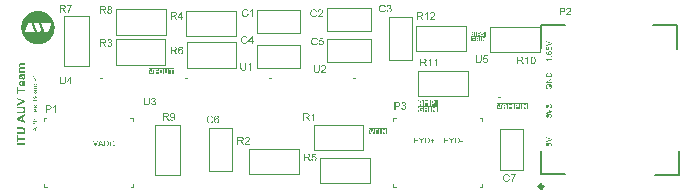
<source format=gto>
G04*
G04 #@! TF.GenerationSoftware,Altium Limited,Altium Designer,21.4.1 (30)*
G04*
G04 Layer_Color=65535*
%FSLAX25Y25*%
%MOIN*%
G70*
G04*
G04 #@! TF.SameCoordinates,F73752D8-539D-4712-8E9B-D84E481E7292*
G04*
G04*
G04 #@! TF.FilePolarity,Positive*
G04*
G01*
G75*
%ADD10C,0.00000*%
%ADD11C,0.01378*%
%ADD12C,0.00197*%
%ADD13C,0.00787*%
G36*
X483350Y161146D02*
X483468D01*
Y161142D01*
X483549D01*
Y161137D01*
X483616D01*
Y161132D01*
X483673D01*
Y161127D01*
X483725D01*
Y161123D01*
X483772D01*
Y161118D01*
X483815D01*
Y161113D01*
X483853D01*
Y161108D01*
X483891D01*
Y161104D01*
X483929D01*
Y161099D01*
X483962D01*
Y161094D01*
X483996D01*
Y161089D01*
X484029D01*
Y161085D01*
X484057D01*
Y161080D01*
X484086D01*
Y161075D01*
X484114D01*
Y161071D01*
X484143D01*
Y161066D01*
X484171D01*
Y161061D01*
X484195D01*
Y161056D01*
X484219D01*
Y161051D01*
X484247D01*
Y161047D01*
X484271D01*
Y161042D01*
X484295D01*
Y161037D01*
X484319D01*
Y161032D01*
X484338D01*
Y161028D01*
X484361D01*
Y161023D01*
X484385D01*
Y161018D01*
X484404D01*
Y161013D01*
X484423D01*
Y161009D01*
X484447D01*
Y161004D01*
X484466D01*
Y160999D01*
X484485D01*
Y160995D01*
X484504D01*
Y160990D01*
X484523D01*
Y160985D01*
X484542D01*
Y160980D01*
X484561D01*
Y160976D01*
X484580D01*
Y160971D01*
X484599D01*
Y160966D01*
X484618D01*
Y160961D01*
X484632D01*
Y160956D01*
X484651D01*
Y160952D01*
X484670D01*
Y160947D01*
X484684D01*
Y160942D01*
X484703D01*
Y160937D01*
X484718D01*
Y160933D01*
X484737D01*
Y160928D01*
X484751D01*
Y160923D01*
X484770D01*
Y160918D01*
X484784D01*
Y160914D01*
X484798D01*
Y160909D01*
X484817D01*
Y160904D01*
X484832D01*
Y160899D01*
X484846D01*
Y160895D01*
X484860D01*
Y160890D01*
X484874D01*
Y160885D01*
X484889D01*
Y160880D01*
X484908D01*
Y160876D01*
X484922D01*
Y160871D01*
X484936D01*
Y160866D01*
X484950D01*
Y160862D01*
X484965D01*
Y160857D01*
X484979D01*
Y160852D01*
X484988D01*
Y160847D01*
X485003D01*
Y160843D01*
X485017D01*
Y160838D01*
X485031D01*
Y160833D01*
X485045D01*
Y160828D01*
X485060D01*
Y160824D01*
X485069D01*
Y160819D01*
X485083D01*
Y160814D01*
X485098D01*
Y160809D01*
X485112D01*
Y160804D01*
X485121D01*
Y160800D01*
X485136D01*
Y160795D01*
X485150D01*
Y160790D01*
X485159D01*
Y160785D01*
X485174D01*
Y160781D01*
X485188D01*
Y160776D01*
X485197D01*
Y160771D01*
X485212D01*
Y160766D01*
X485221D01*
Y160762D01*
X485235D01*
Y160757D01*
X485245D01*
Y160752D01*
X485259D01*
Y160748D01*
X485268D01*
Y160743D01*
X485283D01*
Y160738D01*
X485292D01*
Y160733D01*
X485307D01*
Y160729D01*
X485316D01*
Y160724D01*
X485326D01*
Y160719D01*
X485340D01*
Y160714D01*
X485349D01*
Y160710D01*
X485364D01*
Y160705D01*
X485373D01*
Y160700D01*
X485383D01*
Y160695D01*
X485392D01*
Y160690D01*
X485406D01*
Y160686D01*
X485416D01*
Y160681D01*
X485425D01*
Y160676D01*
X485439D01*
Y160671D01*
X485449D01*
Y160667D01*
X485459D01*
Y160662D01*
X485468D01*
Y160657D01*
X485482D01*
Y160652D01*
X485492D01*
Y160648D01*
X485501D01*
Y160643D01*
X485511D01*
Y160638D01*
X485520D01*
Y160634D01*
X485530D01*
Y160629D01*
X485544D01*
Y160624D01*
X485554D01*
Y160619D01*
X485563D01*
Y160615D01*
X485572D01*
Y160610D01*
X485582D01*
Y160605D01*
X485592D01*
Y160600D01*
X485601D01*
Y160596D01*
X485610D01*
Y160591D01*
X485620D01*
Y160586D01*
X485630D01*
Y160581D01*
X485639D01*
Y160576D01*
X485648D01*
Y160572D01*
X485658D01*
Y160567D01*
X485668D01*
Y160562D01*
X485677D01*
Y160557D01*
X485686D01*
Y160553D01*
X485696D01*
Y160548D01*
X485706D01*
Y160543D01*
X485715D01*
Y160538D01*
X485724D01*
Y160534D01*
X485734D01*
Y160529D01*
X485744D01*
Y160524D01*
X485753D01*
Y160520D01*
X485763D01*
Y160515D01*
X485772D01*
Y160510D01*
X485781D01*
Y160505D01*
X485791D01*
Y160501D01*
X485796D01*
Y160496D01*
X485805D01*
Y160491D01*
X485815D01*
Y160486D01*
X485824D01*
Y160482D01*
X485834D01*
Y160477D01*
X485843D01*
Y160472D01*
X485853D01*
Y160467D01*
X485857D01*
Y160462D01*
X485867D01*
Y160458D01*
X485877D01*
Y160453D01*
X485886D01*
Y160448D01*
X485895D01*
Y160443D01*
X485900D01*
Y160439D01*
X485910D01*
Y160434D01*
X485919D01*
Y160429D01*
X485929D01*
Y160424D01*
X485933D01*
Y160420D01*
X485943D01*
Y160415D01*
X485953D01*
Y160410D01*
X485962D01*
Y160406D01*
X485967D01*
Y160401D01*
X485976D01*
Y160396D01*
X485986D01*
Y160391D01*
X485995D01*
Y160387D01*
X486000D01*
Y160382D01*
X486010D01*
Y160377D01*
X486019D01*
Y160372D01*
X486024D01*
Y160368D01*
X486033D01*
Y160363D01*
X486043D01*
Y160358D01*
X486048D01*
Y160353D01*
X486057D01*
Y160348D01*
X486066D01*
Y160344D01*
X486071D01*
Y160339D01*
X486081D01*
Y160334D01*
X486090D01*
Y160329D01*
X486095D01*
Y160325D01*
X486104D01*
Y160320D01*
X486109D01*
Y160315D01*
X486119D01*
Y160310D01*
X486128D01*
Y160306D01*
X486133D01*
Y160301D01*
X486142D01*
Y160296D01*
X486147D01*
Y160292D01*
X486157D01*
Y160287D01*
X486166D01*
Y160282D01*
X486171D01*
Y160277D01*
X486180D01*
Y160273D01*
X486185D01*
Y160268D01*
X486195D01*
Y160263D01*
X486200D01*
Y160258D01*
X486209D01*
Y160254D01*
X486214D01*
Y160249D01*
X486223D01*
Y160244D01*
X486228D01*
Y160239D01*
X486237D01*
Y160234D01*
X486247D01*
Y160230D01*
X486252D01*
Y160225D01*
X486261D01*
Y160220D01*
X486266D01*
Y160215D01*
X486275D01*
Y160211D01*
X486280D01*
Y160206D01*
X486290D01*
Y160201D01*
X486295D01*
Y160196D01*
X486299D01*
Y160192D01*
X486309D01*
Y160187D01*
X486313D01*
Y160182D01*
X486323D01*
Y160178D01*
X486328D01*
Y160173D01*
X486337D01*
Y160168D01*
X486342D01*
Y160163D01*
X486351D01*
Y160159D01*
X486356D01*
Y160154D01*
X486366D01*
Y160149D01*
X486371D01*
Y160144D01*
X486375D01*
Y160140D01*
X486385D01*
Y160135D01*
X486389D01*
Y160130D01*
X486399D01*
Y160125D01*
X486404D01*
Y160120D01*
X486409D01*
Y160116D01*
X486418D01*
Y160111D01*
X486423D01*
Y160106D01*
X486432D01*
Y160101D01*
X486437D01*
Y160097D01*
X486442D01*
Y160092D01*
X486451D01*
Y160087D01*
X486456D01*
Y160082D01*
X486466D01*
Y160078D01*
X486470D01*
Y160073D01*
X486475D01*
Y160068D01*
X486484D01*
Y160064D01*
X486489D01*
Y160059D01*
X486494D01*
Y160054D01*
X486504D01*
Y160049D01*
X486508D01*
Y160045D01*
X486513D01*
Y160040D01*
X486522D01*
Y160035D01*
X486527D01*
Y160030D01*
X486532D01*
Y160026D01*
X486542D01*
Y160021D01*
X486546D01*
Y160016D01*
X486551D01*
Y160011D01*
X486560D01*
Y160006D01*
X486565D01*
Y160002D01*
X486570D01*
Y159997D01*
X486575D01*
Y159992D01*
X486584D01*
Y159987D01*
X486589D01*
Y159983D01*
X486594D01*
Y159978D01*
X486603D01*
Y159973D01*
X486608D01*
Y159968D01*
X486613D01*
Y159964D01*
X486618D01*
Y159959D01*
X486627D01*
Y159954D01*
X486632D01*
Y159950D01*
X486636D01*
Y159945D01*
X486646D01*
Y159940D01*
X486651D01*
Y159935D01*
X486656D01*
Y159931D01*
X486660D01*
Y159926D01*
X486670D01*
Y159921D01*
X486674D01*
Y159916D01*
X486679D01*
Y159912D01*
X486684D01*
Y159907D01*
X486689D01*
Y159902D01*
X486698D01*
Y159897D01*
X486703D01*
Y159892D01*
X486708D01*
Y159888D01*
X486712D01*
Y159883D01*
X486722D01*
Y159878D01*
X486727D01*
Y159873D01*
X486731D01*
Y159869D01*
X486736D01*
Y159864D01*
X486741D01*
Y159859D01*
X486750D01*
Y159854D01*
X486755D01*
Y159850D01*
X486760D01*
Y159845D01*
X486765D01*
Y159840D01*
X486769D01*
Y159836D01*
X486774D01*
Y159831D01*
X486784D01*
Y159826D01*
X486788D01*
Y159821D01*
X486793D01*
Y159817D01*
X486798D01*
Y159812D01*
X486803D01*
Y159807D01*
X486807D01*
Y159802D01*
X486817D01*
Y159798D01*
X486822D01*
Y159793D01*
X486826D01*
Y159788D01*
X486831D01*
Y159783D01*
X486836D01*
Y159778D01*
X486841D01*
Y159774D01*
X486850D01*
Y159769D01*
X486855D01*
Y159764D01*
X486860D01*
Y159759D01*
X486864D01*
Y159755D01*
X486869D01*
Y159750D01*
X486874D01*
Y159745D01*
X486879D01*
Y159741D01*
X486883D01*
Y159736D01*
X486893D01*
Y159731D01*
X486898D01*
Y159726D01*
X486902D01*
Y159722D01*
X486907D01*
Y159717D01*
X486912D01*
Y159712D01*
X486917D01*
Y159707D01*
X486921D01*
Y159703D01*
X486926D01*
Y159698D01*
X486931D01*
Y159693D01*
X486936D01*
Y159688D01*
X486945D01*
Y159684D01*
X486950D01*
Y159679D01*
X486955D01*
Y159674D01*
X486959D01*
Y159669D01*
X486964D01*
Y159665D01*
X486969D01*
Y159660D01*
X486974D01*
Y159655D01*
X486978D01*
Y159650D01*
X486983D01*
Y159646D01*
X486988D01*
Y159641D01*
X486993D01*
Y159636D01*
X486997D01*
Y159631D01*
X487002D01*
Y159626D01*
X487007D01*
Y159622D01*
X487016D01*
Y159617D01*
X487021D01*
Y159612D01*
X487026D01*
Y159608D01*
X487031D01*
Y159603D01*
X487035D01*
Y159598D01*
X487040D01*
Y159593D01*
X487045D01*
Y159589D01*
X487050D01*
Y159584D01*
X487054D01*
Y159579D01*
X487059D01*
Y159574D01*
X487064D01*
Y159570D01*
X487069D01*
Y159565D01*
X487073D01*
Y159560D01*
X487078D01*
Y159555D01*
X487083D01*
Y159551D01*
X487088D01*
Y159546D01*
X487092D01*
Y159541D01*
X487097D01*
Y159536D01*
X487102D01*
Y159532D01*
X487107D01*
Y159527D01*
X487111D01*
Y159522D01*
X487116D01*
Y159517D01*
X487121D01*
Y159513D01*
X487126D01*
Y159508D01*
X487130D01*
Y159503D01*
X487135D01*
Y159498D01*
X487140D01*
Y159494D01*
X487145D01*
Y159489D01*
X487149D01*
Y159484D01*
X487154D01*
Y159479D01*
X487159D01*
Y159475D01*
X487164D01*
Y159470D01*
X487168D01*
Y159465D01*
X487173D01*
Y159460D01*
X487178D01*
Y159456D01*
X487183D01*
Y159451D01*
X487187D01*
Y159446D01*
X487192D01*
Y159441D01*
X487197D01*
Y159437D01*
X487202D01*
Y159432D01*
X487206D01*
Y159422D01*
X487211D01*
Y159418D01*
X487216D01*
Y159413D01*
X487221D01*
Y159408D01*
X487225D01*
Y159403D01*
X487230D01*
Y159399D01*
X487235D01*
Y159394D01*
X487240D01*
Y159389D01*
X487244D01*
Y159384D01*
X487249D01*
Y159380D01*
X487254D01*
Y159375D01*
X487259D01*
Y159370D01*
X487263D01*
Y159365D01*
X487268D01*
Y159361D01*
X487273D01*
Y159351D01*
X487278D01*
Y159346D01*
X487282D01*
Y159342D01*
X487287D01*
Y159337D01*
X487292D01*
Y159332D01*
X487297D01*
Y159327D01*
X487301D01*
Y159323D01*
X487306D01*
Y159318D01*
X487311D01*
Y159313D01*
X487316D01*
Y159308D01*
X487320D01*
Y159299D01*
X487325D01*
Y159294D01*
X487330D01*
Y159289D01*
X487335D01*
Y159285D01*
X487339D01*
Y159280D01*
X487344D01*
Y159275D01*
X487349D01*
Y159270D01*
X487354D01*
Y159266D01*
X487358D01*
Y159256D01*
X487363D01*
Y159251D01*
X487368D01*
Y159247D01*
X487373D01*
Y159242D01*
X487377D01*
Y159237D01*
X487382D01*
Y159232D01*
X487387D01*
Y159223D01*
X487392D01*
Y159218D01*
X487396D01*
Y159213D01*
X487401D01*
Y159209D01*
X487406D01*
Y159204D01*
X487411D01*
Y159199D01*
X487415D01*
Y159190D01*
X487420D01*
Y159185D01*
X487425D01*
Y159180D01*
X487430D01*
Y159175D01*
X487434D01*
Y159171D01*
X487439D01*
Y159166D01*
X487444D01*
Y159156D01*
X487449D01*
Y159152D01*
X487453D01*
Y159147D01*
X487458D01*
Y159142D01*
X487463D01*
Y159137D01*
X487468D01*
Y159128D01*
X487472D01*
Y159123D01*
X487477D01*
Y159118D01*
X487482D01*
Y159114D01*
X487487D01*
Y159104D01*
X487491D01*
Y159099D01*
X487496D01*
Y159095D01*
X487501D01*
Y159090D01*
X487506D01*
Y159085D01*
X487510D01*
Y159076D01*
X487515D01*
Y159071D01*
X487520D01*
Y159066D01*
X487525D01*
Y159061D01*
X487529D01*
Y159052D01*
X487534D01*
Y159047D01*
X487539D01*
Y159042D01*
X487544D01*
Y159033D01*
X487548D01*
Y159028D01*
X487553D01*
Y159023D01*
X487558D01*
Y159019D01*
X487563D01*
Y159009D01*
X487567D01*
Y159004D01*
X487572D01*
Y159000D01*
X487577D01*
Y158990D01*
X487582D01*
Y158985D01*
X487586D01*
Y158981D01*
X487591D01*
Y158976D01*
X487596D01*
Y158966D01*
X487601D01*
Y158962D01*
X487605D01*
Y158957D01*
X487610D01*
Y158947D01*
X487615D01*
Y158943D01*
X487620D01*
Y158938D01*
X487624D01*
Y158928D01*
X487629D01*
Y158924D01*
X487634D01*
Y158919D01*
X487639D01*
Y158909D01*
X487643D01*
Y158905D01*
X487648D01*
Y158900D01*
X487653D01*
Y158890D01*
X487658D01*
Y158886D01*
X487662D01*
Y158881D01*
X487667D01*
Y158871D01*
X487672D01*
Y158867D01*
X487677D01*
Y158857D01*
X487681D01*
Y158852D01*
X487686D01*
Y158848D01*
X487691D01*
Y158838D01*
X487696D01*
Y158833D01*
X487700D01*
Y158824D01*
X487705D01*
Y158819D01*
X487710D01*
Y158814D01*
X487715D01*
Y158805D01*
X487719D01*
Y158800D01*
X487724D01*
Y158791D01*
X487729D01*
Y158786D01*
X487734D01*
Y158781D01*
X487738D01*
Y158772D01*
X487743D01*
Y158767D01*
X487748D01*
Y158757D01*
X487753D01*
Y158753D01*
X487757D01*
Y158743D01*
X487762D01*
Y158738D01*
X487767D01*
Y158729D01*
X487772D01*
Y158724D01*
X487776D01*
Y158715D01*
X487781D01*
Y158710D01*
X487786D01*
Y158705D01*
X487791D01*
Y158696D01*
X487795D01*
Y158691D01*
X487800D01*
Y158681D01*
X487805D01*
Y158677D01*
X487810D01*
Y158667D01*
X487814D01*
Y158662D01*
X487819D01*
Y158653D01*
X487824D01*
Y158643D01*
X487829D01*
Y158639D01*
X487833D01*
Y158629D01*
X487838D01*
Y158624D01*
X487843D01*
Y158615D01*
X487848D01*
Y158610D01*
X487852D01*
Y158601D01*
X487857D01*
Y158596D01*
X487862D01*
Y158586D01*
X487867D01*
Y158582D01*
X487871D01*
Y158572D01*
X487876D01*
Y158563D01*
X487881D01*
Y158558D01*
X487886D01*
Y158548D01*
X487890D01*
Y158544D01*
X487895D01*
Y158534D01*
X487900D01*
Y158525D01*
X487905D01*
Y158520D01*
X487909D01*
Y158510D01*
X487914D01*
Y158506D01*
X487919D01*
Y158496D01*
X487924D01*
Y158487D01*
X487928D01*
Y158482D01*
X487933D01*
Y158472D01*
X487938D01*
Y158463D01*
X487943D01*
Y158458D01*
X487947D01*
Y158449D01*
X487952D01*
Y158439D01*
X487957D01*
Y158434D01*
X487962D01*
Y158425D01*
X487966D01*
Y158415D01*
X487971D01*
Y158411D01*
X487976D01*
Y158401D01*
X487981D01*
Y158392D01*
X487985D01*
Y158382D01*
X487990D01*
Y158377D01*
X487995D01*
Y158368D01*
X488000D01*
Y158358D01*
X488004D01*
Y158349D01*
X488009D01*
Y158344D01*
X488014D01*
Y158335D01*
X488019D01*
Y158325D01*
X488023D01*
Y158316D01*
X488028D01*
Y158311D01*
X488033D01*
Y158301D01*
X488038D01*
Y158292D01*
X488042D01*
Y158282D01*
X488047D01*
Y158273D01*
X488052D01*
Y158268D01*
X488057D01*
Y158259D01*
X488061D01*
Y158249D01*
X488066D01*
Y158240D01*
X488071D01*
Y158230D01*
X488076D01*
Y158221D01*
X488080D01*
Y158211D01*
X488085D01*
Y158206D01*
X488090D01*
Y158197D01*
X488095D01*
Y158187D01*
X488099D01*
Y158178D01*
X488104D01*
Y158168D01*
X488109D01*
Y158159D01*
X488114D01*
Y158149D01*
X488118D01*
Y158140D01*
X488123D01*
Y158130D01*
X488128D01*
Y158121D01*
X488133D01*
Y158111D01*
X488137D01*
Y158102D01*
X488142D01*
Y158092D01*
X488147D01*
Y158083D01*
X488152D01*
Y158073D01*
X488156D01*
Y158064D01*
X488161D01*
Y158054D01*
X488166D01*
Y158045D01*
X488171D01*
Y158035D01*
X488175D01*
Y158026D01*
X488180D01*
Y158016D01*
X488185D01*
Y158007D01*
X488190D01*
Y157997D01*
X488194D01*
Y157988D01*
X488199D01*
Y157978D01*
X488204D01*
Y157969D01*
X488209D01*
Y157959D01*
X488213D01*
Y157945D01*
X488218D01*
Y157936D01*
X488223D01*
Y157926D01*
X488228D01*
Y157917D01*
X488232D01*
Y157907D01*
X488237D01*
Y157898D01*
X488242D01*
Y157883D01*
X488247D01*
Y157874D01*
X488251D01*
Y157864D01*
X488256D01*
Y157855D01*
X488261D01*
Y157841D01*
X488266D01*
Y157831D01*
X488270D01*
Y157822D01*
X488275D01*
Y157807D01*
X488280D01*
Y157798D01*
X488285D01*
Y157788D01*
X488289D01*
Y157779D01*
X488294D01*
Y157765D01*
X488299D01*
Y157755D01*
X488304D01*
Y157741D01*
X488308D01*
Y157731D01*
X488313D01*
Y157722D01*
X488318D01*
Y157708D01*
X488323D01*
Y157698D01*
X488327D01*
Y157684D01*
X488332D01*
Y157675D01*
X488337D01*
Y157660D01*
X488342D01*
Y157651D01*
X488346D01*
Y157636D01*
X488351D01*
Y157627D01*
X488356D01*
Y157613D01*
X488361D01*
Y157603D01*
X488365D01*
Y157589D01*
X488370D01*
Y157575D01*
X488375D01*
Y157565D01*
X488380D01*
Y157551D01*
X488384D01*
Y157537D01*
X488389D01*
Y157527D01*
X488394D01*
Y157513D01*
X488399D01*
Y157499D01*
X488403D01*
Y157484D01*
X488408D01*
Y157475D01*
X488413D01*
Y157461D01*
X488418D01*
Y157447D01*
X488422D01*
Y157432D01*
X488427D01*
Y157418D01*
X488432D01*
Y157404D01*
X488437D01*
Y157394D01*
X488441D01*
Y157380D01*
X488446D01*
Y157366D01*
X488451D01*
Y157352D01*
X488456D01*
Y157337D01*
X488460D01*
Y157323D01*
X488465D01*
Y157304D01*
X488470D01*
Y157290D01*
X488475D01*
Y157275D01*
X488479D01*
Y157261D01*
X488484D01*
Y157247D01*
X488489D01*
Y157233D01*
X488494D01*
Y157214D01*
X488498D01*
Y157200D01*
X488503D01*
Y157185D01*
X488508D01*
Y157166D01*
X488513D01*
Y157152D01*
X488517D01*
Y157133D01*
X488522D01*
Y157119D01*
X488527D01*
Y157100D01*
X488532D01*
Y157086D01*
X488536D01*
Y157067D01*
X488541D01*
Y157047D01*
X488546D01*
Y157033D01*
X488551D01*
Y157014D01*
X488555D01*
Y156995D01*
X488560D01*
Y156976D01*
X488565D01*
Y156957D01*
X488569D01*
Y156938D01*
X488574D01*
Y156919D01*
X488579D01*
Y156900D01*
X488584D01*
Y156881D01*
X488589D01*
Y156862D01*
X488593D01*
Y156839D01*
X488598D01*
Y156819D01*
X488603D01*
Y156800D01*
X488608D01*
Y156777D01*
X488612D01*
Y156753D01*
X488617D01*
Y156734D01*
X488622D01*
Y156710D01*
X488627D01*
Y156686D01*
X488631D01*
Y156663D01*
X488636D01*
Y156634D01*
X488641D01*
Y156611D01*
X488646D01*
Y156587D01*
X488650D01*
Y156558D01*
X488655D01*
Y156530D01*
X488660D01*
Y156501D01*
X488664D01*
Y156473D01*
X488669D01*
Y156444D01*
X488674D01*
Y156411D01*
X488679D01*
Y156378D01*
X488684D01*
Y156345D01*
X488688D01*
Y156307D01*
X488693D01*
Y156269D01*
X488698D01*
Y156231D01*
X488702D01*
Y156188D01*
X488707D01*
Y156140D01*
X488712D01*
Y156088D01*
X488717D01*
Y156031D01*
X488722D01*
Y155965D01*
X488726D01*
Y155884D01*
X488731D01*
Y155765D01*
X488736D01*
Y155437D01*
X488731D01*
Y155319D01*
X488726D01*
Y155238D01*
X488722D01*
Y155171D01*
X488717D01*
Y155114D01*
X488712D01*
Y155062D01*
X488707D01*
Y155015D01*
X488702D01*
Y154972D01*
X488698D01*
Y154934D01*
X488693D01*
Y154896D01*
X488688D01*
Y154858D01*
X488684D01*
Y154825D01*
X488679D01*
Y154791D01*
X488674D01*
Y154758D01*
X488669D01*
Y154730D01*
X488664D01*
Y154701D01*
X488660D01*
Y154673D01*
X488655D01*
Y154644D01*
X488650D01*
Y154616D01*
X488646D01*
Y154592D01*
X488641D01*
Y154568D01*
X488636D01*
Y154540D01*
X488631D01*
Y154516D01*
X488627D01*
Y154492D01*
X488622D01*
Y154469D01*
X488617D01*
Y154449D01*
X488612D01*
Y154426D01*
X488608D01*
Y154402D01*
X488603D01*
Y154383D01*
X488598D01*
Y154364D01*
X488593D01*
Y154340D01*
X488589D01*
Y154321D01*
X488584D01*
Y154302D01*
X488579D01*
Y154283D01*
X488574D01*
Y154264D01*
X488569D01*
Y154245D01*
X488565D01*
Y154226D01*
X488560D01*
Y154207D01*
X488555D01*
Y154188D01*
X488551D01*
Y154169D01*
X488546D01*
Y154155D01*
X488541D01*
Y154136D01*
X488536D01*
Y154117D01*
X488532D01*
Y154103D01*
X488527D01*
Y154084D01*
X488522D01*
Y154069D01*
X488517D01*
Y154051D01*
X488513D01*
Y154036D01*
X488508D01*
Y154017D01*
X488503D01*
Y154003D01*
X488498D01*
Y153989D01*
X488494D01*
Y153970D01*
X488489D01*
Y153955D01*
X488484D01*
Y153941D01*
X488479D01*
Y153927D01*
X488475D01*
Y153913D01*
X488470D01*
Y153899D01*
X488465D01*
Y153879D01*
X488460D01*
Y153865D01*
X488456D01*
Y153851D01*
X488451D01*
Y153837D01*
X488446D01*
Y153823D01*
X488441D01*
Y153808D01*
X488437D01*
Y153799D01*
X488432D01*
Y153785D01*
X488427D01*
Y153770D01*
X488422D01*
Y153756D01*
X488418D01*
Y153742D01*
X488413D01*
Y153727D01*
X488408D01*
Y153718D01*
X488403D01*
Y153704D01*
X488399D01*
Y153690D01*
X488394D01*
Y153675D01*
X488389D01*
Y153666D01*
X488384D01*
Y153651D01*
X488380D01*
Y153637D01*
X488375D01*
Y153628D01*
X488370D01*
Y153613D01*
X488365D01*
Y153599D01*
X488361D01*
Y153590D01*
X488356D01*
Y153576D01*
X488351D01*
Y153566D01*
X488346D01*
Y153552D01*
X488342D01*
Y153542D01*
X488337D01*
Y153528D01*
X488332D01*
Y153518D01*
X488327D01*
Y153504D01*
X488323D01*
Y153495D01*
X488318D01*
Y153481D01*
X488313D01*
Y153471D01*
X488308D01*
Y153462D01*
X488304D01*
Y153447D01*
X488299D01*
Y153438D01*
X488294D01*
Y153424D01*
X488289D01*
Y153414D01*
X488285D01*
Y153404D01*
X488280D01*
Y153395D01*
X488275D01*
Y153381D01*
X488270D01*
Y153371D01*
X488266D01*
Y153362D01*
X488261D01*
Y153348D01*
X488256D01*
Y153338D01*
X488251D01*
Y153329D01*
X488247D01*
Y153319D01*
X488242D01*
Y153305D01*
X488237D01*
Y153295D01*
X488232D01*
Y153286D01*
X488228D01*
Y153276D01*
X488223D01*
Y153267D01*
X488218D01*
Y153257D01*
X488213D01*
Y153243D01*
X488209D01*
Y153234D01*
X488204D01*
Y153224D01*
X488199D01*
Y153215D01*
X488194D01*
Y153205D01*
X488190D01*
Y153196D01*
X488185D01*
Y153186D01*
X488180D01*
Y153176D01*
X488175D01*
Y153167D01*
X488171D01*
Y153157D01*
X488166D01*
Y153148D01*
X488161D01*
Y153139D01*
X488156D01*
Y153129D01*
X488152D01*
Y153120D01*
X488147D01*
Y153110D01*
X488142D01*
Y153101D01*
X488137D01*
Y153091D01*
X488133D01*
Y153082D01*
X488128D01*
Y153072D01*
X488123D01*
Y153063D01*
X488118D01*
Y153053D01*
X488114D01*
Y153044D01*
X488109D01*
Y153034D01*
X488104D01*
Y153024D01*
X488099D01*
Y153015D01*
X488095D01*
Y153006D01*
X488090D01*
Y152996D01*
X488085D01*
Y152991D01*
X488080D01*
Y152982D01*
X488076D01*
Y152972D01*
X488071D01*
Y152963D01*
X488066D01*
Y152953D01*
X488061D01*
Y152944D01*
X488057D01*
Y152934D01*
X488052D01*
Y152930D01*
X488047D01*
Y152920D01*
X488042D01*
Y152911D01*
X488038D01*
Y152901D01*
X488033D01*
Y152892D01*
X488028D01*
Y152887D01*
X488023D01*
Y152877D01*
X488019D01*
Y152868D01*
X488014D01*
Y152858D01*
X488009D01*
Y152854D01*
X488004D01*
Y152844D01*
X488000D01*
Y152835D01*
X487995D01*
Y152825D01*
X487990D01*
Y152820D01*
X487985D01*
Y152811D01*
X487981D01*
Y152801D01*
X487976D01*
Y152792D01*
X487971D01*
Y152787D01*
X487966D01*
Y152778D01*
X487962D01*
Y152768D01*
X487957D01*
Y152763D01*
X487952D01*
Y152754D01*
X487947D01*
Y152744D01*
X487943D01*
Y152740D01*
X487938D01*
Y152730D01*
X487933D01*
Y152721D01*
X487928D01*
Y152716D01*
X487924D01*
Y152706D01*
X487919D01*
Y152697D01*
X487914D01*
Y152692D01*
X487909D01*
Y152683D01*
X487905D01*
Y152678D01*
X487900D01*
Y152668D01*
X487895D01*
Y152659D01*
X487890D01*
Y152654D01*
X487886D01*
Y152645D01*
X487881D01*
Y152640D01*
X487876D01*
Y152630D01*
X487871D01*
Y152621D01*
X487867D01*
Y152616D01*
X487862D01*
Y152607D01*
X487857D01*
Y152602D01*
X487852D01*
Y152592D01*
X487848D01*
Y152588D01*
X487843D01*
Y152578D01*
X487838D01*
Y152573D01*
X487833D01*
Y152564D01*
X487829D01*
Y152559D01*
X487824D01*
Y152550D01*
X487819D01*
Y152540D01*
X487814D01*
Y152535D01*
X487810D01*
Y152526D01*
X487805D01*
Y152521D01*
X487800D01*
Y152512D01*
X487795D01*
Y152507D01*
X487791D01*
Y152497D01*
X487786D01*
Y152493D01*
X487781D01*
Y152488D01*
X487776D01*
Y152478D01*
X487772D01*
Y152474D01*
X487767D01*
Y152464D01*
X487762D01*
Y152459D01*
X487757D01*
Y152450D01*
X487753D01*
Y152445D01*
X487748D01*
Y152436D01*
X487743D01*
Y152431D01*
X487738D01*
Y152421D01*
X487734D01*
Y152417D01*
X487729D01*
Y152412D01*
X487724D01*
Y152402D01*
X487719D01*
Y152398D01*
X487715D01*
Y152388D01*
X487710D01*
Y152383D01*
X487705D01*
Y152379D01*
X487700D01*
Y152369D01*
X487696D01*
Y152364D01*
X487691D01*
Y152355D01*
X487686D01*
Y152350D01*
X487681D01*
Y152345D01*
X487677D01*
Y152336D01*
X487672D01*
Y152331D01*
X487667D01*
Y152322D01*
X487662D01*
Y152317D01*
X487658D01*
Y152312D01*
X487653D01*
Y152303D01*
X487648D01*
Y152298D01*
X487643D01*
Y152293D01*
X487639D01*
Y152284D01*
X487634D01*
Y152279D01*
X487629D01*
Y152274D01*
X487624D01*
Y152265D01*
X487620D01*
Y152260D01*
X487615D01*
Y152255D01*
X487610D01*
Y152246D01*
X487605D01*
Y152241D01*
X487601D01*
Y152236D01*
X487596D01*
Y152227D01*
X487591D01*
Y152222D01*
X487586D01*
Y152217D01*
X487582D01*
Y152212D01*
X487577D01*
Y152203D01*
X487572D01*
Y152198D01*
X487567D01*
Y152193D01*
X487563D01*
Y152184D01*
X487558D01*
Y152179D01*
X487553D01*
Y152174D01*
X487548D01*
Y152170D01*
X487544D01*
Y152160D01*
X487539D01*
Y152155D01*
X487534D01*
Y152151D01*
X487529D01*
Y152141D01*
X487525D01*
Y152136D01*
X487520D01*
Y152132D01*
X487515D01*
Y152127D01*
X487510D01*
Y152117D01*
X487506D01*
Y152113D01*
X487501D01*
Y152108D01*
X487496D01*
Y152103D01*
X487491D01*
Y152098D01*
X487487D01*
Y152089D01*
X487482D01*
Y152084D01*
X487477D01*
Y152079D01*
X487472D01*
Y152075D01*
X487468D01*
Y152065D01*
X487463D01*
Y152060D01*
X487458D01*
Y152056D01*
X487453D01*
Y152051D01*
X487449D01*
Y152046D01*
X487444D01*
Y152037D01*
X487439D01*
Y152032D01*
X487434D01*
Y152027D01*
X487430D01*
Y152022D01*
X487425D01*
Y152018D01*
X487420D01*
Y152013D01*
X487415D01*
Y152003D01*
X487411D01*
Y151999D01*
X487406D01*
Y151994D01*
X487401D01*
Y151989D01*
X487396D01*
Y151984D01*
X487392D01*
Y151980D01*
X487387D01*
Y151970D01*
X487382D01*
Y151965D01*
X487377D01*
Y151961D01*
X487373D01*
Y151956D01*
X487368D01*
Y151951D01*
X487363D01*
Y151946D01*
X487358D01*
Y151937D01*
X487354D01*
Y151932D01*
X487349D01*
Y151927D01*
X487344D01*
Y151923D01*
X487339D01*
Y151918D01*
X487335D01*
Y151913D01*
X487330D01*
Y151908D01*
X487325D01*
Y151904D01*
X487320D01*
Y151894D01*
X487316D01*
Y151889D01*
X487311D01*
Y151885D01*
X487306D01*
Y151880D01*
X487301D01*
Y151875D01*
X487297D01*
Y151870D01*
X487292D01*
Y151866D01*
X487287D01*
Y151861D01*
X487282D01*
Y151856D01*
X487278D01*
Y151851D01*
X487273D01*
Y151842D01*
X487268D01*
Y151837D01*
X487263D01*
Y151832D01*
X487259D01*
Y151828D01*
X487254D01*
Y151823D01*
X487249D01*
Y151818D01*
X487244D01*
Y151813D01*
X487240D01*
Y151809D01*
X487235D01*
Y151804D01*
X487230D01*
Y151799D01*
X487225D01*
Y151794D01*
X487221D01*
Y151790D01*
X487216D01*
Y151785D01*
X487211D01*
Y151780D01*
X487206D01*
Y151771D01*
X487202D01*
Y151766D01*
X487197D01*
Y151761D01*
X487192D01*
Y151756D01*
X487187D01*
Y151752D01*
X487183D01*
Y151747D01*
X487178D01*
Y151742D01*
X487173D01*
Y151737D01*
X487168D01*
Y151733D01*
X487164D01*
Y151728D01*
X487159D01*
Y151723D01*
X487154D01*
Y151718D01*
X487149D01*
Y151714D01*
X487145D01*
Y151709D01*
X487140D01*
Y151704D01*
X487135D01*
Y151699D01*
X487130D01*
Y151695D01*
X487126D01*
Y151690D01*
X487121D01*
Y151685D01*
X487116D01*
Y151680D01*
X487111D01*
Y151676D01*
X487107D01*
Y151671D01*
X487102D01*
Y151666D01*
X487097D01*
Y151661D01*
X487092D01*
Y151657D01*
X487088D01*
Y151652D01*
X487083D01*
Y151647D01*
X487078D01*
Y151642D01*
X487073D01*
Y151638D01*
X487069D01*
Y151633D01*
X487064D01*
Y151628D01*
X487059D01*
Y151623D01*
X487054D01*
Y151619D01*
X487050D01*
Y151614D01*
X487045D01*
Y151609D01*
X487040D01*
Y151604D01*
X487035D01*
Y151600D01*
X487031D01*
Y151595D01*
X487026D01*
Y151590D01*
X487021D01*
Y151585D01*
X487016D01*
Y151581D01*
X487007D01*
Y151576D01*
X487002D01*
Y151571D01*
X486997D01*
Y151566D01*
X486993D01*
Y151562D01*
X486988D01*
Y151557D01*
X486983D01*
Y151552D01*
X486978D01*
Y151547D01*
X486974D01*
Y151543D01*
X486969D01*
Y151538D01*
X486964D01*
Y151533D01*
X486959D01*
Y151528D01*
X486955D01*
Y151524D01*
X486950D01*
Y151519D01*
X486945D01*
Y151514D01*
X486936D01*
Y151509D01*
X486931D01*
Y151505D01*
X486926D01*
Y151500D01*
X486921D01*
Y151495D01*
X486917D01*
Y151490D01*
X486912D01*
Y151486D01*
X486907D01*
Y151481D01*
X486902D01*
Y151476D01*
X486898D01*
Y151471D01*
X486893D01*
Y151467D01*
X486883D01*
Y151462D01*
X486879D01*
Y151457D01*
X486874D01*
Y151452D01*
X486869D01*
Y151448D01*
X486864D01*
Y151443D01*
X486860D01*
Y151438D01*
X486855D01*
Y151433D01*
X486850D01*
Y151429D01*
X486841D01*
Y151424D01*
X486836D01*
Y151419D01*
X486831D01*
Y151414D01*
X486826D01*
Y151410D01*
X486822D01*
Y151405D01*
X486817D01*
Y151400D01*
X486807D01*
Y151395D01*
X486803D01*
Y151391D01*
X486798D01*
Y151386D01*
X486793D01*
Y151381D01*
X486788D01*
Y151376D01*
X486784D01*
Y151372D01*
X486774D01*
Y151367D01*
X486769D01*
Y151362D01*
X486765D01*
Y151357D01*
X486760D01*
Y151353D01*
X486755D01*
Y151348D01*
X486750D01*
Y151343D01*
X486741D01*
Y151338D01*
X486736D01*
Y151334D01*
X486731D01*
Y151329D01*
X486727D01*
Y151324D01*
X486722D01*
Y151319D01*
X486712D01*
Y151315D01*
X486708D01*
Y151310D01*
X486703D01*
Y151305D01*
X486698D01*
Y151300D01*
X486689D01*
Y151296D01*
X486684D01*
Y151291D01*
X486679D01*
Y151286D01*
X486674D01*
Y151281D01*
X486670D01*
Y151277D01*
X486660D01*
Y151272D01*
X486656D01*
Y151267D01*
X486651D01*
Y151262D01*
X486646D01*
Y151258D01*
X486636D01*
Y151253D01*
X486632D01*
Y151248D01*
X486627D01*
Y151243D01*
X486618D01*
Y151239D01*
X486613D01*
Y151234D01*
X486608D01*
Y151229D01*
X486603D01*
Y151224D01*
X486594D01*
Y151220D01*
X486589D01*
Y151215D01*
X486584D01*
Y151210D01*
X486575D01*
Y151205D01*
X486570D01*
Y151201D01*
X486565D01*
Y151196D01*
X486560D01*
Y151191D01*
X486551D01*
Y151186D01*
X486546D01*
Y151182D01*
X486542D01*
Y151177D01*
X486532D01*
Y151172D01*
X486527D01*
Y151167D01*
X486522D01*
Y151163D01*
X486513D01*
Y151158D01*
X486508D01*
Y151153D01*
X486504D01*
Y151148D01*
X486494D01*
Y151144D01*
X486489D01*
Y151139D01*
X486484D01*
Y151134D01*
X486475D01*
Y151129D01*
X486470D01*
Y151125D01*
X486466D01*
Y151120D01*
X486456D01*
Y151115D01*
X486451D01*
Y151110D01*
X486442D01*
Y151106D01*
X486437D01*
Y151101D01*
X486432D01*
Y151096D01*
X486423D01*
Y151092D01*
X486418D01*
Y151087D01*
X486409D01*
Y151082D01*
X486404D01*
Y151077D01*
X486399D01*
Y151073D01*
X486389D01*
Y151068D01*
X486385D01*
Y151063D01*
X486375D01*
Y151058D01*
X486371D01*
Y151054D01*
X486366D01*
Y151049D01*
X486356D01*
Y151044D01*
X486351D01*
Y151039D01*
X486342D01*
Y151034D01*
X486337D01*
Y151030D01*
X486328D01*
Y151025D01*
X486323D01*
Y151020D01*
X486313D01*
Y151015D01*
X486309D01*
Y151011D01*
X486299D01*
Y151006D01*
X486295D01*
Y151001D01*
X486290D01*
Y150996D01*
X486280D01*
Y150992D01*
X486275D01*
Y150987D01*
X486266D01*
Y150982D01*
X486261D01*
Y150978D01*
X486252D01*
Y150973D01*
X486247D01*
Y150968D01*
X486237D01*
Y150963D01*
X486228D01*
Y150959D01*
X486223D01*
Y150954D01*
X486214D01*
Y150949D01*
X486209D01*
Y150944D01*
X486200D01*
Y150940D01*
X486195D01*
Y150935D01*
X486185D01*
Y150930D01*
X486180D01*
Y150925D01*
X486171D01*
Y150920D01*
X486166D01*
Y150916D01*
X486157D01*
Y150911D01*
X486147D01*
Y150906D01*
X486142D01*
Y150901D01*
X486133D01*
Y150897D01*
X486128D01*
Y150892D01*
X486119D01*
Y150887D01*
X486109D01*
Y150882D01*
X486104D01*
Y150878D01*
X486095D01*
Y150873D01*
X486090D01*
Y150868D01*
X486081D01*
Y150864D01*
X486071D01*
Y150859D01*
X486066D01*
Y150854D01*
X486057D01*
Y150849D01*
X486048D01*
Y150845D01*
X486043D01*
Y150840D01*
X486033D01*
Y150835D01*
X486024D01*
Y150830D01*
X486019D01*
Y150826D01*
X486010D01*
Y150821D01*
X486000D01*
Y150816D01*
X485995D01*
Y150811D01*
X485986D01*
Y150806D01*
X485976D01*
Y150802D01*
X485967D01*
Y150797D01*
X485962D01*
Y150792D01*
X485953D01*
Y150787D01*
X485943D01*
Y150783D01*
X485933D01*
Y150778D01*
X485929D01*
Y150773D01*
X485919D01*
Y150768D01*
X485910D01*
Y150764D01*
X485900D01*
Y150759D01*
X485895D01*
Y150754D01*
X485886D01*
Y150750D01*
X485877D01*
Y150745D01*
X485867D01*
Y150740D01*
X485857D01*
Y150735D01*
X485853D01*
Y150731D01*
X485843D01*
Y150726D01*
X485834D01*
Y150721D01*
X485824D01*
Y150716D01*
X485815D01*
Y150712D01*
X485805D01*
Y150707D01*
X485796D01*
Y150702D01*
X485791D01*
Y150697D01*
X485781D01*
Y150692D01*
X485772D01*
Y150688D01*
X485763D01*
Y150683D01*
X485753D01*
Y150678D01*
X485744D01*
Y150673D01*
X485734D01*
Y150669D01*
X485724D01*
Y150664D01*
X485715D01*
Y150659D01*
X485706D01*
Y150654D01*
X485696D01*
Y150650D01*
X485686D01*
Y150645D01*
X485677D01*
Y150640D01*
X485668D01*
Y150636D01*
X485658D01*
Y150631D01*
X485648D01*
Y150626D01*
X485639D01*
Y150621D01*
X485630D01*
Y150617D01*
X485620D01*
Y150612D01*
X485610D01*
Y150607D01*
X485601D01*
Y150602D01*
X485592D01*
Y150598D01*
X485582D01*
Y150593D01*
X485572D01*
Y150588D01*
X485563D01*
Y150583D01*
X485554D01*
Y150578D01*
X485544D01*
Y150574D01*
X485530D01*
Y150569D01*
X485520D01*
Y150564D01*
X485511D01*
Y150559D01*
X485501D01*
Y150555D01*
X485492D01*
Y150550D01*
X485482D01*
Y150545D01*
X485468D01*
Y150540D01*
X485459D01*
Y150536D01*
X485449D01*
Y150531D01*
X485439D01*
Y150526D01*
X485425D01*
Y150522D01*
X485416D01*
Y150517D01*
X485406D01*
Y150512D01*
X485392D01*
Y150507D01*
X485383D01*
Y150503D01*
X485373D01*
Y150498D01*
X485364D01*
Y150493D01*
X485349D01*
Y150488D01*
X485340D01*
Y150484D01*
X485326D01*
Y150479D01*
X485316D01*
Y150474D01*
X485307D01*
Y150469D01*
X485292D01*
Y150464D01*
X485283D01*
Y150460D01*
X485268D01*
Y150455D01*
X485259D01*
Y150450D01*
X485245D01*
Y150445D01*
X485235D01*
Y150441D01*
X485221D01*
Y150436D01*
X485212D01*
Y150431D01*
X485197D01*
Y150426D01*
X485188D01*
Y150422D01*
X485174D01*
Y150417D01*
X485159D01*
Y150412D01*
X485150D01*
Y150408D01*
X485136D01*
Y150403D01*
X485121D01*
Y150398D01*
X485112D01*
Y150393D01*
X485098D01*
Y150389D01*
X485083D01*
Y150384D01*
X485069D01*
Y150379D01*
X485060D01*
Y150374D01*
X485045D01*
Y150370D01*
X485031D01*
Y150365D01*
X485017D01*
Y150360D01*
X485003D01*
Y150355D01*
X484988D01*
Y150350D01*
X484979D01*
Y150346D01*
X484965D01*
Y150341D01*
X484950D01*
Y150336D01*
X484936D01*
Y150331D01*
X484922D01*
Y150327D01*
X484908D01*
Y150322D01*
X484889D01*
Y150317D01*
X484874D01*
Y150312D01*
X484860D01*
Y150308D01*
X484846D01*
Y150303D01*
X484832D01*
Y150298D01*
X484817D01*
Y150294D01*
X484798D01*
Y150289D01*
X484784D01*
Y150284D01*
X484770D01*
Y150279D01*
X484751D01*
Y150275D01*
X484737D01*
Y150270D01*
X484718D01*
Y150265D01*
X484703D01*
Y150260D01*
X484684D01*
Y150256D01*
X484670D01*
Y150251D01*
X484651D01*
Y150246D01*
X484632D01*
Y150241D01*
X484618D01*
Y150236D01*
X484599D01*
Y150232D01*
X484580D01*
Y150227D01*
X484561D01*
Y150222D01*
X484542D01*
Y150217D01*
X484523D01*
Y150213D01*
X484504D01*
Y150208D01*
X484485D01*
Y150203D01*
X484466D01*
Y150198D01*
X484447D01*
Y150194D01*
X484423D01*
Y150189D01*
X484404D01*
Y150184D01*
X484385D01*
Y150180D01*
X484361D01*
Y150175D01*
X484338D01*
Y150170D01*
X484319D01*
Y150165D01*
X484295D01*
Y150161D01*
X484271D01*
Y150156D01*
X484247D01*
Y150151D01*
X484219D01*
Y150146D01*
X484195D01*
Y150142D01*
X484171D01*
Y150137D01*
X484143D01*
Y150132D01*
X484114D01*
Y150127D01*
X484086D01*
Y150122D01*
X484057D01*
Y150118D01*
X484029D01*
Y150113D01*
X483996D01*
Y150108D01*
X483962D01*
Y150103D01*
X483929D01*
Y150099D01*
X483891D01*
Y150094D01*
X483853D01*
Y150089D01*
X483815D01*
Y150084D01*
X483772D01*
Y150080D01*
X483725D01*
Y150075D01*
X483673D01*
Y150070D01*
X483616D01*
Y150066D01*
X483549D01*
Y150061D01*
X483468D01*
Y150056D01*
X483350D01*
Y150051D01*
X483022D01*
Y150056D01*
X482903D01*
Y150061D01*
X482823D01*
Y150066D01*
X482756D01*
Y150070D01*
X482699D01*
Y150075D01*
X482647D01*
Y150080D01*
X482599D01*
Y150084D01*
X482556D01*
Y150089D01*
X482518D01*
Y150094D01*
X482480D01*
Y150099D01*
X482443D01*
Y150103D01*
X482409D01*
Y150108D01*
X482376D01*
Y150113D01*
X482343D01*
Y150118D01*
X482314D01*
Y150122D01*
X482286D01*
Y150127D01*
X482257D01*
Y150132D01*
X482229D01*
Y150137D01*
X482200D01*
Y150142D01*
X482176D01*
Y150146D01*
X482153D01*
Y150151D01*
X482124D01*
Y150156D01*
X482100D01*
Y150161D01*
X482077D01*
Y150165D01*
X482053D01*
Y150170D01*
X482034D01*
Y150175D01*
X482010D01*
Y150180D01*
X481987D01*
Y150184D01*
X481968D01*
Y150189D01*
X481949D01*
Y150194D01*
X481925D01*
Y150198D01*
X481906D01*
Y150203D01*
X481887D01*
Y150208D01*
X481868D01*
Y150213D01*
X481849D01*
Y150217D01*
X481830D01*
Y150222D01*
X481811D01*
Y150227D01*
X481792D01*
Y150232D01*
X481773D01*
Y150236D01*
X481754D01*
Y150241D01*
X481740D01*
Y150246D01*
X481721D01*
Y150251D01*
X481702D01*
Y150256D01*
X481687D01*
Y150260D01*
X481668D01*
Y150265D01*
X481654D01*
Y150270D01*
X481635D01*
Y150275D01*
X481621D01*
Y150279D01*
X481602D01*
Y150284D01*
X481588D01*
Y150289D01*
X481573D01*
Y150294D01*
X481554D01*
Y150298D01*
X481540D01*
Y150303D01*
X481526D01*
Y150308D01*
X481512D01*
Y150312D01*
X481497D01*
Y150317D01*
X481483D01*
Y150322D01*
X481464D01*
Y150327D01*
X481450D01*
Y150331D01*
X481436D01*
Y150336D01*
X481421D01*
Y150341D01*
X481407D01*
Y150346D01*
X481393D01*
Y150350D01*
X481383D01*
Y150355D01*
X481369D01*
Y150360D01*
X481355D01*
Y150365D01*
X481341D01*
Y150370D01*
X481326D01*
Y150374D01*
X481312D01*
Y150379D01*
X481303D01*
Y150384D01*
X481288D01*
Y150389D01*
X481274D01*
Y150393D01*
X481260D01*
Y150398D01*
X481250D01*
Y150403D01*
X481236D01*
Y150408D01*
X481222D01*
Y150412D01*
X481212D01*
Y150417D01*
X481198D01*
Y150422D01*
X481184D01*
Y150426D01*
X481174D01*
Y150431D01*
X481160D01*
Y150436D01*
X481151D01*
Y150441D01*
X481136D01*
Y150445D01*
X481127D01*
Y150450D01*
X481113D01*
Y150455D01*
X481103D01*
Y150460D01*
X481089D01*
Y150464D01*
X481079D01*
Y150469D01*
X481065D01*
Y150474D01*
X481056D01*
Y150479D01*
X481046D01*
Y150484D01*
X481032D01*
Y150488D01*
X481022D01*
Y150493D01*
X481008D01*
Y150498D01*
X480999D01*
Y150503D01*
X480989D01*
Y150507D01*
X480980D01*
Y150512D01*
X480965D01*
Y150517D01*
X480956D01*
Y150522D01*
X480946D01*
Y150526D01*
X480932D01*
Y150531D01*
X480923D01*
Y150536D01*
X480913D01*
Y150540D01*
X480904D01*
Y150545D01*
X480889D01*
Y150550D01*
X480880D01*
Y150555D01*
X480870D01*
Y150559D01*
X480861D01*
Y150564D01*
X480851D01*
Y150569D01*
X480842D01*
Y150574D01*
X480828D01*
Y150578D01*
X480818D01*
Y150583D01*
X480809D01*
Y150588D01*
X480799D01*
Y150593D01*
X480790D01*
Y150598D01*
X480780D01*
Y150602D01*
X480771D01*
Y150607D01*
X480761D01*
Y150612D01*
X480752D01*
Y150617D01*
X480742D01*
Y150621D01*
X480733D01*
Y150626D01*
X480723D01*
Y150631D01*
X480714D01*
Y150636D01*
X480704D01*
Y150640D01*
X480695D01*
Y150645D01*
X480685D01*
Y150650D01*
X480676D01*
Y150654D01*
X480666D01*
Y150659D01*
X480657D01*
Y150664D01*
X480647D01*
Y150669D01*
X480638D01*
Y150673D01*
X480628D01*
Y150678D01*
X480619D01*
Y150683D01*
X480609D01*
Y150688D01*
X480600D01*
Y150692D01*
X480590D01*
Y150697D01*
X480581D01*
Y150702D01*
X480576D01*
Y150707D01*
X480566D01*
Y150712D01*
X480557D01*
Y150716D01*
X480547D01*
Y150721D01*
X480538D01*
Y150726D01*
X480528D01*
Y150731D01*
X480519D01*
Y150735D01*
X480514D01*
Y150740D01*
X480505D01*
Y150745D01*
X480495D01*
Y150750D01*
X480486D01*
Y150754D01*
X480476D01*
Y150759D01*
X480471D01*
Y150764D01*
X480462D01*
Y150768D01*
X480452D01*
Y150773D01*
X480443D01*
Y150778D01*
X480438D01*
Y150783D01*
X480429D01*
Y150787D01*
X480419D01*
Y150792D01*
X480410D01*
Y150797D01*
X480405D01*
Y150802D01*
X480395D01*
Y150806D01*
X480386D01*
Y150811D01*
X480376D01*
Y150816D01*
X480372D01*
Y150821D01*
X480362D01*
Y150826D01*
X480353D01*
Y150830D01*
X480348D01*
Y150835D01*
X480338D01*
Y150840D01*
X480329D01*
Y150845D01*
X480324D01*
Y150849D01*
X480315D01*
Y150854D01*
X480305D01*
Y150859D01*
X480300D01*
Y150864D01*
X480291D01*
Y150868D01*
X480281D01*
Y150873D01*
X480277D01*
Y150878D01*
X480267D01*
Y150882D01*
X480262D01*
Y150887D01*
X480253D01*
Y150892D01*
X480243D01*
Y150897D01*
X480239D01*
Y150901D01*
X480229D01*
Y150906D01*
X480224D01*
Y150911D01*
X480215D01*
Y150916D01*
X480205D01*
Y150920D01*
X480201D01*
Y150925D01*
X480191D01*
Y150930D01*
X480186D01*
Y150935D01*
X480177D01*
Y150940D01*
X480172D01*
Y150944D01*
X480163D01*
Y150949D01*
X480158D01*
Y150954D01*
X480148D01*
Y150959D01*
X480144D01*
Y150963D01*
X480134D01*
Y150968D01*
X480125D01*
Y150973D01*
X480120D01*
Y150978D01*
X480110D01*
Y150982D01*
X480106D01*
Y150987D01*
X480096D01*
Y150992D01*
X480091D01*
Y150996D01*
X480082D01*
Y151001D01*
X480077D01*
Y151006D01*
X480072D01*
Y151011D01*
X480063D01*
Y151015D01*
X480058D01*
Y151020D01*
X480049D01*
Y151025D01*
X480044D01*
Y151030D01*
X480034D01*
Y151034D01*
X480030D01*
Y151039D01*
X480020D01*
Y151044D01*
X480015D01*
Y151049D01*
X480006D01*
Y151054D01*
X480001D01*
Y151058D01*
X479996D01*
Y151063D01*
X479987D01*
Y151068D01*
X479982D01*
Y151073D01*
X479973D01*
Y151077D01*
X479968D01*
Y151082D01*
X479963D01*
Y151087D01*
X479954D01*
Y151092D01*
X479949D01*
Y151096D01*
X479940D01*
Y151101D01*
X479935D01*
Y151106D01*
X479930D01*
Y151110D01*
X479920D01*
Y151115D01*
X479916D01*
Y151120D01*
X479906D01*
Y151125D01*
X479902D01*
Y151129D01*
X479897D01*
Y151134D01*
X479887D01*
Y151139D01*
X479882D01*
Y151144D01*
X479878D01*
Y151148D01*
X479868D01*
Y151153D01*
X479864D01*
Y151158D01*
X479859D01*
Y151163D01*
X479849D01*
Y151167D01*
X479845D01*
Y151172D01*
X479840D01*
Y151177D01*
X479830D01*
Y151182D01*
X479825D01*
Y151186D01*
X479821D01*
Y151191D01*
X479811D01*
Y151196D01*
X479807D01*
Y151201D01*
X479802D01*
Y151205D01*
X479797D01*
Y151210D01*
X479787D01*
Y151215D01*
X479783D01*
Y151220D01*
X479778D01*
Y151224D01*
X479769D01*
Y151229D01*
X479764D01*
Y151234D01*
X479759D01*
Y151239D01*
X479754D01*
Y151243D01*
X479745D01*
Y151248D01*
X479740D01*
Y151253D01*
X479735D01*
Y151258D01*
X479726D01*
Y151262D01*
X479721D01*
Y151267D01*
X479716D01*
Y151272D01*
X479711D01*
Y151277D01*
X479702D01*
Y151281D01*
X479697D01*
Y151286D01*
X479693D01*
Y151291D01*
X479688D01*
Y151296D01*
X479683D01*
Y151300D01*
X479673D01*
Y151305D01*
X479669D01*
Y151310D01*
X479664D01*
Y151315D01*
X479659D01*
Y151319D01*
X479650D01*
Y151324D01*
X479645D01*
Y151329D01*
X479640D01*
Y151334D01*
X479635D01*
Y151338D01*
X479631D01*
Y151343D01*
X479621D01*
Y151348D01*
X479616D01*
Y151353D01*
X479612D01*
Y151357D01*
X479607D01*
Y151362D01*
X479602D01*
Y151367D01*
X479598D01*
Y151372D01*
X479588D01*
Y151376D01*
X479583D01*
Y151381D01*
X479578D01*
Y151386D01*
X479574D01*
Y151391D01*
X479569D01*
Y151395D01*
X479564D01*
Y151400D01*
X479555D01*
Y151405D01*
X479550D01*
Y151410D01*
X479545D01*
Y151414D01*
X479540D01*
Y151419D01*
X479536D01*
Y151424D01*
X479531D01*
Y151429D01*
X479522D01*
Y151433D01*
X479517D01*
Y151438D01*
X479512D01*
Y151443D01*
X479507D01*
Y151448D01*
X479502D01*
Y151452D01*
X479498D01*
Y151457D01*
X479493D01*
Y151462D01*
X479488D01*
Y151467D01*
X479479D01*
Y151471D01*
X479474D01*
Y151476D01*
X479469D01*
Y151481D01*
X479464D01*
Y151486D01*
X479460D01*
Y151490D01*
X479455D01*
Y151495D01*
X479450D01*
Y151500D01*
X479446D01*
Y151505D01*
X479441D01*
Y151509D01*
X479436D01*
Y151514D01*
X479426D01*
Y151519D01*
X479422D01*
Y151524D01*
X479417D01*
Y151528D01*
X479412D01*
Y151533D01*
X479408D01*
Y151538D01*
X479403D01*
Y151543D01*
X479398D01*
Y151547D01*
X479393D01*
Y151552D01*
X479389D01*
Y151557D01*
X479384D01*
Y151562D01*
X479379D01*
Y151566D01*
X479374D01*
Y151571D01*
X479369D01*
Y151576D01*
X479365D01*
Y151581D01*
X479355D01*
Y151585D01*
X479351D01*
Y151590D01*
X479346D01*
Y151595D01*
X479341D01*
Y151600D01*
X479336D01*
Y151604D01*
X479331D01*
Y151609D01*
X479327D01*
Y151614D01*
X479322D01*
Y151619D01*
X479317D01*
Y151623D01*
X479313D01*
Y151628D01*
X479308D01*
Y151633D01*
X479303D01*
Y151638D01*
X479298D01*
Y151642D01*
X479293D01*
Y151647D01*
X479289D01*
Y151652D01*
X479284D01*
Y151657D01*
X479279D01*
Y151661D01*
X479275D01*
Y151666D01*
X479270D01*
Y151671D01*
X479265D01*
Y151676D01*
X479260D01*
Y151680D01*
X479255D01*
Y151685D01*
X479251D01*
Y151690D01*
X479246D01*
Y151695D01*
X479241D01*
Y151699D01*
X479237D01*
Y151704D01*
X479232D01*
Y151709D01*
X479227D01*
Y151714D01*
X479222D01*
Y151718D01*
X479217D01*
Y151723D01*
X479213D01*
Y151728D01*
X479208D01*
Y151733D01*
X479203D01*
Y151737D01*
X479199D01*
Y151742D01*
X479194D01*
Y151747D01*
X479189D01*
Y151752D01*
X479184D01*
Y151756D01*
X479179D01*
Y151761D01*
X479175D01*
Y151766D01*
X479170D01*
Y151771D01*
X479165D01*
Y151780D01*
X479160D01*
Y151785D01*
X479156D01*
Y151790D01*
X479151D01*
Y151794D01*
X479146D01*
Y151799D01*
X479142D01*
Y151804D01*
X479137D01*
Y151809D01*
X479132D01*
Y151813D01*
X479127D01*
Y151818D01*
X479122D01*
Y151823D01*
X479118D01*
Y151828D01*
X479113D01*
Y151832D01*
X479108D01*
Y151837D01*
X479104D01*
Y151842D01*
X479099D01*
Y151851D01*
X479094D01*
Y151856D01*
X479089D01*
Y151861D01*
X479084D01*
Y151866D01*
X479080D01*
Y151870D01*
X479075D01*
Y151875D01*
X479070D01*
Y151880D01*
X479066D01*
Y151885D01*
X479061D01*
Y151889D01*
X479056D01*
Y151894D01*
X479051D01*
Y151904D01*
X479046D01*
Y151908D01*
X479042D01*
Y151913D01*
X479037D01*
Y151918D01*
X479032D01*
Y151923D01*
X479028D01*
Y151927D01*
X479023D01*
Y151932D01*
X479018D01*
Y151937D01*
X479013D01*
Y151946D01*
X479008D01*
Y151951D01*
X479004D01*
Y151956D01*
X478999D01*
Y151961D01*
X478994D01*
Y151965D01*
X478990D01*
Y151970D01*
X478985D01*
Y151980D01*
X478980D01*
Y151984D01*
X478975D01*
Y151989D01*
X478970D01*
Y151994D01*
X478966D01*
Y151999D01*
X478961D01*
Y152003D01*
X478956D01*
Y152013D01*
X478952D01*
Y152018D01*
X478947D01*
Y152022D01*
X478942D01*
Y152027D01*
X478937D01*
Y152032D01*
X478933D01*
Y152037D01*
X478928D01*
Y152046D01*
X478923D01*
Y152051D01*
X478918D01*
Y152056D01*
X478913D01*
Y152060D01*
X478909D01*
Y152065D01*
X478904D01*
Y152075D01*
X478899D01*
Y152079D01*
X478895D01*
Y152084D01*
X478890D01*
Y152089D01*
X478885D01*
Y152098D01*
X478880D01*
Y152103D01*
X478875D01*
Y152108D01*
X478871D01*
Y152113D01*
X478866D01*
Y152117D01*
X478861D01*
Y152127D01*
X478857D01*
Y152132D01*
X478852D01*
Y152136D01*
X478847D01*
Y152141D01*
X478842D01*
Y152151D01*
X478837D01*
Y152155D01*
X478833D01*
Y152160D01*
X478828D01*
Y152170D01*
X478823D01*
Y152174D01*
X478819D01*
Y152179D01*
X478814D01*
Y152184D01*
X478809D01*
Y152193D01*
X478804D01*
Y152198D01*
X478799D01*
Y152203D01*
X478795D01*
Y152212D01*
X478790D01*
Y152217D01*
X478785D01*
Y152222D01*
X478781D01*
Y152227D01*
X478776D01*
Y152236D01*
X478771D01*
Y152241D01*
X478766D01*
Y152246D01*
X478761D01*
Y152255D01*
X478757D01*
Y152260D01*
X478752D01*
Y152265D01*
X478747D01*
Y152274D01*
X478743D01*
Y152279D01*
X478738D01*
Y152284D01*
X478733D01*
Y152293D01*
X478728D01*
Y152298D01*
X478723D01*
Y152303D01*
X478719D01*
Y152312D01*
X478714D01*
Y152317D01*
X478709D01*
Y152322D01*
X478705D01*
Y152331D01*
X478700D01*
Y152336D01*
X478695D01*
Y152345D01*
X478690D01*
Y152350D01*
X478686D01*
Y152355D01*
X478681D01*
Y152364D01*
X478676D01*
Y152369D01*
X478671D01*
Y152379D01*
X478667D01*
Y152383D01*
X478662D01*
Y152388D01*
X478657D01*
Y152398D01*
X478652D01*
Y152402D01*
X478648D01*
Y152412D01*
X478643D01*
Y152417D01*
X478638D01*
Y152421D01*
X478633D01*
Y152431D01*
X478628D01*
Y152436D01*
X478624D01*
Y152445D01*
X478619D01*
Y152450D01*
X478614D01*
Y152459D01*
X478610D01*
Y152464D01*
X478605D01*
Y152474D01*
X478600D01*
Y152478D01*
X478595D01*
Y152488D01*
X478591D01*
Y152493D01*
X478586D01*
Y152497D01*
X478581D01*
Y152507D01*
X478576D01*
Y152512D01*
X478572D01*
Y152521D01*
X478567D01*
Y152526D01*
X478562D01*
Y152535D01*
X478557D01*
Y152540D01*
X478553D01*
Y152550D01*
X478548D01*
Y152559D01*
X478543D01*
Y152564D01*
X478538D01*
Y152573D01*
X478534D01*
Y152578D01*
X478529D01*
Y152588D01*
X478524D01*
Y152592D01*
X478519D01*
Y152602D01*
X478515D01*
Y152607D01*
X478510D01*
Y152616D01*
X478505D01*
Y152621D01*
X478500D01*
Y152630D01*
X478496D01*
Y152640D01*
X478491D01*
Y152645D01*
X478486D01*
Y152654D01*
X478481D01*
Y152659D01*
X478477D01*
Y152668D01*
X478472D01*
Y152678D01*
X478467D01*
Y152683D01*
X478462D01*
Y152692D01*
X478458D01*
Y152697D01*
X478453D01*
Y152706D01*
X478448D01*
Y152716D01*
X478443D01*
Y152721D01*
X478439D01*
Y152730D01*
X478434D01*
Y152740D01*
X478429D01*
Y152744D01*
X478424D01*
Y152754D01*
X478420D01*
Y152763D01*
X478415D01*
Y152768D01*
X478410D01*
Y152778D01*
X478405D01*
Y152787D01*
X478401D01*
Y152792D01*
X478396D01*
Y152801D01*
X478391D01*
Y152811D01*
X478386D01*
Y152820D01*
X478382D01*
Y152825D01*
X478377D01*
Y152835D01*
X478372D01*
Y152844D01*
X478367D01*
Y152854D01*
X478363D01*
Y152858D01*
X478358D01*
Y152868D01*
X478353D01*
Y152877D01*
X478348D01*
Y152887D01*
X478344D01*
Y152892D01*
X478339D01*
Y152901D01*
X478334D01*
Y152911D01*
X478329D01*
Y152920D01*
X478325D01*
Y152930D01*
X478320D01*
Y152934D01*
X478315D01*
Y152944D01*
X478310D01*
Y152953D01*
X478306D01*
Y152963D01*
X478301D01*
Y152972D01*
X478296D01*
Y152982D01*
X478291D01*
Y152991D01*
X478287D01*
Y152996D01*
X478282D01*
Y153006D01*
X478277D01*
Y153015D01*
X478272D01*
Y153024D01*
X478268D01*
Y153034D01*
X478263D01*
Y153044D01*
X478258D01*
Y153053D01*
X478253D01*
Y153063D01*
X478249D01*
Y153072D01*
X478244D01*
Y153082D01*
X478239D01*
Y153091D01*
X478234D01*
Y153101D01*
X478230D01*
Y153110D01*
X478225D01*
Y153120D01*
X478220D01*
Y153129D01*
X478215D01*
Y153139D01*
X478211D01*
Y153148D01*
X478206D01*
Y153157D01*
X478201D01*
Y153167D01*
X478196D01*
Y153176D01*
X478192D01*
Y153186D01*
X478187D01*
Y153196D01*
X478182D01*
Y153205D01*
X478177D01*
Y153215D01*
X478173D01*
Y153224D01*
X478168D01*
Y153234D01*
X478163D01*
Y153243D01*
X478158D01*
Y153257D01*
X478154D01*
Y153267D01*
X478149D01*
Y153276D01*
X478144D01*
Y153286D01*
X478139D01*
Y153295D01*
X478135D01*
Y153305D01*
X478130D01*
Y153319D01*
X478125D01*
Y153329D01*
X478120D01*
Y153338D01*
X478116D01*
Y153348D01*
X478111D01*
Y153362D01*
X478106D01*
Y153371D01*
X478101D01*
Y153381D01*
X478097D01*
Y153395D01*
X478092D01*
Y153404D01*
X478087D01*
Y153414D01*
X478082D01*
Y153424D01*
X478078D01*
Y153438D01*
X478073D01*
Y153447D01*
X478068D01*
Y153462D01*
X478063D01*
Y153471D01*
X478059D01*
Y153481D01*
X478054D01*
Y153495D01*
X478049D01*
Y153504D01*
X478044D01*
Y153518D01*
X478040D01*
Y153528D01*
X478035D01*
Y153542D01*
X478030D01*
Y153552D01*
X478025D01*
Y153566D01*
X478021D01*
Y153576D01*
X478016D01*
Y153590D01*
X478011D01*
Y153599D01*
X478006D01*
Y153613D01*
X478002D01*
Y153628D01*
X477997D01*
Y153637D01*
X477992D01*
Y153651D01*
X477987D01*
Y153666D01*
X477983D01*
Y153675D01*
X477978D01*
Y153690D01*
X477973D01*
Y153704D01*
X477968D01*
Y153718D01*
X477964D01*
Y153727D01*
X477959D01*
Y153742D01*
X477954D01*
Y153756D01*
X477949D01*
Y153770D01*
X477945D01*
Y153785D01*
X477940D01*
Y153799D01*
X477935D01*
Y153808D01*
X477930D01*
Y153823D01*
X477926D01*
Y153837D01*
X477921D01*
Y153851D01*
X477916D01*
Y153865D01*
X477911D01*
Y153879D01*
X477907D01*
Y153899D01*
X477902D01*
Y153913D01*
X477897D01*
Y153927D01*
X477892D01*
Y153941D01*
X477888D01*
Y153955D01*
X477883D01*
Y153970D01*
X477878D01*
Y153989D01*
X477873D01*
Y154003D01*
X477869D01*
Y154017D01*
X477864D01*
Y154036D01*
X477859D01*
Y154051D01*
X477854D01*
Y154069D01*
X477850D01*
Y154084D01*
X477845D01*
Y154103D01*
X477840D01*
Y154117D01*
X477835D01*
Y154136D01*
X477831D01*
Y154155D01*
X477826D01*
Y154169D01*
X477821D01*
Y154188D01*
X477816D01*
Y154207D01*
X477812D01*
Y154226D01*
X477807D01*
Y154245D01*
X477802D01*
Y154264D01*
X477797D01*
Y154283D01*
X477793D01*
Y154302D01*
X477788D01*
Y154321D01*
X477783D01*
Y154340D01*
X477778D01*
Y154364D01*
X477774D01*
Y154383D01*
X477769D01*
Y154402D01*
X477764D01*
Y154426D01*
X477759D01*
Y154449D01*
X477755D01*
Y154469D01*
X477750D01*
Y154492D01*
X477745D01*
Y154516D01*
X477740D01*
Y154540D01*
X477736D01*
Y154568D01*
X477731D01*
Y154592D01*
X477726D01*
Y154616D01*
X477721D01*
Y154644D01*
X477717D01*
Y154673D01*
X477712D01*
Y154701D01*
X477707D01*
Y154730D01*
X477702D01*
Y154758D01*
X477698D01*
Y154791D01*
X477693D01*
Y154825D01*
X477688D01*
Y154858D01*
X477683D01*
Y154896D01*
X477679D01*
Y154934D01*
X477674D01*
Y154972D01*
X477669D01*
Y155015D01*
X477664D01*
Y155062D01*
X477660D01*
Y155114D01*
X477655D01*
Y155171D01*
X477650D01*
Y155238D01*
X477645D01*
Y155319D01*
X477641D01*
Y155437D01*
X477636D01*
Y155765D01*
X477641D01*
Y155884D01*
X477645D01*
Y155965D01*
X477650D01*
Y156031D01*
X477655D01*
Y156088D01*
X477660D01*
Y156140D01*
X477664D01*
Y156188D01*
X477669D01*
Y156231D01*
X477674D01*
Y156269D01*
X477679D01*
Y156307D01*
X477683D01*
Y156345D01*
X477688D01*
Y156378D01*
X477693D01*
Y156411D01*
X477698D01*
Y156444D01*
X477702D01*
Y156473D01*
X477707D01*
Y156501D01*
X477712D01*
Y156530D01*
X477717D01*
Y156558D01*
X477721D01*
Y156587D01*
X477726D01*
Y156611D01*
X477731D01*
Y156634D01*
X477736D01*
Y156663D01*
X477740D01*
Y156686D01*
X477745D01*
Y156710D01*
X477750D01*
Y156734D01*
X477755D01*
Y156753D01*
X477759D01*
Y156777D01*
X477764D01*
Y156800D01*
X477769D01*
Y156819D01*
X477774D01*
Y156839D01*
X477778D01*
Y156862D01*
X477783D01*
Y156881D01*
X477788D01*
Y156900D01*
X477793D01*
Y156919D01*
X477797D01*
Y156938D01*
X477802D01*
Y156957D01*
X477807D01*
Y156976D01*
X477812D01*
Y156995D01*
X477816D01*
Y157014D01*
X477821D01*
Y157033D01*
X477826D01*
Y157047D01*
X477831D01*
Y157067D01*
X477835D01*
Y157086D01*
X477840D01*
Y157100D01*
X477845D01*
Y157119D01*
X477850D01*
Y157133D01*
X477854D01*
Y157152D01*
X477859D01*
Y157166D01*
X477864D01*
Y157185D01*
X477869D01*
Y157200D01*
X477873D01*
Y157214D01*
X477878D01*
Y157233D01*
X477883D01*
Y157247D01*
X477888D01*
Y157261D01*
X477892D01*
Y157275D01*
X477897D01*
Y157290D01*
X477902D01*
Y157304D01*
X477907D01*
Y157323D01*
X477911D01*
Y157337D01*
X477916D01*
Y157352D01*
X477921D01*
Y157366D01*
X477926D01*
Y157380D01*
X477930D01*
Y157394D01*
X477935D01*
Y157404D01*
X477940D01*
Y157418D01*
X477945D01*
Y157432D01*
X477949D01*
Y157447D01*
X477954D01*
Y157461D01*
X477959D01*
Y157475D01*
X477964D01*
Y157484D01*
X477968D01*
Y157499D01*
X477973D01*
Y157513D01*
X477978D01*
Y157527D01*
X477983D01*
Y157537D01*
X477987D01*
Y157551D01*
X477992D01*
Y157565D01*
X477997D01*
Y157575D01*
X478002D01*
Y157589D01*
X478006D01*
Y157603D01*
X478011D01*
Y157613D01*
X478016D01*
Y157627D01*
X478021D01*
Y157636D01*
X478025D01*
Y157651D01*
X478030D01*
Y157660D01*
X478035D01*
Y157675D01*
X478040D01*
Y157684D01*
X478044D01*
Y157698D01*
X478049D01*
Y157708D01*
X478054D01*
Y157722D01*
X478059D01*
Y157731D01*
X478063D01*
Y157741D01*
X478068D01*
Y157755D01*
X478073D01*
Y157765D01*
X478078D01*
Y157779D01*
X478082D01*
Y157788D01*
X478087D01*
Y157798D01*
X478092D01*
Y157807D01*
X478097D01*
Y157822D01*
X478101D01*
Y157831D01*
X478106D01*
Y157841D01*
X478111D01*
Y157855D01*
X478116D01*
Y157864D01*
X478120D01*
Y157874D01*
X478125D01*
Y157883D01*
X478130D01*
Y157898D01*
X478135D01*
Y157907D01*
X478139D01*
Y157917D01*
X478144D01*
Y157926D01*
X478149D01*
Y157936D01*
X478154D01*
Y157945D01*
X478158D01*
Y157959D01*
X478163D01*
Y157969D01*
X478168D01*
Y157978D01*
X478173D01*
Y157988D01*
X478177D01*
Y157997D01*
X478182D01*
Y158007D01*
X478187D01*
Y158016D01*
X478192D01*
Y158026D01*
X478196D01*
Y158035D01*
X478201D01*
Y158045D01*
X478206D01*
Y158054D01*
X478211D01*
Y158064D01*
X478215D01*
Y158073D01*
X478220D01*
Y158083D01*
X478225D01*
Y158092D01*
X478230D01*
Y158102D01*
X478234D01*
Y158111D01*
X478239D01*
Y158121D01*
X478244D01*
Y158130D01*
X478249D01*
Y158140D01*
X478253D01*
Y158149D01*
X478258D01*
Y158159D01*
X478263D01*
Y158168D01*
X478268D01*
Y158178D01*
X478272D01*
Y158187D01*
X478277D01*
Y158197D01*
X478282D01*
Y158206D01*
X478287D01*
Y158211D01*
X478291D01*
Y158221D01*
X478296D01*
Y158230D01*
X478301D01*
Y158240D01*
X478306D01*
Y158249D01*
X478310D01*
Y158259D01*
X478315D01*
Y158268D01*
X478320D01*
Y158273D01*
X478325D01*
Y158282D01*
X478329D01*
Y158292D01*
X478334D01*
Y158301D01*
X478339D01*
Y158311D01*
X478344D01*
Y158316D01*
X478348D01*
Y158325D01*
X478353D01*
Y158335D01*
X478358D01*
Y158344D01*
X478363D01*
Y158349D01*
X478367D01*
Y158358D01*
X478372D01*
Y158368D01*
X478377D01*
Y158377D01*
X478382D01*
Y158382D01*
X478386D01*
Y158392D01*
X478391D01*
Y158401D01*
X478396D01*
Y158411D01*
X478401D01*
Y158415D01*
X478405D01*
Y158425D01*
X478410D01*
Y158434D01*
X478415D01*
Y158439D01*
X478420D01*
Y158449D01*
X478424D01*
Y158458D01*
X478429D01*
Y158463D01*
X478434D01*
Y158472D01*
X478439D01*
Y158482D01*
X478443D01*
Y158487D01*
X478448D01*
Y158496D01*
X478453D01*
Y158506D01*
X478458D01*
Y158510D01*
X478462D01*
Y158520D01*
X478467D01*
Y158525D01*
X478472D01*
Y158534D01*
X478477D01*
Y158544D01*
X478481D01*
Y158548D01*
X478486D01*
Y158558D01*
X478491D01*
Y158563D01*
X478496D01*
Y158572D01*
X478500D01*
Y158582D01*
X478505D01*
Y158586D01*
X478510D01*
Y158596D01*
X478515D01*
Y158601D01*
X478519D01*
Y158610D01*
X478524D01*
Y158615D01*
X478529D01*
Y158624D01*
X478534D01*
Y158629D01*
X478538D01*
Y158639D01*
X478543D01*
Y158643D01*
X478548D01*
Y158653D01*
X478553D01*
Y158662D01*
X478557D01*
Y158667D01*
X478562D01*
Y158677D01*
X478567D01*
Y158681D01*
X478572D01*
Y158691D01*
X478576D01*
Y158696D01*
X478581D01*
Y158705D01*
X478586D01*
Y158710D01*
X478591D01*
Y158715D01*
X478595D01*
Y158724D01*
X478600D01*
Y158729D01*
X478605D01*
Y158738D01*
X478610D01*
Y158743D01*
X478614D01*
Y158753D01*
X478619D01*
Y158757D01*
X478624D01*
Y158767D01*
X478628D01*
Y158772D01*
X478633D01*
Y158781D01*
X478638D01*
Y158786D01*
X478643D01*
Y158791D01*
X478648D01*
Y158800D01*
X478652D01*
Y158805D01*
X478657D01*
Y158814D01*
X478662D01*
Y158819D01*
X478667D01*
Y158824D01*
X478671D01*
Y158833D01*
X478676D01*
Y158838D01*
X478681D01*
Y158848D01*
X478686D01*
Y158852D01*
X478690D01*
Y158857D01*
X478695D01*
Y158867D01*
X478700D01*
Y158871D01*
X478705D01*
Y158881D01*
X478709D01*
Y158886D01*
X478714D01*
Y158890D01*
X478719D01*
Y158900D01*
X478723D01*
Y158905D01*
X478728D01*
Y158909D01*
X478733D01*
Y158919D01*
X478738D01*
Y158924D01*
X478743D01*
Y158928D01*
X478747D01*
Y158938D01*
X478752D01*
Y158943D01*
X478757D01*
Y158947D01*
X478761D01*
Y158957D01*
X478766D01*
Y158962D01*
X478771D01*
Y158966D01*
X478776D01*
Y158976D01*
X478781D01*
Y158981D01*
X478785D01*
Y158985D01*
X478790D01*
Y158990D01*
X478795D01*
Y159000D01*
X478799D01*
Y159004D01*
X478804D01*
Y159009D01*
X478809D01*
Y159019D01*
X478814D01*
Y159023D01*
X478819D01*
Y159028D01*
X478823D01*
Y159033D01*
X478828D01*
Y159042D01*
X478833D01*
Y159047D01*
X478837D01*
Y159052D01*
X478842D01*
Y159061D01*
X478847D01*
Y159066D01*
X478852D01*
Y159071D01*
X478857D01*
Y159076D01*
X478861D01*
Y159085D01*
X478866D01*
Y159090D01*
X478871D01*
Y159095D01*
X478875D01*
Y159099D01*
X478880D01*
Y159104D01*
X478885D01*
Y159114D01*
X478890D01*
Y159118D01*
X478895D01*
Y159123D01*
X478899D01*
Y159128D01*
X478904D01*
Y159137D01*
X478909D01*
Y159142D01*
X478913D01*
Y159147D01*
X478918D01*
Y159152D01*
X478923D01*
Y159156D01*
X478928D01*
Y159166D01*
X478933D01*
Y159171D01*
X478937D01*
Y159175D01*
X478942D01*
Y159180D01*
X478947D01*
Y159185D01*
X478952D01*
Y159190D01*
X478956D01*
Y159199D01*
X478961D01*
Y159204D01*
X478966D01*
Y159209D01*
X478970D01*
Y159213D01*
X478975D01*
Y159218D01*
X478980D01*
Y159223D01*
X478985D01*
Y159232D01*
X478990D01*
Y159237D01*
X478994D01*
Y159242D01*
X478999D01*
Y159247D01*
X479004D01*
Y159251D01*
X479008D01*
Y159256D01*
X479013D01*
Y159266D01*
X479018D01*
Y159270D01*
X479023D01*
Y159275D01*
X479028D01*
Y159280D01*
X479032D01*
Y159285D01*
X479037D01*
Y159289D01*
X479042D01*
Y159294D01*
X479046D01*
Y159299D01*
X479051D01*
Y159308D01*
X479056D01*
Y159313D01*
X479061D01*
Y159318D01*
X479066D01*
Y159323D01*
X479070D01*
Y159327D01*
X479075D01*
Y159332D01*
X479080D01*
Y159337D01*
X479084D01*
Y159342D01*
X479089D01*
Y159346D01*
X479094D01*
Y159351D01*
X479099D01*
Y159361D01*
X479104D01*
Y159365D01*
X479108D01*
Y159370D01*
X479113D01*
Y159375D01*
X479118D01*
Y159380D01*
X479122D01*
Y159384D01*
X479127D01*
Y159389D01*
X479132D01*
Y159394D01*
X479137D01*
Y159399D01*
X479142D01*
Y159403D01*
X479146D01*
Y159408D01*
X479151D01*
Y159413D01*
X479156D01*
Y159418D01*
X479160D01*
Y159422D01*
X479165D01*
Y159432D01*
X479170D01*
Y159437D01*
X479175D01*
Y159441D01*
X479179D01*
Y159446D01*
X479184D01*
Y159451D01*
X479189D01*
Y159456D01*
X479194D01*
Y159460D01*
X479199D01*
Y159465D01*
X479203D01*
Y159470D01*
X479208D01*
Y159475D01*
X479213D01*
Y159479D01*
X479217D01*
Y159484D01*
X479222D01*
Y159489D01*
X479227D01*
Y159494D01*
X479232D01*
Y159498D01*
X479237D01*
Y159503D01*
X479241D01*
Y159508D01*
X479246D01*
Y159513D01*
X479251D01*
Y159517D01*
X479255D01*
Y159522D01*
X479260D01*
Y159527D01*
X479265D01*
Y159532D01*
X479270D01*
Y159536D01*
X479275D01*
Y159541D01*
X479279D01*
Y159546D01*
X479284D01*
Y159551D01*
X479289D01*
Y159555D01*
X479293D01*
Y159560D01*
X479298D01*
Y159565D01*
X479303D01*
Y159570D01*
X479308D01*
Y159574D01*
X479313D01*
Y159579D01*
X479317D01*
Y159584D01*
X479322D01*
Y159589D01*
X479327D01*
Y159593D01*
X479331D01*
Y159598D01*
X479336D01*
Y159603D01*
X479341D01*
Y159608D01*
X479346D01*
Y159612D01*
X479351D01*
Y159617D01*
X479355D01*
Y159622D01*
X479365D01*
Y159626D01*
X479369D01*
Y159631D01*
X479374D01*
Y159636D01*
X479379D01*
Y159641D01*
X479384D01*
Y159646D01*
X479389D01*
Y159650D01*
X479393D01*
Y159655D01*
X479398D01*
Y159660D01*
X479403D01*
Y159665D01*
X479408D01*
Y159669D01*
X479412D01*
Y159674D01*
X479417D01*
Y159679D01*
X479422D01*
Y159684D01*
X479426D01*
Y159688D01*
X479436D01*
Y159693D01*
X479441D01*
Y159698D01*
X479446D01*
Y159703D01*
X479450D01*
Y159707D01*
X479455D01*
Y159712D01*
X479460D01*
Y159717D01*
X479464D01*
Y159722D01*
X479469D01*
Y159726D01*
X479474D01*
Y159731D01*
X479479D01*
Y159736D01*
X479488D01*
Y159741D01*
X479493D01*
Y159745D01*
X479498D01*
Y159750D01*
X479502D01*
Y159755D01*
X479507D01*
Y159759D01*
X479512D01*
Y159764D01*
X479517D01*
Y159769D01*
X479522D01*
Y159774D01*
X479531D01*
Y159778D01*
X479536D01*
Y159783D01*
X479540D01*
Y159788D01*
X479545D01*
Y159793D01*
X479550D01*
Y159798D01*
X479555D01*
Y159802D01*
X479564D01*
Y159807D01*
X479569D01*
Y159812D01*
X479574D01*
Y159817D01*
X479578D01*
Y159821D01*
X479583D01*
Y159826D01*
X479588D01*
Y159831D01*
X479598D01*
Y159836D01*
X479602D01*
Y159840D01*
X479607D01*
Y159845D01*
X479612D01*
Y159850D01*
X479616D01*
Y159854D01*
X479621D01*
Y159859D01*
X479631D01*
Y159864D01*
X479635D01*
Y159869D01*
X479640D01*
Y159873D01*
X479645D01*
Y159878D01*
X479650D01*
Y159883D01*
X479659D01*
Y159888D01*
X479664D01*
Y159892D01*
X479669D01*
Y159897D01*
X479673D01*
Y159902D01*
X479683D01*
Y159907D01*
X479688D01*
Y159912D01*
X479693D01*
Y159916D01*
X479697D01*
Y159921D01*
X479702D01*
Y159926D01*
X479711D01*
Y159931D01*
X479716D01*
Y159935D01*
X479721D01*
Y159940D01*
X479726D01*
Y159945D01*
X479735D01*
Y159950D01*
X479740D01*
Y159954D01*
X479745D01*
Y159959D01*
X479754D01*
Y159964D01*
X479759D01*
Y159968D01*
X479764D01*
Y159973D01*
X479769D01*
Y159978D01*
X479778D01*
Y159983D01*
X479783D01*
Y159987D01*
X479787D01*
Y159992D01*
X479797D01*
Y159997D01*
X479802D01*
Y160002D01*
X479807D01*
Y160006D01*
X479811D01*
Y160011D01*
X479821D01*
Y160016D01*
X479825D01*
Y160021D01*
X479830D01*
Y160026D01*
X479840D01*
Y160030D01*
X479845D01*
Y160035D01*
X479849D01*
Y160040D01*
X479859D01*
Y160045D01*
X479864D01*
Y160049D01*
X479868D01*
Y160054D01*
X479878D01*
Y160059D01*
X479882D01*
Y160064D01*
X479887D01*
Y160068D01*
X479897D01*
Y160073D01*
X479902D01*
Y160078D01*
X479906D01*
Y160082D01*
X479916D01*
Y160087D01*
X479920D01*
Y160092D01*
X479930D01*
Y160097D01*
X479935D01*
Y160101D01*
X479940D01*
Y160106D01*
X479949D01*
Y160111D01*
X479954D01*
Y160116D01*
X479963D01*
Y160120D01*
X479968D01*
Y160125D01*
X479973D01*
Y160130D01*
X479982D01*
Y160135D01*
X479987D01*
Y160140D01*
X479996D01*
Y160144D01*
X480001D01*
Y160149D01*
X480006D01*
Y160154D01*
X480015D01*
Y160159D01*
X480020D01*
Y160163D01*
X480030D01*
Y160168D01*
X480034D01*
Y160173D01*
X480044D01*
Y160178D01*
X480049D01*
Y160182D01*
X480058D01*
Y160187D01*
X480063D01*
Y160192D01*
X480072D01*
Y160196D01*
X480077D01*
Y160201D01*
X480082D01*
Y160206D01*
X480091D01*
Y160211D01*
X480096D01*
Y160215D01*
X480106D01*
Y160220D01*
X480110D01*
Y160225D01*
X480120D01*
Y160230D01*
X480125D01*
Y160234D01*
X480134D01*
Y160239D01*
X480144D01*
Y160244D01*
X480148D01*
Y160249D01*
X480158D01*
Y160254D01*
X480163D01*
Y160258D01*
X480172D01*
Y160263D01*
X480177D01*
Y160268D01*
X480186D01*
Y160273D01*
X480191D01*
Y160277D01*
X480201D01*
Y160282D01*
X480205D01*
Y160287D01*
X480215D01*
Y160292D01*
X480224D01*
Y160296D01*
X480229D01*
Y160301D01*
X480239D01*
Y160306D01*
X480243D01*
Y160310D01*
X480253D01*
Y160315D01*
X480262D01*
Y160320D01*
X480267D01*
Y160325D01*
X480277D01*
Y160329D01*
X480281D01*
Y160334D01*
X480291D01*
Y160339D01*
X480300D01*
Y160344D01*
X480305D01*
Y160348D01*
X480315D01*
Y160353D01*
X480324D01*
Y160358D01*
X480329D01*
Y160363D01*
X480338D01*
Y160368D01*
X480348D01*
Y160372D01*
X480353D01*
Y160377D01*
X480362D01*
Y160382D01*
X480372D01*
Y160387D01*
X480376D01*
Y160391D01*
X480386D01*
Y160396D01*
X480395D01*
Y160401D01*
X480405D01*
Y160406D01*
X480410D01*
Y160410D01*
X480419D01*
Y160415D01*
X480429D01*
Y160420D01*
X480438D01*
Y160424D01*
X480443D01*
Y160429D01*
X480452D01*
Y160434D01*
X480462D01*
Y160439D01*
X480471D01*
Y160443D01*
X480476D01*
Y160448D01*
X480486D01*
Y160453D01*
X480495D01*
Y160458D01*
X480505D01*
Y160462D01*
X480514D01*
Y160467D01*
X480519D01*
Y160472D01*
X480528D01*
Y160477D01*
X480538D01*
Y160482D01*
X480547D01*
Y160486D01*
X480557D01*
Y160491D01*
X480566D01*
Y160496D01*
X480576D01*
Y160501D01*
X480581D01*
Y160505D01*
X480590D01*
Y160510D01*
X480600D01*
Y160515D01*
X480609D01*
Y160520D01*
X480619D01*
Y160524D01*
X480628D01*
Y160529D01*
X480638D01*
Y160534D01*
X480647D01*
Y160538D01*
X480657D01*
Y160543D01*
X480666D01*
Y160548D01*
X480676D01*
Y160553D01*
X480685D01*
Y160557D01*
X480695D01*
Y160562D01*
X480704D01*
Y160567D01*
X480714D01*
Y160572D01*
X480723D01*
Y160576D01*
X480733D01*
Y160581D01*
X480742D01*
Y160586D01*
X480752D01*
Y160591D01*
X480761D01*
Y160596D01*
X480771D01*
Y160600D01*
X480780D01*
Y160605D01*
X480790D01*
Y160610D01*
X480799D01*
Y160615D01*
X480809D01*
Y160619D01*
X480818D01*
Y160624D01*
X480828D01*
Y160629D01*
X480842D01*
Y160634D01*
X480851D01*
Y160638D01*
X480861D01*
Y160643D01*
X480870D01*
Y160648D01*
X480880D01*
Y160652D01*
X480889D01*
Y160657D01*
X480904D01*
Y160662D01*
X480913D01*
Y160667D01*
X480923D01*
Y160671D01*
X480932D01*
Y160676D01*
X480946D01*
Y160681D01*
X480956D01*
Y160686D01*
X480965D01*
Y160690D01*
X480980D01*
Y160695D01*
X480989D01*
Y160700D01*
X480999D01*
Y160705D01*
X481008D01*
Y160710D01*
X481022D01*
Y160714D01*
X481032D01*
Y160719D01*
X481046D01*
Y160724D01*
X481056D01*
Y160729D01*
X481065D01*
Y160733D01*
X481079D01*
Y160738D01*
X481089D01*
Y160743D01*
X481103D01*
Y160748D01*
X481113D01*
Y160752D01*
X481127D01*
Y160757D01*
X481136D01*
Y160762D01*
X481151D01*
Y160766D01*
X481160D01*
Y160771D01*
X481174D01*
Y160776D01*
X481184D01*
Y160781D01*
X481198D01*
Y160785D01*
X481212D01*
Y160790D01*
X481222D01*
Y160795D01*
X481236D01*
Y160800D01*
X481250D01*
Y160804D01*
X481260D01*
Y160809D01*
X481274D01*
Y160814D01*
X481288D01*
Y160819D01*
X481303D01*
Y160824D01*
X481312D01*
Y160828D01*
X481326D01*
Y160833D01*
X481341D01*
Y160838D01*
X481355D01*
Y160843D01*
X481369D01*
Y160847D01*
X481383D01*
Y160852D01*
X481393D01*
Y160857D01*
X481407D01*
Y160862D01*
X481421D01*
Y160866D01*
X481436D01*
Y160871D01*
X481450D01*
Y160876D01*
X481464D01*
Y160880D01*
X481483D01*
Y160885D01*
X481497D01*
Y160890D01*
X481512D01*
Y160895D01*
X481526D01*
Y160899D01*
X481540D01*
Y160904D01*
X481554D01*
Y160909D01*
X481573D01*
Y160914D01*
X481588D01*
Y160918D01*
X481602D01*
Y160923D01*
X481621D01*
Y160928D01*
X481635D01*
Y160933D01*
X481654D01*
Y160937D01*
X481668D01*
Y160942D01*
X481687D01*
Y160947D01*
X481702D01*
Y160952D01*
X481721D01*
Y160956D01*
X481740D01*
Y160961D01*
X481754D01*
Y160966D01*
X481773D01*
Y160971D01*
X481792D01*
Y160976D01*
X481811D01*
Y160980D01*
X481830D01*
Y160985D01*
X481849D01*
Y160990D01*
X481868D01*
Y160995D01*
X481887D01*
Y160999D01*
X481906D01*
Y161004D01*
X481925D01*
Y161009D01*
X481949D01*
Y161013D01*
X481968D01*
Y161018D01*
X481987D01*
Y161023D01*
X482010D01*
Y161028D01*
X482034D01*
Y161032D01*
X482053D01*
Y161037D01*
X482077D01*
Y161042D01*
X482100D01*
Y161047D01*
X482124D01*
Y161051D01*
X482153D01*
Y161056D01*
X482176D01*
Y161061D01*
X482200D01*
Y161066D01*
X482229D01*
Y161071D01*
X482257D01*
Y161075D01*
X482286D01*
Y161080D01*
X482314D01*
Y161085D01*
X482343D01*
Y161089D01*
X482376D01*
Y161094D01*
X482409D01*
Y161099D01*
X482443D01*
Y161104D01*
X482480D01*
Y161108D01*
X482518D01*
Y161113D01*
X482556D01*
Y161118D01*
X482599D01*
Y161123D01*
X482647D01*
Y161127D01*
X482699D01*
Y161132D01*
X482756D01*
Y161137D01*
X482823D01*
Y161142D01*
X482903D01*
Y161146D01*
X483022D01*
Y161151D01*
X483350D01*
Y161146D01*
D02*
G37*
G36*
X482975Y139399D02*
X481725D01*
X481727Y139397D01*
X481736Y139385D01*
X481750Y139371D01*
X481767Y139348D01*
X481787Y139323D01*
X481810Y139291D01*
X481836Y139254D01*
X481861Y139212D01*
Y139210D01*
X481863Y139207D01*
X481873Y139194D01*
X481884Y139171D01*
X481898Y139143D01*
X481914Y139110D01*
X481930Y139076D01*
X481947Y139041D01*
X481960Y139006D01*
X481771D01*
Y139009D01*
X481767Y139013D01*
X481764Y139023D01*
X481757Y139034D01*
X481750Y139048D01*
X481741Y139064D01*
X481718Y139103D01*
X481693Y139150D01*
X481660Y139196D01*
X481623Y139244D01*
X481584Y139293D01*
X481582Y139295D01*
X481579Y139297D01*
X481572Y139304D01*
X481566Y139314D01*
X481542Y139334D01*
X481515Y139362D01*
X481482Y139390D01*
X481445Y139420D01*
X481408Y139445D01*
X481369Y139469D01*
Y139595D01*
X482975D01*
Y139399D01*
D02*
G37*
G36*
Y138295D02*
Y138108D01*
X481815Y137671D01*
Y137879D01*
X482510Y138129D01*
X482513D01*
X482515Y138131D01*
X482522Y138133D01*
X482529Y138136D01*
X482552Y138143D01*
X482582Y138152D01*
X482617Y138163D01*
X482656Y138177D01*
X482700Y138189D01*
X482744Y138203D01*
X482739Y138205D01*
X482727Y138207D01*
X482709Y138214D01*
X482681Y138221D01*
X482651Y138233D01*
X482612Y138244D01*
X482570Y138260D01*
X482524Y138277D01*
X481815Y138533D01*
Y138736D01*
X482975Y138295D01*
D02*
G37*
G36*
Y136678D02*
X482829D01*
X482831Y136676D01*
X482836Y136673D01*
X482845Y136666D01*
X482857Y136657D01*
X482868Y136646D01*
X482882Y136632D01*
X482898Y136616D01*
X482914Y136595D01*
X482931Y136574D01*
X482947Y136551D01*
X482961Y136523D01*
X482972Y136493D01*
X482984Y136463D01*
X482993Y136428D01*
X482998Y136391D01*
X483000Y136352D01*
Y136338D01*
X482998Y136329D01*
X482995Y136301D01*
X482991Y136269D01*
X482981Y136230D01*
X482968Y136186D01*
X482949Y136142D01*
X482924Y136098D01*
Y136096D01*
X482919Y136093D01*
X482910Y136080D01*
X482891Y136059D01*
X482868Y136033D01*
X482838Y136003D01*
X482801Y135973D01*
X482760Y135943D01*
X482711Y135918D01*
X482709D01*
X482704Y135916D01*
X482697Y135913D01*
X482688Y135909D01*
X482674Y135904D01*
X482658Y135897D01*
X482642Y135893D01*
X482621Y135888D01*
X482575Y135876D01*
X482522Y135865D01*
X482462Y135858D01*
X482397Y135856D01*
X482395D01*
X482390D01*
X482381D01*
X482367D01*
X482353Y135858D01*
X482335D01*
X482293Y135863D01*
X482245Y135870D01*
X482192Y135881D01*
X482136Y135895D01*
X482083Y135913D01*
X482081D01*
X482076Y135916D01*
X482069Y135920D01*
X482060Y135925D01*
X482034Y135939D01*
X482002Y135957D01*
X481967Y135980D01*
X481933Y136010D01*
X481896Y136045D01*
X481866Y136087D01*
Y136089D01*
X481863Y136091D01*
X481859Y136098D01*
X481854Y136107D01*
X481843Y136130D01*
X481826Y136163D01*
X481813Y136200D01*
X481801Y136244D01*
X481792Y136292D01*
X481790Y136343D01*
Y136362D01*
X481792Y136380D01*
X481794Y136405D01*
X481801Y136435D01*
X481808Y136468D01*
X481820Y136500D01*
X481836Y136530D01*
X481838Y136535D01*
X481843Y136544D01*
X481854Y136558D01*
X481866Y136576D01*
X481882Y136599D01*
X481903Y136620D01*
X481923Y136643D01*
X481949Y136664D01*
X481376D01*
Y136861D01*
X482975D01*
Y136678D01*
D02*
G37*
G36*
X482034Y135740D02*
X482032Y135738D01*
X482027Y135729D01*
X482021Y135715D01*
X482014Y135696D01*
X482007Y135675D01*
X482000Y135650D01*
X481995Y135625D01*
X481993Y135599D01*
Y135588D01*
X481995Y135576D01*
X481997Y135560D01*
X482002Y135544D01*
X482009Y135523D01*
X482018Y135502D01*
X482032Y135484D01*
X482034Y135481D01*
X482039Y135475D01*
X482048Y135468D01*
X482060Y135456D01*
X482076Y135444D01*
X482094Y135433D01*
X482115Y135421D01*
X482141Y135412D01*
X482145Y135410D01*
X482159Y135407D01*
X482180Y135403D01*
X482208Y135396D01*
X482242Y135389D01*
X482282Y135384D01*
X482323Y135382D01*
X482369Y135380D01*
X482975D01*
Y135183D01*
X481815D01*
Y135361D01*
X481990D01*
X481988Y135364D01*
X481972Y135373D01*
X481951Y135384D01*
X481926Y135403D01*
X481900Y135421D01*
X481873Y135442D01*
X481850Y135463D01*
X481831Y135484D01*
X481829Y135486D01*
X481824Y135493D01*
X481817Y135507D01*
X481810Y135521D01*
X481803Y135539D01*
X481797Y135562D01*
X481792Y135585D01*
X481790Y135611D01*
Y135627D01*
X481792Y135648D01*
X481797Y135673D01*
X481806Y135703D01*
X481817Y135735D01*
X481833Y135773D01*
X481854Y135812D01*
X482034Y135740D01*
D02*
G37*
G36*
X482975Y134738D02*
X482972Y134735D01*
X482963Y134733D01*
X482951Y134728D01*
X482933Y134721D01*
X482912Y134714D01*
X482887Y134710D01*
X482859Y134705D01*
X482829Y134701D01*
Y134698D01*
X482834Y134696D01*
X482845Y134682D01*
X482861Y134661D01*
X482882Y134634D01*
X482903Y134599D01*
X482926Y134564D01*
X482947Y134527D01*
X482963Y134488D01*
X482965Y134484D01*
X482968Y134470D01*
X482975Y134449D01*
X482981Y134423D01*
X482989Y134391D01*
X482993Y134354D01*
X482998Y134312D01*
X483000Y134271D01*
Y134253D01*
X482998Y134239D01*
Y134222D01*
X482995Y134204D01*
X482989Y134162D01*
X482977Y134116D01*
X482961Y134065D01*
X482938Y134019D01*
X482908Y133978D01*
X482903Y133973D01*
X482891Y133961D01*
X482871Y133945D01*
X482843Y133927D01*
X482808Y133908D01*
X482769Y133892D01*
X482721Y133881D01*
X482697Y133878D01*
X482670Y133876D01*
X482665D01*
X482656D01*
X482640Y133878D01*
X482619Y133881D01*
X482593Y133885D01*
X482568Y133892D01*
X482540Y133901D01*
X482515Y133913D01*
X482513Y133915D01*
X482503Y133920D01*
X482489Y133929D01*
X482473Y133941D01*
X482455Y133955D01*
X482436Y133973D01*
X482418Y133991D01*
X482402Y134014D01*
X482399Y134017D01*
X482395Y134026D01*
X482385Y134038D01*
X482376Y134056D01*
X482367Y134077D01*
X482355Y134102D01*
X482346Y134128D01*
X482337Y134158D01*
Y134160D01*
X482335Y134169D01*
X482330Y134183D01*
X482328Y134202D01*
X482323Y134225D01*
X482318Y134255D01*
X482312Y134289D01*
X482307Y134331D01*
Y134333D01*
X482305Y134343D01*
Y134354D01*
X482302Y134370D01*
X482300Y134389D01*
X482295Y134412D01*
X482293Y134437D01*
X482289Y134465D01*
X482277Y134520D01*
X482265Y134581D01*
X482252Y134634D01*
X482245Y134659D01*
X482238Y134682D01*
X482235D01*
X482231D01*
X482217Y134684D01*
X482201D01*
X482192D01*
X482187D01*
X482185D01*
X482182D01*
X482168D01*
X482145Y134682D01*
X482120Y134678D01*
X482092Y134671D01*
X482064Y134659D01*
X482039Y134645D01*
X482018Y134627D01*
X482016Y134624D01*
X482007Y134613D01*
X481997Y134594D01*
X481984Y134571D01*
X481972Y134539D01*
X481960Y134502D01*
X481954Y134456D01*
X481951Y134403D01*
Y134379D01*
X481954Y134356D01*
X481958Y134324D01*
X481963Y134292D01*
X481972Y134257D01*
X481984Y134225D01*
X482000Y134197D01*
X482002Y134195D01*
X482009Y134186D01*
X482021Y134174D01*
X482039Y134160D01*
X482062Y134146D01*
X482092Y134130D01*
X482129Y134116D01*
X482171Y134102D01*
X482145Y133911D01*
X482143D01*
X482141Y133913D01*
X482134D01*
X482125Y133915D01*
X482104Y133922D01*
X482074Y133931D01*
X482044Y133943D01*
X482011Y133957D01*
X481979Y133975D01*
X481949Y133996D01*
X481947Y133998D01*
X481937Y134008D01*
X481923Y134021D01*
X481905Y134040D01*
X481887Y134065D01*
X481868Y134095D01*
X481847Y134130D01*
X481831Y134169D01*
Y134172D01*
X481829Y134174D01*
X481826Y134181D01*
X481824Y134190D01*
X481817Y134213D01*
X481810Y134246D01*
X481803Y134283D01*
X481797Y134329D01*
X481792Y134377D01*
X481790Y134433D01*
Y134458D01*
X481792Y134484D01*
X481794Y134518D01*
X481799Y134557D01*
X481806Y134597D01*
X481815Y134636D01*
X481826Y134673D01*
X481829Y134678D01*
X481833Y134689D01*
X481840Y134705D01*
X481850Y134726D01*
X481863Y134749D01*
X481877Y134772D01*
X481896Y134793D01*
X481914Y134811D01*
X481917Y134814D01*
X481923Y134818D01*
X481935Y134825D01*
X481949Y134835D01*
X481970Y134846D01*
X481990Y134855D01*
X482016Y134865D01*
X482046Y134872D01*
X482048D01*
X482055Y134874D01*
X482069Y134876D01*
X482088Y134879D01*
X482113D01*
X482143Y134881D01*
X482182Y134883D01*
X482226D01*
X482489D01*
X482492D01*
X482501D01*
X482515D01*
X482533D01*
X482554D01*
X482580D01*
X482635Y134885D01*
X482693D01*
X482751Y134888D01*
X482776Y134890D01*
X482799D01*
X482820Y134892D01*
X482836Y134895D01*
X482838D01*
X482847Y134897D01*
X482861Y134899D01*
X482880Y134906D01*
X482901Y134911D01*
X482924Y134920D01*
X482949Y134932D01*
X482975Y134943D01*
Y134738D01*
D02*
G37*
G36*
X482434Y133710D02*
X482457Y133707D01*
X482480D01*
X482506Y133703D01*
X482563Y133696D01*
X482621Y133682D01*
X482679Y133666D01*
X482732Y133643D01*
X482734D01*
X482737Y133640D01*
X482744Y133636D01*
X482753Y133631D01*
X482776Y133615D01*
X482804Y133594D01*
X482836Y133566D01*
X482868Y133532D01*
X482901Y133493D01*
X482931Y133446D01*
Y133444D01*
X482933Y133442D01*
X482938Y133435D01*
X482942Y133423D01*
X482947Y133412D01*
X482951Y133398D01*
X482965Y133363D01*
X482977Y133324D01*
X482989Y133275D01*
X482998Y133224D01*
X483000Y133169D01*
Y133146D01*
X482998Y133127D01*
X482995Y133107D01*
X482991Y133084D01*
X482986Y133056D01*
X482981Y133028D01*
X482963Y132966D01*
X482949Y132931D01*
X482935Y132899D01*
X482917Y132867D01*
X482896Y132834D01*
X482873Y132804D01*
X482845Y132774D01*
X482843Y132772D01*
X482838Y132767D01*
X482829Y132760D01*
X482815Y132751D01*
X482799Y132739D01*
X482781Y132728D01*
X482757Y132714D01*
X482730Y132700D01*
X482700Y132686D01*
X482665Y132672D01*
X482628Y132661D01*
X482589Y132649D01*
X482545Y132640D01*
X482499Y132633D01*
X482448Y132629D01*
X482395Y132626D01*
X482390D01*
X482381D01*
X482365Y132629D01*
X482342D01*
X482316Y132631D01*
X482284Y132635D01*
X482252Y132640D01*
X482215Y132649D01*
X482178Y132659D01*
X482138Y132670D01*
X482097Y132684D01*
X482058Y132703D01*
X482021Y132721D01*
X481984Y132746D01*
X481949Y132772D01*
X481919Y132804D01*
X481917Y132806D01*
X481914Y132811D01*
X481907Y132820D01*
X481898Y132832D01*
X481889Y132846D01*
X481877Y132864D01*
X481866Y132883D01*
X481854Y132906D01*
X481843Y132931D01*
X481831Y132959D01*
X481810Y133021D01*
X481794Y133093D01*
X481792Y133130D01*
X481790Y133169D01*
Y133192D01*
X481792Y133208D01*
X481794Y133229D01*
X481799Y133252D01*
X481803Y133278D01*
X481808Y133308D01*
X481829Y133370D01*
X481840Y133402D01*
X481856Y133435D01*
X481873Y133467D01*
X481896Y133499D01*
X481919Y133529D01*
X481947Y133560D01*
X481949Y133562D01*
X481954Y133566D01*
X481963Y133573D01*
X481974Y133583D01*
X481990Y133594D01*
X482011Y133608D01*
X482034Y133622D01*
X482060Y133636D01*
X482088Y133650D01*
X482122Y133663D01*
X482157Y133677D01*
X482196Y133689D01*
X482238Y133698D01*
X482282Y133705D01*
X482328Y133710D01*
X482379Y133712D01*
X482381D01*
X482388D01*
X482399D01*
X482416D01*
X482434Y133710D01*
D02*
G37*
G36*
X482552Y132432D02*
X482580Y132428D01*
X482612Y132423D01*
X482647Y132414D01*
X482684Y132402D01*
X482721Y132386D01*
X482725Y132384D01*
X482737Y132377D01*
X482753Y132368D01*
X482776Y132354D01*
X482799Y132335D01*
X482824Y132317D01*
X482850Y132294D01*
X482871Y132268D01*
X482873Y132266D01*
X482880Y132257D01*
X482889Y132240D01*
X482898Y132220D01*
X482912Y132194D01*
X482926Y132164D01*
X482938Y132132D01*
X482949Y132093D01*
Y132088D01*
X482954Y132074D01*
X482956Y132051D01*
X482961Y132021D01*
X482965Y131984D01*
X482970Y131940D01*
X482972Y131892D01*
X482975Y131836D01*
Y131226D01*
X481376D01*
Y131855D01*
X481378Y131871D01*
Y131889D01*
X481383Y131931D01*
X481388Y131977D01*
X481397Y132026D01*
X481408Y132074D01*
X481425Y132118D01*
Y132120D01*
X481427Y132123D01*
X481434Y132136D01*
X481445Y132157D01*
X481461Y132180D01*
X481482Y132208D01*
X481508Y132238D01*
X481540Y132266D01*
X481575Y132291D01*
X481579Y132294D01*
X481593Y132300D01*
X481612Y132312D01*
X481639Y132324D01*
X481672Y132335D01*
X481706Y132347D01*
X481746Y132354D01*
X481785Y132356D01*
X481790D01*
X481801D01*
X481822Y132354D01*
X481847Y132349D01*
X481877Y132342D01*
X481910Y132331D01*
X481942Y132317D01*
X481977Y132298D01*
X481981Y132296D01*
X481990Y132289D01*
X482009Y132275D01*
X482027Y132257D01*
X482051Y132234D01*
X482076Y132206D01*
X482099Y132171D01*
X482122Y132132D01*
Y132134D01*
X482125Y132139D01*
X482127Y132146D01*
X482131Y132155D01*
X482141Y132183D01*
X482157Y132215D01*
X482178Y132250D01*
X482203Y132289D01*
X482233Y132324D01*
X482270Y132356D01*
X482275Y132358D01*
X482289Y132368D01*
X482309Y132381D01*
X482337Y132395D01*
X482374Y132409D01*
X482413Y132423D01*
X482459Y132432D01*
X482510Y132434D01*
X482513D01*
X482515D01*
X482529D01*
X482552Y132432D01*
D02*
G37*
G36*
X482975Y130416D02*
X482977Y130406D01*
X482979Y130390D01*
X482981Y130369D01*
X482986Y130346D01*
X482989Y130321D01*
X482991Y130270D01*
Y130252D01*
X482989Y130233D01*
X482986Y130210D01*
X482984Y130182D01*
X482977Y130155D01*
X482970Y130129D01*
X482958Y130104D01*
X482956Y130101D01*
X482951Y130095D01*
X482945Y130085D01*
X482933Y130071D01*
X482922Y130060D01*
X482905Y130046D01*
X482889Y130032D01*
X482868Y130023D01*
X482866D01*
X482857Y130018D01*
X482841Y130016D01*
X482818Y130011D01*
X482788Y130007D01*
X482769Y130004D01*
X482748D01*
X482723Y130002D01*
X482697Y130000D01*
X482670D01*
X482637D01*
X481967D01*
Y129854D01*
X481815D01*
Y130000D01*
X481529D01*
X481411Y130196D01*
X481815D01*
Y130395D01*
X481967D01*
Y130196D01*
X482649D01*
X482654D01*
X482663D01*
X482677D01*
X482693Y130198D01*
X482730Y130201D01*
X482746Y130203D01*
X482757Y130205D01*
X482762Y130208D01*
X482771Y130215D01*
X482783Y130224D01*
X482794Y130240D01*
X482797Y130245D01*
X482801Y130256D01*
X482806Y130277D01*
X482808Y130307D01*
Y130330D01*
X482806Y130342D01*
Y130358D01*
X482804Y130376D01*
X482801Y130395D01*
X482975Y130420D01*
Y130416D01*
D02*
G37*
G36*
X482670Y129732D02*
X482695Y129727D01*
X482723Y129720D01*
X482753Y129709D01*
X482788Y129695D01*
X482820Y129676D01*
X482824Y129674D01*
X482834Y129665D01*
X482850Y129653D01*
X482868Y129635D01*
X482889Y129609D01*
X482912Y129582D01*
X482933Y129549D01*
X482954Y129510D01*
Y129508D01*
X482956Y129505D01*
X482961Y129492D01*
X482968Y129469D01*
X482977Y129438D01*
X482986Y129402D01*
X482993Y129360D01*
X482998Y129316D01*
X483000Y129265D01*
Y129244D01*
X482998Y129228D01*
Y129210D01*
X482995Y129187D01*
X482993Y129164D01*
X482989Y129138D01*
X482977Y129083D01*
X482961Y129025D01*
X482938Y128970D01*
X482924Y128944D01*
X482908Y128921D01*
X482905Y128919D01*
X482903Y128916D01*
X482889Y128902D01*
X482868Y128882D01*
X482836Y128859D01*
X482797Y128833D01*
X482751Y128808D01*
X482693Y128787D01*
X482628Y128771D01*
X482598Y128965D01*
X482600D01*
X482603D01*
X482617Y128970D01*
X482640Y128974D01*
X482665Y128983D01*
X482693Y128995D01*
X482723Y129009D01*
X482753Y129030D01*
X482778Y129055D01*
X482781Y129060D01*
X482788Y129069D01*
X482797Y129087D01*
X482808Y129110D01*
X482820Y129140D01*
X482829Y129175D01*
X482836Y129217D01*
X482838Y129265D01*
Y129288D01*
X482836Y129311D01*
X482831Y129341D01*
X482824Y129374D01*
X482815Y129408D01*
X482804Y129438D01*
X482785Y129466D01*
X482783Y129469D01*
X482776Y129478D01*
X482764Y129487D01*
X482748Y129501D01*
X482730Y129512D01*
X482707Y129524D01*
X482684Y129531D01*
X482656Y129533D01*
X482654D01*
X482644D01*
X482633Y129531D01*
X482617Y129526D01*
X482600Y129519D01*
X482584Y129508D01*
X482566Y129494D01*
X482552Y129473D01*
X482549Y129471D01*
X482547Y129464D01*
X482540Y129452D01*
X482533Y129434D01*
X482524Y129406D01*
X482517Y129390D01*
X482513Y129371D01*
X482506Y129351D01*
X482499Y129327D01*
X482492Y129302D01*
X482485Y129272D01*
Y129270D01*
X482483Y129263D01*
X482480Y129251D01*
X482476Y129237D01*
X482471Y129219D01*
X482464Y129198D01*
X482452Y129154D01*
X482436Y129104D01*
X482422Y129055D01*
X482406Y129009D01*
X482397Y128988D01*
X482390Y128972D01*
X482388Y128967D01*
X482383Y128958D01*
X482374Y128944D01*
X482362Y128926D01*
X482346Y128905D01*
X482328Y128884D01*
X482307Y128863D01*
X482282Y128845D01*
X482279Y128842D01*
X482270Y128838D01*
X482254Y128831D01*
X482235Y128824D01*
X482212Y128817D01*
X482185Y128810D01*
X482157Y128805D01*
X482125Y128803D01*
X482120D01*
X482111D01*
X482097Y128805D01*
X482076Y128808D01*
X482055Y128812D01*
X482030Y128817D01*
X482007Y128826D01*
X481981Y128838D01*
X481979Y128840D01*
X481970Y128845D01*
X481958Y128852D01*
X481942Y128863D01*
X481926Y128877D01*
X481905Y128893D01*
X481887Y128912D01*
X481870Y128935D01*
X481868Y128937D01*
X481866Y128944D01*
X481859Y128953D01*
X481852Y128967D01*
X481843Y128986D01*
X481833Y129007D01*
X481824Y129032D01*
X481815Y129060D01*
X481813Y129064D01*
X481810Y129074D01*
X481806Y129090D01*
X481801Y129110D01*
X481797Y129136D01*
X481794Y129164D01*
X481790Y129196D01*
Y129251D01*
X481792Y129277D01*
X481794Y129311D01*
X481799Y129348D01*
X481808Y129388D01*
X481817Y129429D01*
X481831Y129469D01*
Y129471D01*
X481833Y129473D01*
X481838Y129485D01*
X481847Y129503D01*
X481859Y129526D01*
X481875Y129552D01*
X481893Y129577D01*
X481914Y129600D01*
X481937Y129621D01*
X481940Y129623D01*
X481949Y129628D01*
X481965Y129637D01*
X481984Y129649D01*
X482011Y129660D01*
X482041Y129672D01*
X482076Y129681D01*
X482115Y129690D01*
X482141Y129499D01*
X482136D01*
X482127Y129496D01*
X482111Y129492D01*
X482090Y129485D01*
X482069Y129473D01*
X482046Y129459D01*
X482023Y129443D01*
X482002Y129420D01*
X482000Y129418D01*
X481995Y129408D01*
X481986Y129394D01*
X481977Y129374D01*
X481967Y129351D01*
X481958Y129321D01*
X481954Y129284D01*
X481951Y129244D01*
Y129221D01*
X481954Y129198D01*
X481956Y129168D01*
X481963Y129138D01*
X481970Y129106D01*
X481981Y129076D01*
X481997Y129050D01*
X482000Y129048D01*
X482004Y129041D01*
X482014Y129032D01*
X482027Y129023D01*
X482041Y129011D01*
X482060Y129002D01*
X482081Y128995D01*
X482101Y128993D01*
X482104D01*
X482108D01*
X482115Y128995D01*
X482125D01*
X482148Y129002D01*
X482171Y129016D01*
X482173Y129018D01*
X482175Y129020D01*
X482182Y129025D01*
X482189Y129034D01*
X482196Y129043D01*
X482205Y129057D01*
X482212Y129074D01*
X482222Y129092D01*
Y129094D01*
X482224Y129099D01*
X482226Y129108D01*
X482233Y129124D01*
X482240Y129147D01*
X482247Y129177D01*
X482254Y129196D01*
X482259Y129217D01*
X482265Y129240D01*
X482272Y129265D01*
Y129268D01*
X482275Y129274D01*
X482277Y129286D01*
X482282Y129300D01*
X482286Y129316D01*
X482291Y129337D01*
X482305Y129381D01*
X482318Y129429D01*
X482335Y129478D01*
X482351Y129522D01*
X482358Y129540D01*
X482365Y129556D01*
X482367Y129561D01*
X482372Y129570D01*
X482379Y129584D01*
X482390Y129605D01*
X482404Y129625D01*
X482422Y129646D01*
X482443Y129667D01*
X482466Y129686D01*
X482469Y129688D01*
X482478Y129692D01*
X482492Y129702D01*
X482513Y129711D01*
X482538Y129718D01*
X482566Y129727D01*
X482598Y129732D01*
X482635Y129734D01*
X482640D01*
X482651D01*
X482670Y129732D01*
D02*
G37*
G36*
X482446Y128607D02*
Y127741D01*
X482448D01*
X482455D01*
X482464Y127743D01*
X482478D01*
X482494Y127745D01*
X482513Y127750D01*
X482554Y127757D01*
X482600Y127771D01*
X482651Y127789D01*
X482697Y127814D01*
X482739Y127847D01*
Y127849D01*
X482744Y127851D01*
X482755Y127865D01*
X482771Y127886D01*
X482788Y127914D01*
X482806Y127951D01*
X482822Y127992D01*
X482834Y128039D01*
X482836Y128064D01*
X482838Y128092D01*
Y128110D01*
X482836Y128131D01*
X482831Y128156D01*
X482824Y128184D01*
X482815Y128216D01*
X482801Y128246D01*
X482783Y128277D01*
X482781Y128279D01*
X482771Y128290D01*
X482757Y128304D01*
X482739Y128320D01*
X482714Y128339D01*
X482681Y128360D01*
X482644Y128380D01*
X482600Y128399D01*
X482626Y128602D01*
X482628D01*
X482633Y128600D01*
X482642Y128598D01*
X482656Y128593D01*
X482670Y128586D01*
X482688Y128579D01*
X482727Y128561D01*
X482771Y128537D01*
X482818Y128505D01*
X482861Y128468D01*
X482903Y128422D01*
Y128420D01*
X482908Y128415D01*
X482912Y128408D01*
X482919Y128399D01*
X482926Y128385D01*
X482933Y128371D01*
X482942Y128353D01*
X482951Y128332D01*
X482961Y128309D01*
X482970Y128286D01*
X482984Y128228D01*
X482995Y128163D01*
X483000Y128092D01*
Y128066D01*
X482998Y128050D01*
X482995Y128029D01*
X482991Y128004D01*
X482986Y127976D01*
X482981Y127946D01*
X482963Y127882D01*
X482949Y127847D01*
X482935Y127814D01*
X482917Y127780D01*
X482896Y127747D01*
X482873Y127717D01*
X482845Y127687D01*
X482843Y127685D01*
X482838Y127681D01*
X482829Y127674D01*
X482815Y127664D01*
X482799Y127653D01*
X482781Y127641D01*
X482757Y127627D01*
X482732Y127613D01*
X482702Y127600D01*
X482670Y127586D01*
X482633Y127574D01*
X482593Y127563D01*
X482552Y127553D01*
X482506Y127547D01*
X482457Y127542D01*
X482406Y127540D01*
X482404D01*
X482393D01*
X482379D01*
X482358Y127542D01*
X482332Y127544D01*
X482305Y127547D01*
X482272Y127551D01*
X482240Y127558D01*
X482166Y127577D01*
X482129Y127588D01*
X482090Y127602D01*
X482053Y127620D01*
X482018Y127641D01*
X481984Y127664D01*
X481951Y127690D01*
X481949Y127692D01*
X481944Y127697D01*
X481937Y127706D01*
X481926Y127717D01*
X481914Y127731D01*
X481900Y127750D01*
X481884Y127771D01*
X481870Y127796D01*
X481854Y127821D01*
X481840Y127851D01*
X481826Y127884D01*
X481815Y127919D01*
X481803Y127955D01*
X481797Y127995D01*
X481792Y128036D01*
X481790Y128080D01*
Y128103D01*
X481792Y128119D01*
X481794Y128138D01*
X481799Y128161D01*
X481803Y128186D01*
X481810Y128216D01*
X481817Y128244D01*
X481829Y128277D01*
X481840Y128306D01*
X481856Y128339D01*
X481875Y128371D01*
X481896Y128403D01*
X481921Y128434D01*
X481949Y128461D01*
X481951Y128464D01*
X481956Y128468D01*
X481965Y128475D01*
X481979Y128484D01*
X481995Y128496D01*
X482014Y128507D01*
X482037Y128521D01*
X482064Y128535D01*
X482094Y128549D01*
X482127Y128563D01*
X482164Y128575D01*
X482203Y128586D01*
X482247Y128595D01*
X482293Y128602D01*
X482342Y128607D01*
X482395Y128609D01*
X482397D01*
X482406D01*
X482422D01*
X482446Y128607D01*
D02*
G37*
G36*
X481566Y126886D02*
X482975D01*
Y126673D01*
X481566D01*
Y126147D01*
X481376D01*
Y127413D01*
X481566D01*
Y126886D01*
D02*
G37*
G36*
X482552Y125352D02*
X482580Y125347D01*
X482612Y125343D01*
X482647Y125334D01*
X482684Y125322D01*
X482721Y125306D01*
X482725Y125303D01*
X482737Y125297D01*
X482753Y125287D01*
X482776Y125274D01*
X482799Y125255D01*
X482824Y125236D01*
X482850Y125213D01*
X482871Y125188D01*
X482873Y125186D01*
X482880Y125177D01*
X482889Y125160D01*
X482898Y125139D01*
X482912Y125114D01*
X482926Y125084D01*
X482938Y125052D01*
X482949Y125013D01*
Y125008D01*
X482954Y124994D01*
X482956Y124971D01*
X482961Y124941D01*
X482965Y124904D01*
X482970Y124860D01*
X482972Y124811D01*
X482975Y124756D01*
Y124146D01*
X481376D01*
Y124775D01*
X481378Y124791D01*
Y124809D01*
X481383Y124851D01*
X481388Y124897D01*
X481397Y124945D01*
X481408Y124994D01*
X481425Y125038D01*
Y125040D01*
X481427Y125042D01*
X481434Y125056D01*
X481445Y125077D01*
X481461Y125100D01*
X481482Y125128D01*
X481508Y125158D01*
X481540Y125186D01*
X481575Y125211D01*
X481579Y125213D01*
X481593Y125220D01*
X481612Y125232D01*
X481639Y125243D01*
X481672Y125255D01*
X481706Y125267D01*
X481746Y125274D01*
X481785Y125276D01*
X481790D01*
X481801D01*
X481822Y125274D01*
X481847Y125269D01*
X481877Y125262D01*
X481910Y125250D01*
X481942Y125236D01*
X481977Y125218D01*
X481981Y125216D01*
X481990Y125209D01*
X482009Y125195D01*
X482027Y125177D01*
X482051Y125153D01*
X482076Y125126D01*
X482099Y125091D01*
X482122Y125052D01*
Y125054D01*
X482125Y125059D01*
X482127Y125066D01*
X482131Y125075D01*
X482141Y125103D01*
X482157Y125135D01*
X482178Y125170D01*
X482203Y125209D01*
X482233Y125243D01*
X482270Y125276D01*
X482275Y125278D01*
X482289Y125287D01*
X482309Y125301D01*
X482337Y125315D01*
X482374Y125329D01*
X482413Y125343D01*
X482459Y125352D01*
X482510Y125354D01*
X482513D01*
X482515D01*
X482529D01*
X482552Y125352D01*
D02*
G37*
G36*
X481875Y123883D02*
X481891Y123881D01*
X481912Y123878D01*
X481935Y123874D01*
X481960Y123869D01*
X482014Y123853D01*
X482041Y123844D01*
X482071Y123830D01*
X482101Y123814D01*
X482129Y123797D01*
X482157Y123777D01*
X482185Y123753D01*
X482187Y123751D01*
X482192Y123747D01*
X482198Y123740D01*
X482205Y123728D01*
X482217Y123714D01*
X482229Y123696D01*
X482242Y123673D01*
X482254Y123647D01*
X482268Y123617D01*
X482282Y123583D01*
X482293Y123546D01*
X482302Y123502D01*
X482312Y123456D01*
X482318Y123405D01*
X482323Y123347D01*
X482326Y123287D01*
Y122878D01*
X482975D01*
Y122666D01*
X481376D01*
Y123322D01*
X481378Y123356D01*
X481381Y123396D01*
X481383Y123437D01*
X481388Y123476D01*
X481392Y123511D01*
Y123516D01*
X481397Y123532D01*
X481401Y123553D01*
X481408Y123580D01*
X481420Y123610D01*
X481434Y123643D01*
X481450Y123677D01*
X481468Y123707D01*
X481471Y123712D01*
X481478Y123721D01*
X481492Y123735D01*
X481508Y123753D01*
X481529Y123774D01*
X481556Y123795D01*
X481586Y123818D01*
X481621Y123837D01*
X481626Y123839D01*
X481637Y123844D01*
X481658Y123853D01*
X481686Y123862D01*
X481718Y123869D01*
X481755Y123878D01*
X481797Y123883D01*
X481840Y123885D01*
X481843D01*
X481850D01*
X481859D01*
X481875Y123883D01*
D02*
G37*
G36*
X482975Y122254D02*
X482489Y122067D01*
Y121397D01*
X482975Y121224D01*
Y121000D01*
X481376Y121610D01*
Y121841D01*
X482975Y122495D01*
Y122254D01*
D02*
G37*
G36*
X478946Y143137D02*
X477756D01*
X477752D01*
X477744D01*
X477727D01*
X477706D01*
X477652Y143132D01*
X477590Y143128D01*
X477523Y143124D01*
X477457Y143112D01*
X477398Y143099D01*
X477378Y143087D01*
X477357Y143078D01*
X477353Y143074D01*
X477336Y143062D01*
X477319Y143045D01*
X477294Y143020D01*
X477274Y142987D01*
X477253Y142945D01*
X477240Y142895D01*
X477236Y142841D01*
Y142820D01*
X477240Y142799D01*
X477245Y142770D01*
X477253Y142737D01*
X477265Y142700D01*
X477282Y142658D01*
X477307Y142621D01*
X477311Y142616D01*
X477319Y142604D01*
X477336Y142587D01*
X477361Y142567D01*
X477390Y142542D01*
X477423Y142517D01*
X477465Y142496D01*
X477515Y142475D01*
X477523D01*
X477540Y142467D01*
X477573Y142463D01*
X477619Y142454D01*
X477681Y142446D01*
X477756Y142442D01*
X477844Y142433D01*
X477948D01*
X478946D01*
Y141880D01*
X477806D01*
X477802D01*
X477794D01*
X477777D01*
X477756D01*
X477706D01*
X477644Y141876D01*
X477577Y141872D01*
X477515Y141868D01*
X477457Y141859D01*
X477432Y141851D01*
X477415Y141847D01*
X477411D01*
X477398Y141843D01*
X477382Y141834D01*
X477365Y141826D01*
X477319Y141797D01*
X477299Y141776D01*
X477282Y141755D01*
X477278Y141751D01*
X477274Y141743D01*
X477265Y141730D01*
X477257Y141714D01*
X477249Y141689D01*
X477245Y141660D01*
X477236Y141626D01*
Y141568D01*
X477240Y141543D01*
X477245Y141514D01*
X477253Y141477D01*
X477265Y141439D01*
X477282Y141402D01*
X477307Y141360D01*
X477311Y141356D01*
X477319Y141343D01*
X477336Y141327D01*
X477357Y141306D01*
X477386Y141281D01*
X477419Y141256D01*
X477461Y141235D01*
X477507Y141215D01*
X477511D01*
X477531Y141206D01*
X477565Y141202D01*
X477606Y141194D01*
X477669Y141185D01*
X477739Y141181D01*
X477831Y141173D01*
X477935D01*
X478946D01*
Y140620D01*
X476858D01*
Y141127D01*
X477145D01*
X477141Y141131D01*
X477132Y141140D01*
X477115Y141156D01*
X477091Y141177D01*
X477066Y141202D01*
X477041Y141231D01*
X477007Y141269D01*
X476978Y141310D01*
X476949Y141356D01*
X476916Y141406D01*
X476862Y141514D01*
X476841Y141577D01*
X476824Y141639D01*
X476816Y141705D01*
X476812Y141776D01*
Y141809D01*
X476816Y141847D01*
X476820Y141893D01*
X476833Y141947D01*
X476845Y142005D01*
X476866Y142063D01*
X476895Y142121D01*
X476899Y142130D01*
X476912Y142146D01*
X476928Y142175D01*
X476957Y142209D01*
X476995Y142246D01*
X477037Y142288D01*
X477091Y142329D01*
X477149Y142367D01*
X477141Y142375D01*
X477120Y142392D01*
X477091Y142417D01*
X477053Y142454D01*
X477011Y142500D01*
X476970Y142550D01*
X476928Y142604D01*
X476895Y142662D01*
X476891Y142671D01*
X476883Y142691D01*
X476870Y142725D01*
X476853Y142766D01*
X476837Y142816D01*
X476824Y142874D01*
X476816Y142937D01*
X476812Y143003D01*
Y143041D01*
X476816Y143082D01*
X476824Y143137D01*
X476837Y143199D01*
X476853Y143261D01*
X476874Y143328D01*
X476907Y143390D01*
X476912Y143399D01*
X476924Y143415D01*
X476945Y143444D01*
X476974Y143482D01*
X477016Y143519D01*
X477061Y143561D01*
X477115Y143598D01*
X477182Y143631D01*
X477186Y143636D01*
X477207Y143640D01*
X477240Y143648D01*
X477286Y143661D01*
X477344Y143673D01*
X477419Y143681D01*
X477511Y143686D01*
X477615Y143690D01*
X478946D01*
Y143137D01*
D02*
G37*
G36*
Y139688D02*
X478942D01*
X478938Y139684D01*
X478921Y139680D01*
X478904Y139671D01*
X478884Y139663D01*
X478854Y139655D01*
X478821Y139646D01*
X478784Y139634D01*
X478780D01*
X478775Y139630D01*
X478759Y139625D01*
X478738Y139617D01*
X478721Y139613D01*
X478725Y139605D01*
X478742Y139588D01*
X478767Y139559D01*
X478796Y139521D01*
X478829Y139476D01*
X478867Y139426D01*
X478896Y139367D01*
X478925Y139309D01*
X478929Y139301D01*
X478933Y139280D01*
X478946Y139247D01*
X478958Y139205D01*
X478971Y139155D01*
X478979Y139097D01*
X478988Y139031D01*
X478992Y138964D01*
Y138935D01*
X478988Y138910D01*
Y138885D01*
X478983Y138852D01*
X478971Y138781D01*
X478950Y138698D01*
X478921Y138615D01*
X478879Y138531D01*
X478821Y138456D01*
X478817D01*
X478813Y138448D01*
X478788Y138427D01*
X478750Y138398D01*
X478700Y138365D01*
X478638Y138332D01*
X478563Y138303D01*
X478476Y138282D01*
X478430Y138278D01*
X478380Y138273D01*
X478372D01*
X478351D01*
X478318Y138278D01*
X478276Y138286D01*
X478226Y138294D01*
X478176Y138307D01*
X478122Y138328D01*
X478068Y138357D01*
X478060Y138361D01*
X478043Y138373D01*
X478018Y138390D01*
X477989Y138419D01*
X477956Y138448D01*
X477918Y138490D01*
X477885Y138535D01*
X477856Y138590D01*
X477852Y138598D01*
X477844Y138619D01*
X477831Y138652D01*
X477810Y138702D01*
X477789Y138764D01*
X477769Y138839D01*
X477748Y138931D01*
X477727Y139031D01*
Y139035D01*
X477723Y139047D01*
X477719Y139068D01*
X477715Y139093D01*
X477710Y139126D01*
X477702Y139164D01*
X477681Y139247D01*
X477661Y139334D01*
X477640Y139426D01*
X477615Y139505D01*
X477602Y139542D01*
X477590Y139571D01*
X477536D01*
X477527D01*
X477511D01*
X477482Y139567D01*
X477444Y139563D01*
X477407Y139551D01*
X477369Y139538D01*
X477336Y139517D01*
X477307Y139488D01*
X477303Y139484D01*
X477294Y139471D01*
X477286Y139451D01*
X477269Y139422D01*
X477257Y139380D01*
X477249Y139330D01*
X477240Y139268D01*
X477236Y139193D01*
Y139168D01*
X477240Y139143D01*
X477245Y139110D01*
X477253Y139072D01*
X477261Y139031D01*
X477278Y138993D01*
X477299Y138960D01*
X477303Y138956D01*
X477311Y138947D01*
X477323Y138931D01*
X477344Y138914D01*
X477373Y138889D01*
X477411Y138868D01*
X477453Y138847D01*
X477502Y138827D01*
X477411Y138332D01*
X477407D01*
X477398Y138336D01*
X477382Y138340D01*
X477361Y138348D01*
X477336Y138357D01*
X477307Y138369D01*
X477240Y138398D01*
X477170Y138440D01*
X477095Y138490D01*
X477024Y138548D01*
X476962Y138619D01*
Y138623D01*
X476953Y138627D01*
X476949Y138639D01*
X476937Y138656D01*
X476928Y138681D01*
X476916Y138706D01*
X476899Y138739D01*
X476887Y138773D01*
X476874Y138814D01*
X476858Y138860D01*
X476845Y138910D01*
X476837Y138968D01*
X476824Y139026D01*
X476820Y139093D01*
X476812Y139160D01*
Y139297D01*
X476816Y139326D01*
Y139359D01*
X476824Y139442D01*
X476833Y139530D01*
X476849Y139621D01*
X476874Y139709D01*
X476887Y139746D01*
X476903Y139784D01*
Y139788D01*
X476907Y139792D01*
X476920Y139813D01*
X476937Y139846D01*
X476962Y139883D01*
X476995Y139929D01*
X477032Y139971D01*
X477078Y140008D01*
X477124Y140041D01*
X477132Y140046D01*
X477149Y140054D01*
X477186Y140066D01*
X477207Y140071D01*
X477236Y140079D01*
X477265Y140087D01*
X477303Y140091D01*
X477344Y140100D01*
X477390Y140104D01*
X477440Y140108D01*
X477494Y140112D01*
X477552Y140116D01*
X477619D01*
X478264Y140108D01*
X478268D01*
X478276D01*
X478289D01*
X478309D01*
X478359D01*
X478418Y140112D01*
X478484D01*
X478551Y140120D01*
X478617Y140125D01*
X478671Y140133D01*
X478676D01*
X478692Y140137D01*
X478721Y140145D01*
X478755Y140154D01*
X478796Y140170D01*
X478842Y140187D01*
X478892Y140208D01*
X478946Y140233D01*
Y139688D01*
D02*
G37*
G36*
X478064Y136589D02*
X478068D01*
X478077D01*
X478089D01*
X478106Y136593D01*
X478147Y136597D01*
X478205Y136605D01*
X478264Y136622D01*
X478330Y136647D01*
X478393Y136676D01*
X478447Y136718D01*
X478451Y136722D01*
X478468Y136743D01*
X478488Y136767D01*
X478513Y136805D01*
X478538Y136851D01*
X478559Y136909D01*
X478576Y136971D01*
X478580Y137038D01*
Y137059D01*
X478576Y137084D01*
X478572Y137113D01*
X478563Y137146D01*
X478551Y137183D01*
X478534Y137221D01*
X478509Y137254D01*
X478505Y137258D01*
X478497Y137271D01*
X478480Y137287D01*
X478455Y137304D01*
X478422Y137329D01*
X478384Y137350D01*
X478334Y137371D01*
X478280Y137391D01*
X478372Y137941D01*
X478376D01*
X478384Y137936D01*
X478401Y137928D01*
X478422Y137920D01*
X478447Y137907D01*
X478476Y137895D01*
X478542Y137857D01*
X478617Y137812D01*
X478696Y137753D01*
X478767Y137683D01*
X478834Y137604D01*
Y137600D01*
X478842Y137595D01*
X478846Y137579D01*
X478859Y137562D01*
X478871Y137541D01*
X478884Y137512D01*
X478896Y137483D01*
X478913Y137446D01*
X478942Y137362D01*
X478967Y137267D01*
X478983Y137154D01*
X478992Y137034D01*
Y137009D01*
X478988Y136984D01*
Y136946D01*
X478979Y136901D01*
X478971Y136847D01*
X478963Y136788D01*
X478946Y136730D01*
X478929Y136663D01*
X478904Y136597D01*
X478875Y136530D01*
X478842Y136464D01*
X478800Y136397D01*
X478755Y136335D01*
X478700Y136281D01*
X478638Y136227D01*
X478634Y136223D01*
X478626Y136218D01*
X478609Y136210D01*
X478588Y136193D01*
X478559Y136181D01*
X478526Y136164D01*
X478488Y136144D01*
X478443Y136127D01*
X478393Y136106D01*
X478339Y136089D01*
X478280Y136069D01*
X478214Y136056D01*
X478147Y136044D01*
X478077Y136031D01*
X477997Y136027D01*
X477918Y136023D01*
X477914D01*
X477898D01*
X477869D01*
X477831Y136027D01*
X477789Y136031D01*
X477739Y136035D01*
X477685Y136044D01*
X477623Y136056D01*
X477494Y136089D01*
X477427Y136110D01*
X477357Y136135D01*
X477290Y136169D01*
X477228Y136206D01*
X477165Y136248D01*
X477107Y136293D01*
X477103Y136297D01*
X477095Y136306D01*
X477078Y136322D01*
X477061Y136343D01*
X477041Y136368D01*
X477016Y136401D01*
X476987Y136439D01*
X476957Y136480D01*
X476932Y136526D01*
X476903Y136580D01*
X476878Y136634D01*
X476858Y136697D01*
X476841Y136759D01*
X476824Y136830D01*
X476816Y136901D01*
X476812Y136976D01*
Y137021D01*
X476816Y137055D01*
X476820Y137092D01*
X476828Y137138D01*
X476837Y137188D01*
X476849Y137242D01*
X476866Y137300D01*
X476887Y137358D01*
X476912Y137421D01*
X476945Y137483D01*
X476978Y137541D01*
X477020Y137600D01*
X477070Y137658D01*
X477124Y137708D01*
X477128Y137712D01*
X477136Y137720D01*
X477157Y137733D01*
X477182Y137749D01*
X477215Y137770D01*
X477253Y137791D01*
X477303Y137816D01*
X477357Y137841D01*
X477419Y137866D01*
X477490Y137891D01*
X477565Y137911D01*
X477652Y137932D01*
X477744Y137949D01*
X477844Y137961D01*
X477948Y137970D01*
X478064D01*
Y136589D01*
D02*
G37*
G36*
X476554Y134962D02*
X478946D01*
Y134380D01*
X476554D01*
Y133527D01*
X476067D01*
Y135811D01*
X476554D01*
Y134962D01*
D02*
G37*
G36*
X478946Y131293D02*
Y130665D01*
X476067Y129633D01*
Y130261D01*
X478197Y130993D01*
X476067Y131696D01*
Y132316D01*
X478946Y131293D01*
D02*
G37*
G36*
X477760Y129309D02*
X477814D01*
X477869D01*
X477989Y129300D01*
X478114Y129292D01*
X478168Y129288D01*
X478222Y129279D01*
X478272Y129271D01*
X478318Y129263D01*
X478322D01*
X478326Y129259D01*
X478339D01*
X478351Y129255D01*
X478393Y129242D01*
X478443Y129225D01*
X478501Y129200D01*
X478559Y129171D01*
X478621Y129134D01*
X478680Y129088D01*
X478688Y129084D01*
X478705Y129067D01*
X478730Y129038D01*
X478763Y129001D01*
X478800Y128951D01*
X478838Y128893D01*
X478879Y128826D01*
X478913Y128751D01*
Y128747D01*
X478917Y128743D01*
X478921Y128730D01*
X478925Y128714D01*
X478933Y128693D01*
X478942Y128668D01*
X478950Y128635D01*
X478954Y128601D01*
X478971Y128522D01*
X478988Y128427D01*
X478996Y128319D01*
X479000Y128198D01*
Y128131D01*
X478996Y128094D01*
Y128057D01*
X478992Y128011D01*
X478988Y127965D01*
X478979Y127865D01*
X478963Y127761D01*
X478938Y127657D01*
X478925Y127611D01*
X478908Y127570D01*
Y127566D01*
X478904Y127561D01*
X478892Y127536D01*
X478871Y127495D01*
X478842Y127449D01*
X478804Y127395D01*
X478763Y127337D01*
X478713Y127283D01*
X478659Y127233D01*
X478651Y127229D01*
X478634Y127212D01*
X478601Y127191D01*
X478559Y127166D01*
X478513Y127141D01*
X478459Y127112D01*
X478401Y127091D01*
X478339Y127071D01*
X478334D01*
X478326Y127066D01*
X478314D01*
X478293Y127062D01*
X478268Y127058D01*
X478235Y127054D01*
X478197Y127050D01*
X478156Y127046D01*
X478106Y127037D01*
X478052Y127033D01*
X477993Y127029D01*
X477927Y127025D01*
X477856Y127021D01*
X477777D01*
X477694Y127016D01*
X477606D01*
X476067D01*
Y127599D01*
X477631D01*
X477635D01*
X477648D01*
X477665D01*
X477690D01*
X477723D01*
X477756D01*
X477831Y127603D01*
X477914D01*
X477993Y127607D01*
X478031Y127611D01*
X478064D01*
X478089Y127615D01*
X478114Y127620D01*
X478122D01*
X478143Y127628D01*
X478176Y127640D01*
X478218Y127657D01*
X478264Y127678D01*
X478309Y127711D01*
X478359Y127749D01*
X478401Y127794D01*
X478405Y127803D01*
X478418Y127819D01*
X478434Y127853D01*
X478451Y127894D01*
X478472Y127953D01*
X478488Y128019D01*
X478501Y128094D01*
X478505Y128181D01*
Y128223D01*
X478501Y128264D01*
X478492Y128319D01*
X478480Y128381D01*
X478463Y128439D01*
X478438Y128502D01*
X478405Y128551D01*
X478401Y128556D01*
X478389Y128572D01*
X478368Y128593D01*
X478339Y128618D01*
X478301Y128643D01*
X478260Y128668D01*
X478214Y128689D01*
X478160Y128701D01*
X478151D01*
X478131Y128705D01*
X478093Y128710D01*
X478043Y128718D01*
X478010D01*
X477973Y128722D01*
X477931D01*
X477889Y128726D01*
X477839D01*
X477785Y128730D01*
X477727D01*
X477665D01*
X476067D01*
Y129313D01*
X477586D01*
X477590D01*
X477606D01*
X477635D01*
X477669D01*
X477710D01*
X477760Y129309D01*
D02*
G37*
G36*
X478946Y126085D02*
X478293Y125835D01*
Y124679D01*
X478946Y124441D01*
Y123826D01*
X476067Y124941D01*
Y125556D01*
X478946Y126713D01*
Y126085D01*
D02*
G37*
G36*
X477760Y122382D02*
X477814D01*
X477869D01*
X477989Y122374D01*
X478114Y122366D01*
X478168Y122361D01*
X478222Y122353D01*
X478272Y122345D01*
X478318Y122336D01*
X478322D01*
X478326Y122332D01*
X478339D01*
X478351Y122328D01*
X478393Y122316D01*
X478443Y122299D01*
X478501Y122274D01*
X478559Y122245D01*
X478621Y122207D01*
X478680Y122162D01*
X478688Y122158D01*
X478705Y122141D01*
X478730Y122112D01*
X478763Y122074D01*
X478800Y122025D01*
X478838Y121966D01*
X478879Y121900D01*
X478913Y121825D01*
Y121821D01*
X478917Y121817D01*
X478921Y121804D01*
X478925Y121787D01*
X478933Y121767D01*
X478942Y121742D01*
X478950Y121708D01*
X478954Y121675D01*
X478971Y121596D01*
X478988Y121500D01*
X478996Y121392D01*
X479000Y121272D01*
Y121205D01*
X478996Y121168D01*
Y121130D01*
X478992Y121084D01*
X478988Y121039D01*
X478979Y120939D01*
X478963Y120835D01*
X478938Y120731D01*
X478925Y120685D01*
X478908Y120643D01*
Y120639D01*
X478904Y120635D01*
X478892Y120610D01*
X478871Y120569D01*
X478842Y120523D01*
X478804Y120469D01*
X478763Y120410D01*
X478713Y120356D01*
X478659Y120306D01*
X478651Y120302D01*
X478634Y120286D01*
X478601Y120265D01*
X478559Y120240D01*
X478513Y120215D01*
X478459Y120186D01*
X478401Y120165D01*
X478339Y120144D01*
X478334D01*
X478326Y120140D01*
X478314D01*
X478293Y120136D01*
X478268Y120132D01*
X478235Y120127D01*
X478197Y120123D01*
X478156Y120119D01*
X478106Y120111D01*
X478052Y120107D01*
X477993Y120103D01*
X477927Y120098D01*
X477856Y120094D01*
X477777D01*
X477694Y120090D01*
X477606D01*
X476067D01*
Y120673D01*
X477631D01*
X477635D01*
X477648D01*
X477665D01*
X477690D01*
X477723D01*
X477756D01*
X477831Y120677D01*
X477914D01*
X477993Y120681D01*
X478031Y120685D01*
X478064D01*
X478089Y120689D01*
X478114Y120693D01*
X478122D01*
X478143Y120702D01*
X478176Y120714D01*
X478218Y120731D01*
X478264Y120752D01*
X478309Y120785D01*
X478359Y120822D01*
X478401Y120868D01*
X478405Y120876D01*
X478418Y120893D01*
X478434Y120926D01*
X478451Y120968D01*
X478472Y121026D01*
X478488Y121093D01*
X478501Y121168D01*
X478505Y121255D01*
Y121297D01*
X478501Y121338D01*
X478492Y121392D01*
X478480Y121455D01*
X478463Y121513D01*
X478438Y121575D01*
X478405Y121625D01*
X478401Y121629D01*
X478389Y121646D01*
X478368Y121667D01*
X478339Y121692D01*
X478301Y121717D01*
X478260Y121742D01*
X478214Y121762D01*
X478160Y121775D01*
X478151D01*
X478131Y121779D01*
X478093Y121783D01*
X478043Y121792D01*
X478010D01*
X477973Y121796D01*
X477931D01*
X477889Y121800D01*
X477839D01*
X477785Y121804D01*
X477727D01*
X477665D01*
X476067D01*
Y122386D01*
X477586D01*
X477590D01*
X477606D01*
X477635D01*
X477669D01*
X477710D01*
X477760Y122382D01*
D02*
G37*
G36*
X476554Y118871D02*
X478946D01*
Y118289D01*
X476554D01*
Y117436D01*
X476067D01*
Y119720D01*
X476554D01*
Y118871D01*
D02*
G37*
G36*
X478946Y116500D02*
X476067D01*
Y117082D01*
X478946D01*
Y116500D01*
D02*
G37*
G36*
X610751Y131074D02*
X610792Y131066D01*
X610825Y131052D01*
X610853Y131041D01*
X610875Y131027D01*
X610892Y131014D01*
X610900Y131005D01*
X610903Y131002D01*
X610925Y130972D01*
X610939Y130936D01*
X610950Y130900D01*
X610958Y130864D01*
X610964Y130833D01*
X610967Y130808D01*
Y130789D01*
Y130786D01*
Y130784D01*
Y130515D01*
X610438D01*
Y130784D01*
X610440Y130833D01*
X610446Y130878D01*
X610457Y130917D01*
X610468Y130947D01*
X610479Y130972D01*
X610490Y130989D01*
X610496Y131000D01*
X610499Y131002D01*
X610526Y131027D01*
X610557Y131047D01*
X610590Y131058D01*
X610623Y131069D01*
X610654Y131074D01*
X610679Y131077D01*
X610701D01*
X610751Y131074D01*
D02*
G37*
G36*
X610967Y129634D02*
X610438D01*
Y130210D01*
X610967D01*
Y129634D01*
D02*
G37*
G36*
X611543Y127500D02*
X610875D01*
X610945Y127503D01*
X610975D01*
X611005Y127506D01*
X611028Y127508D01*
X611047D01*
X611061Y127511D01*
X611064D01*
X611133Y127519D01*
X611163Y127525D01*
X611188Y127528D01*
X611210Y127531D01*
X611230Y127533D01*
X611241Y127536D01*
X611244D01*
X611307Y127547D01*
X611335Y127553D01*
X611360Y127555D01*
X611379Y127561D01*
X611393Y127564D01*
X611404Y127567D01*
X611407D01*
X611463Y127580D01*
X611485Y127586D01*
X611504Y127591D01*
X611521Y127597D01*
X611532Y127600D01*
X611540Y127603D01*
X611543D01*
Y127500D01*
D02*
G37*
G36*
X616500Y131423D02*
Y129634D01*
D01*
Y127500D01*
X610000D01*
Y127533D01*
Y128400D01*
X610003Y128303D01*
X610008Y128217D01*
X610014Y128179D01*
X610019Y128143D01*
X610025Y128109D01*
X610031Y128079D01*
X610036Y128051D01*
X610042Y128026D01*
X610047Y128007D01*
X610053Y127988D01*
X610055Y127974D01*
X610058Y127965D01*
X610061Y127960D01*
Y127957D01*
X610086Y127896D01*
X610114Y127841D01*
X610141Y127794D01*
X610169Y127752D01*
X610194Y127722D01*
X610213Y127699D01*
X610227Y127686D01*
X610233Y127680D01*
X610277Y127647D01*
X610324Y127616D01*
X610368Y127591D01*
X610413Y127572D01*
X610452Y127558D01*
X610479Y127547D01*
X610490Y127544D01*
X610499Y127542D01*
X610504Y127539D01*
X610507D01*
X610571Y127525D01*
X610634Y127517D01*
X610695Y127508D01*
X610753Y127506D01*
X610803Y127503D01*
X610823Y127500D01*
X610000D01*
X611543D01*
Y129289D01*
Y128525D01*
X610801D01*
Y128206D01*
X611100D01*
Y127832D01*
X611058Y127827D01*
X611017Y127821D01*
X611000D01*
X610986Y127819D01*
X610975D01*
X610925Y127816D01*
X610903D01*
X610886Y127813D01*
X610814D01*
X610784Y127816D01*
X610759Y127821D01*
X610734Y127824D01*
X610715Y127830D01*
X610701Y127832D01*
X610690Y127835D01*
X610687D01*
X610662Y127846D01*
X610640Y127860D01*
X610618Y127874D01*
X610601Y127888D01*
X610587Y127902D01*
X610576Y127913D01*
X610571Y127921D01*
X610568Y127924D01*
X610551Y127952D01*
X610535Y127979D01*
X610521Y128010D01*
X610510Y128040D01*
X610501Y128065D01*
X610496Y128087D01*
X610490Y128101D01*
Y128107D01*
X610482Y128154D01*
X610476Y128201D01*
X610471Y128251D01*
X610468Y128298D01*
Y128339D01*
X610465Y128370D01*
Y128384D01*
Y128392D01*
Y128398D01*
Y128400D01*
Y128458D01*
X610471Y128511D01*
X610474Y128555D01*
X610479Y128594D01*
X610485Y128627D01*
X610488Y128649D01*
X610493Y128663D01*
Y128669D01*
X610504Y128708D01*
X610518Y128741D01*
X610532Y128771D01*
X610546Y128796D01*
X610560Y128816D01*
X610571Y128832D01*
X610576Y128841D01*
X610579Y128843D01*
X610604Y128868D01*
X610629Y128888D01*
X610654Y128904D01*
X610679Y128918D01*
X610698Y128929D01*
X610717Y128938D01*
X610729Y128943D01*
X610731D01*
X610767Y128954D01*
X610806Y128963D01*
X610842Y128968D01*
X610875Y128974D01*
X610906D01*
X610928Y128976D01*
X611005D01*
X611058Y128974D01*
X611108Y128971D01*
X611150Y128968D01*
X611188Y128963D01*
X611216Y128960D01*
X611227D01*
X611235Y128957D01*
X611241D01*
X611294Y128949D01*
X611341Y128943D01*
X611379Y128938D01*
X611415Y128929D01*
X611443Y128927D01*
X611465Y128921D01*
X611476Y128918D01*
X611482D01*
X611512Y129231D01*
X611474Y129240D01*
X611435Y129245D01*
X611418Y129248D01*
X611404Y129251D01*
X611393D01*
X611341Y129259D01*
X611316Y129262D01*
X611294Y129264D01*
X611274Y129267D01*
X611258Y129270D01*
X611244D01*
X611186Y129276D01*
X611158Y129278D01*
X611136Y129281D01*
X611114D01*
X611097Y129284D01*
X611083D01*
X611025Y129287D01*
X611000Y129289D01*
X610933D01*
X610856Y129287D01*
X610784Y129284D01*
X610720Y129276D01*
X610665Y129267D01*
X610640Y129264D01*
X610618Y129259D01*
X610598Y129256D01*
X610582Y129253D01*
X610568Y129251D01*
X610560Y129248D01*
X610554Y129245D01*
X610551D01*
X610490Y129226D01*
X610432Y129203D01*
X610382Y129179D01*
X610338Y129154D01*
X610305Y129131D01*
X610277Y129112D01*
X610260Y129101D01*
X610258Y129095D01*
X610255D01*
X610211Y129054D01*
X610175Y129010D01*
X610141Y128963D01*
X610116Y128921D01*
X610094Y128882D01*
X610078Y128849D01*
X610075Y128838D01*
X610069Y128830D01*
X610067Y128824D01*
Y128821D01*
X610044Y128755D01*
X610028Y128686D01*
X610017Y128613D01*
X610008Y128547D01*
X610006Y128517D01*
X610003Y128489D01*
Y128464D01*
X610000Y128442D01*
Y129289D01*
X610123D01*
X610000D01*
Y129634D01*
X611415D01*
Y130753D01*
X611413Y130806D01*
X611410Y130856D01*
X611404Y130900D01*
X611396Y130939D01*
X611388Y130972D01*
X611382Y130997D01*
X611379Y131011D01*
X611377Y131016D01*
X611360Y131061D01*
X611343Y131099D01*
X611324Y131133D01*
X611305Y131163D01*
X611285Y131185D01*
X611271Y131205D01*
X611260Y131216D01*
X611258Y131219D01*
X611224Y131249D01*
X611188Y131274D01*
X611152Y131296D01*
X611116Y131313D01*
X611086Y131326D01*
X611061Y131338D01*
X611044Y131343D01*
X611041Y131346D01*
X611039D01*
X610986Y131360D01*
X610928Y131371D01*
X610873Y131379D01*
X610820Y131385D01*
X610773Y131387D01*
X610751Y131390D01*
X610701D01*
X610629Y131387D01*
X610562Y131385D01*
X610504Y131376D01*
X610457Y131368D01*
X610416Y131360D01*
X610402Y131357D01*
X610388Y131354D01*
X610377Y131351D01*
X610368Y131349D01*
X610366Y131346D01*
X610363D01*
X610316Y131326D01*
X610274Y131307D01*
X610236Y131285D01*
X610205Y131265D01*
X610180Y131246D01*
X610161Y131232D01*
X610150Y131221D01*
X610147Y131219D01*
X610119Y131185D01*
X610094Y131152D01*
X610075Y131119D01*
X610061Y131086D01*
X610047Y131058D01*
X610039Y131036D01*
X610036Y131022D01*
X610033Y131019D01*
Y131016D01*
X610022Y130972D01*
X610014Y130925D01*
X610008Y130883D01*
X610006Y130842D01*
X610003Y130806D01*
X610000Y130778D01*
Y131390D01*
D01*
Y131423D01*
X616500D01*
D02*
G37*
G36*
X637359Y130165D02*
X637345Y130090D01*
X637331Y130020D01*
X637318Y129954D01*
X637304Y129890D01*
X637287Y129829D01*
X637273Y129774D01*
X637262Y129724D01*
X637248Y129677D01*
X637237Y129638D01*
X637226Y129602D01*
X637218Y129575D01*
X637212Y129550D01*
X637207Y129533D01*
X637201Y129522D01*
Y129519D01*
X637162Y129411D01*
X637124Y129309D01*
X637107Y129264D01*
X637088Y129220D01*
X637071Y129179D01*
X637057Y129142D01*
X637041Y129109D01*
X637030Y129079D01*
X637016Y129054D01*
X637007Y129032D01*
X636999Y129015D01*
X636994Y129004D01*
X636988Y128996D01*
Y128993D01*
X636561Y130242D01*
X637373D01*
X637359Y130165D01*
D02*
G37*
G36*
X646588Y128519D02*
X636088D01*
Y130242D01*
X636722Y128519D01*
X637201D01*
X637234Y128586D01*
X637268Y128649D01*
X637298Y128710D01*
X637326Y128766D01*
X637348Y128816D01*
X637356Y128835D01*
X637365Y128852D01*
X637373Y128866D01*
X637379Y128876D01*
X637381Y128882D01*
Y128885D01*
X637415Y128957D01*
X637448Y129032D01*
X637475Y129098D01*
X637500Y129162D01*
X637511Y129190D01*
X637523Y129215D01*
X637531Y129237D01*
X637539Y129256D01*
X637545Y129270D01*
X637550Y129284D01*
X637553Y129289D01*
Y129292D01*
X637584Y129372D01*
X637611Y129453D01*
X637636Y129530D01*
X637658Y129599D01*
X637669Y129630D01*
X637678Y129658D01*
X637686Y129683D01*
X637692Y129705D01*
X637697Y129721D01*
X637700Y129733D01*
X637703Y129741D01*
Y129744D01*
X637725Y129832D01*
X637747Y129921D01*
X637764Y130004D01*
X637778Y130081D01*
X637783Y130115D01*
X637788Y130145D01*
X637794Y130173D01*
X637797Y130198D01*
X637800Y130217D01*
Y130231D01*
X637802Y130239D01*
Y130242D01*
X636088D01*
Y130519D01*
X646588D01*
Y128519D01*
D02*
G37*
G36*
X521342Y141805D02*
X521328Y141731D01*
X521314Y141661D01*
X521300Y141595D01*
X521286Y141531D01*
X521270Y141470D01*
X521256Y141415D01*
X521245Y141365D01*
X521231Y141318D01*
X521220Y141279D01*
X521209Y141243D01*
X521200Y141215D01*
X521195Y141191D01*
X521189Y141174D01*
X521184Y141163D01*
Y141160D01*
X521145Y141052D01*
X521106Y140949D01*
X521090Y140905D01*
X521070Y140861D01*
X521054Y140819D01*
X521040Y140783D01*
X521023Y140750D01*
X521012Y140720D01*
X520998Y140695D01*
X520990Y140673D01*
X520982Y140656D01*
X520976Y140645D01*
X520970Y140637D01*
Y140634D01*
X520544Y141883D01*
X521355D01*
X521342Y141805D01*
D02*
G37*
G36*
X528386Y142127D02*
Y140127D01*
X520070D01*
Y140160D01*
D01*
D01*
Y141883D01*
X520705Y140160D01*
X521184D01*
X521217Y140226D01*
X521250Y140290D01*
X521281Y140351D01*
X521308Y140407D01*
X521331Y140456D01*
X521339Y140476D01*
X521347Y140492D01*
X521355Y140506D01*
X521361Y140517D01*
X521364Y140523D01*
Y140526D01*
X521397Y140598D01*
X521430Y140673D01*
X521458Y140739D01*
X521483Y140803D01*
X521494Y140830D01*
X521505Y140855D01*
X521513Y140877D01*
X521522Y140897D01*
X521527Y140911D01*
X521533Y140925D01*
X521536Y140930D01*
Y140933D01*
X521566Y141013D01*
X521594Y141094D01*
X521619Y141171D01*
X521641Y141240D01*
X521652Y141271D01*
X521660Y141298D01*
X521668Y141323D01*
X521674Y141346D01*
X521680Y141362D01*
X521682Y141373D01*
X521685Y141382D01*
Y141384D01*
X521707Y141473D01*
X521730Y141562D01*
X521746Y141645D01*
X521760Y141722D01*
X521766Y141755D01*
X521771Y141786D01*
X521777Y141814D01*
X521779Y141839D01*
X521782Y141858D01*
Y141872D01*
X521785Y141880D01*
Y141883D01*
X520070D01*
Y142127D01*
X528386D01*
D02*
G37*
G36*
X594771Y121645D02*
X594758Y121571D01*
X594744Y121501D01*
X594730Y121435D01*
X594716Y121371D01*
X594699Y121310D01*
X594686Y121255D01*
X594674Y121205D01*
X594661Y121158D01*
X594650Y121119D01*
X594638Y121083D01*
X594630Y121055D01*
X594625Y121030D01*
X594619Y121014D01*
X594614Y121003D01*
Y121000D01*
X594575Y120892D01*
X594536Y120790D01*
X594519Y120745D01*
X594500Y120701D01*
X594483Y120659D01*
X594469Y120623D01*
X594453Y120590D01*
X594442Y120560D01*
X594428Y120535D01*
X594420Y120512D01*
X594411Y120496D01*
X594406Y120485D01*
X594400Y120476D01*
Y120474D01*
X593974Y121723D01*
X594785D01*
X594771Y121645D01*
D02*
G37*
G36*
X599500Y120000D02*
X593500D01*
Y121723D01*
X594134Y120000D01*
X594614D01*
X594647Y120066D01*
X594680Y120130D01*
X594710Y120191D01*
X594738Y120247D01*
X594760Y120296D01*
X594769Y120316D01*
X594777Y120332D01*
X594785Y120346D01*
X594791Y120357D01*
X594794Y120363D01*
Y120366D01*
X594827Y120438D01*
X594860Y120512D01*
X594888Y120579D01*
X594913Y120643D01*
X594924Y120670D01*
X594935Y120695D01*
X594943Y120717D01*
X594951Y120737D01*
X594957Y120751D01*
X594963Y120765D01*
X594965Y120770D01*
Y120773D01*
X594996Y120853D01*
X595023Y120933D01*
X595048Y121011D01*
X595071Y121080D01*
X595082Y121111D01*
X595090Y121139D01*
X595098Y121163D01*
X595104Y121186D01*
X595109Y121202D01*
X595112Y121213D01*
X595115Y121222D01*
Y121224D01*
X595137Y121313D01*
X595159Y121402D01*
X595176Y121485D01*
X595190Y121562D01*
X595195Y121596D01*
X595201Y121626D01*
X595206Y121654D01*
X595209Y121679D01*
X595212Y121698D01*
Y121712D01*
X595215Y121720D01*
Y121723D01*
X593500D01*
Y122000D01*
X599500D01*
Y120000D01*
D02*
G37*
G36*
X630748Y153741D02*
X630746Y153785D01*
X630743Y153826D01*
X630739Y153863D01*
X630732Y153895D01*
X630725Y153923D01*
X630720Y153944D01*
X630718Y153955D01*
X630716Y153960D01*
X630702Y153997D01*
X630688Y154029D01*
X630672Y154057D01*
X630655Y154083D01*
X630639Y154101D01*
X630628Y154117D01*
X630618Y154126D01*
X630616Y154129D01*
X630588Y154154D01*
X630558Y154175D01*
X630528Y154193D01*
X630498Y154207D01*
X630473Y154219D01*
X630452Y154228D01*
X630438Y154233D01*
X630436Y154235D01*
X630434D01*
X630390Y154246D01*
X630341Y154256D01*
X630295Y154263D01*
X630251Y154267D01*
X630212Y154270D01*
X630194Y154272D01*
X630748D01*
Y153741D01*
D02*
G37*
G36*
X628057Y153997D02*
X628087Y153995D01*
X628110Y153988D01*
X628128Y153981D01*
X628145Y153974D01*
X628154Y153969D01*
X628161Y153965D01*
X628163Y153962D01*
X628179Y153946D01*
X628191Y153928D01*
X628198Y153905D01*
X628205Y153884D01*
X628207Y153863D01*
X628209Y153847D01*
Y153835D01*
Y153831D01*
X628207Y153798D01*
X628202Y153771D01*
X628193Y153747D01*
X628186Y153729D01*
X628177Y153715D01*
X628168Y153704D01*
X628163Y153699D01*
X628161Y153697D01*
X628142Y153683D01*
X628119Y153674D01*
X628098Y153667D01*
X628078Y153662D01*
X628059Y153660D01*
X628043Y153657D01*
X627872D01*
Y153999D01*
X628024D01*
X628057Y153997D01*
D02*
G37*
G36*
X630194Y154008D02*
X630228Y154002D01*
X630256Y153990D01*
X630279Y153981D01*
X630297Y153969D01*
X630311Y153958D01*
X630318Y153951D01*
X630321Y153948D01*
X630339Y153923D01*
X630350Y153893D01*
X630360Y153863D01*
X630367Y153833D01*
X630371Y153808D01*
X630374Y153787D01*
Y153771D01*
Y153768D01*
Y153766D01*
Y153542D01*
X629932D01*
Y153766D01*
X629935Y153808D01*
X629939Y153844D01*
X629949Y153877D01*
X629958Y153902D01*
X629967Y153923D01*
X629976Y153937D01*
X629981Y153946D01*
X629983Y153948D01*
X630006Y153969D01*
X630032Y153985D01*
X630059Y153995D01*
X630087Y154004D01*
X630113Y154008D01*
X630133Y154011D01*
X630152D01*
X630194Y154008D01*
D02*
G37*
G36*
X628073Y153403D02*
X628105Y153399D01*
X628133Y153392D01*
X628154Y153383D01*
X628170Y153373D01*
X628182Y153366D01*
X628188Y153362D01*
X628191Y153359D01*
X628207Y153341D01*
X628218Y153318D01*
X628225Y153297D01*
X628232Y153274D01*
X628235Y153253D01*
X628237Y153237D01*
Y153228D01*
Y153223D01*
X628235Y153189D01*
X628230Y153158D01*
X628223Y153133D01*
X628214Y153112D01*
X628205Y153096D01*
X628198Y153085D01*
X628193Y153078D01*
X628191Y153075D01*
X628170Y153059D01*
X628145Y153048D01*
X628115Y153038D01*
X628084Y153034D01*
X628057Y153029D01*
X628034Y153027D01*
X627944D01*
X627916Y153029D01*
X627893Y153031D01*
X627883D01*
X627877Y153034D01*
X627872D01*
Y153406D01*
X628034D01*
X628073Y153403D01*
D02*
G37*
G36*
X630374Y152807D02*
X629932D01*
Y153288D01*
X630374D01*
Y152807D01*
D02*
G37*
G36*
X628644Y152780D02*
X628073D01*
X628119Y152782D01*
X628161Y152787D01*
X628195Y152791D01*
X628228Y152794D01*
X628248Y152798D01*
X628258D01*
X628265Y152800D01*
X628269D01*
X628311Y152810D01*
X628348Y152821D01*
X628380Y152833D01*
X628410Y152844D01*
X628433Y152856D01*
X628452Y152863D01*
X628461Y152870D01*
X628466Y152872D01*
X628496Y152893D01*
X628521Y152914D01*
X628544Y152937D01*
X628563Y152957D01*
X628577Y152976D01*
X628586Y152990D01*
X628593Y152999D01*
X628595Y153004D01*
X628611Y153036D01*
X628623Y153068D01*
X628632Y153103D01*
X628637Y153135D01*
X628641Y153163D01*
X628644Y153184D01*
Y152780D01*
D02*
G37*
G36*
X630092Y154270D02*
X630036Y154267D01*
X629988Y154260D01*
X629949Y154253D01*
X629914Y154246D01*
X629902Y154244D01*
X629891Y154242D01*
X629882Y154239D01*
X629875Y154237D01*
X629872Y154235D01*
X629870D01*
X629831Y154219D01*
X629796Y154203D01*
X629764Y154184D01*
X629738Y154168D01*
X629718Y154152D01*
X629701Y154140D01*
X629692Y154131D01*
X629690Y154129D01*
X629667Y154101D01*
X629646Y154073D01*
X629630Y154045D01*
X629618Y154018D01*
X629607Y153995D01*
X629600Y153976D01*
X629598Y153965D01*
X629595Y153962D01*
Y153960D01*
X629586Y153923D01*
X629579Y153884D01*
X629574Y153849D01*
X629572Y153814D01*
X629570Y153785D01*
X629567Y153761D01*
Y152807D01*
X630748D01*
Y154272D01*
X632619D01*
Y152780D01*
Y151000D01*
X627500D01*
Y151028D01*
Y151751D01*
X627502Y151670D01*
X627507Y151598D01*
X627512Y151566D01*
X627516Y151536D01*
X627521Y151508D01*
X627525Y151483D01*
X627530Y151460D01*
X627535Y151439D01*
X627539Y151423D01*
X627544Y151407D01*
X627546Y151395D01*
X627549Y151388D01*
X627551Y151383D01*
Y151381D01*
X627572Y151330D01*
X627595Y151284D01*
X627618Y151245D01*
X627641Y151210D01*
X627662Y151185D01*
X627678Y151166D01*
X627689Y151155D01*
X627694Y151150D01*
X627731Y151122D01*
X627770Y151097D01*
X627807Y151076D01*
X627844Y151060D01*
X627877Y151049D01*
X627900Y151039D01*
X627909Y151037D01*
X627916Y151035D01*
X627920Y151032D01*
X627923D01*
X627976Y151021D01*
X628029Y151014D01*
X628080Y151007D01*
X628128Y151005D01*
X628170Y151002D01*
X628186Y151000D01*
X627500D01*
D01*
X628787D01*
Y152492D01*
Y151855D01*
X628168D01*
Y151589D01*
X628417D01*
Y151277D01*
X628382Y151273D01*
X628348Y151268D01*
X628334D01*
X628322Y151266D01*
X628313D01*
X628271Y151263D01*
X628253D01*
X628239Y151261D01*
X628179D01*
X628154Y151263D01*
X628133Y151268D01*
X628112Y151270D01*
X628096Y151275D01*
X628084Y151277D01*
X628075Y151279D01*
X628073D01*
X628052Y151289D01*
X628034Y151300D01*
X628015Y151312D01*
X628001Y151323D01*
X627990Y151335D01*
X627981Y151344D01*
X627976Y151351D01*
X627974Y151353D01*
X627960Y151376D01*
X627946Y151400D01*
X627934Y151425D01*
X627925Y151451D01*
X627918Y151471D01*
X627914Y151490D01*
X627909Y151501D01*
Y151506D01*
X627902Y151545D01*
X627897Y151584D01*
X627893Y151626D01*
X627890Y151665D01*
Y151700D01*
X627888Y151725D01*
Y151737D01*
Y151744D01*
Y151748D01*
Y151751D01*
Y151799D01*
X627893Y151843D01*
X627895Y151880D01*
X627900Y151912D01*
X627904Y151940D01*
X627907Y151959D01*
X627911Y151970D01*
Y151975D01*
X627920Y152007D01*
X627932Y152035D01*
X627944Y152060D01*
X627955Y152081D01*
X627967Y152097D01*
X627976Y152111D01*
X627981Y152118D01*
X627983Y152120D01*
X628004Y152141D01*
X628024Y152157D01*
X628045Y152171D01*
X628066Y152183D01*
X628082Y152192D01*
X628098Y152199D01*
X628108Y152204D01*
X628110D01*
X628140Y152213D01*
X628172Y152220D01*
X628202Y152224D01*
X628230Y152229D01*
X628255D01*
X628274Y152231D01*
X628338D01*
X628382Y152229D01*
X628424Y152227D01*
X628459Y152224D01*
X628491Y152220D01*
X628514Y152217D01*
X628523D01*
X628530Y152215D01*
X628535D01*
X628579Y152208D01*
X628618Y152204D01*
X628650Y152199D01*
X628680Y152192D01*
X628703Y152190D01*
X628722Y152185D01*
X628731Y152183D01*
X628736D01*
X628761Y152444D01*
X628729Y152451D01*
X628697Y152455D01*
X628683Y152458D01*
X628671Y152460D01*
X628662D01*
X628618Y152467D01*
X628597Y152469D01*
X628579Y152471D01*
X628563Y152474D01*
X628549Y152476D01*
X628537D01*
X628489Y152481D01*
X628466Y152483D01*
X628447Y152485D01*
X628429D01*
X628415Y152488D01*
X628403D01*
X628355Y152490D01*
X628334Y152492D01*
X628278D01*
X628214Y152490D01*
X628154Y152488D01*
X628101Y152481D01*
X628054Y152474D01*
X628034Y152471D01*
X628015Y152467D01*
X627999Y152464D01*
X627985Y152462D01*
X627974Y152460D01*
X627967Y152458D01*
X627962Y152455D01*
X627960D01*
X627909Y152439D01*
X627860Y152421D01*
X627819Y152400D01*
X627782Y152379D01*
X627754Y152361D01*
X627731Y152344D01*
X627717Y152335D01*
X627715Y152331D01*
X627712D01*
X627676Y152296D01*
X627645Y152259D01*
X627618Y152220D01*
X627597Y152185D01*
X627578Y152153D01*
X627565Y152125D01*
X627562Y152116D01*
X627558Y152109D01*
X627555Y152104D01*
Y152102D01*
X627537Y152046D01*
X627523Y151989D01*
X627514Y151929D01*
X627507Y151873D01*
X627505Y151848D01*
X627502Y151825D01*
Y151804D01*
X627500Y151785D01*
Y152492D01*
D01*
Y152780D01*
Y152807D01*
Y152837D01*
X627553Y152826D01*
X627604Y152819D01*
X627650Y152810D01*
X627692Y152805D01*
X627726Y152800D01*
X627740Y152798D01*
X627754Y152796D01*
X627763D01*
X627770Y152794D01*
X627777D01*
X627828Y152789D01*
X627874Y152787D01*
X627916Y152782D01*
X627953D01*
X627983Y152780D01*
X627500D01*
X628644D01*
Y153232D01*
X628639Y153260D01*
X628637Y153283D01*
X628632Y153302D01*
X628627Y153318D01*
X628623Y153332D01*
X628620Y153339D01*
X628618Y153341D01*
X628597Y153380D01*
X628586Y153399D01*
X628574Y153413D01*
X628565Y153424D01*
X628558Y153433D01*
X628553Y153438D01*
X628551Y153440D01*
X628521Y153468D01*
X628491Y153489D01*
X628477Y153496D01*
X628468Y153500D01*
X628461Y153505D01*
X628459D01*
X628419Y153521D01*
X628401Y153526D01*
X628385Y153530D01*
X628371Y153535D01*
X628359Y153537D01*
X628352Y153540D01*
X628350D01*
X628392Y153556D01*
X628429Y153574D01*
X628461Y153593D01*
X628486Y153611D01*
X628505Y153630D01*
X628519Y153644D01*
X628528Y153653D01*
X628530Y153655D01*
X628551Y153687D01*
X628567Y153722D01*
X628577Y153759D01*
X628586Y153794D01*
X628590Y153824D01*
X628593Y153849D01*
Y153858D01*
Y153865D01*
Y153870D01*
Y153872D01*
X628590Y153909D01*
X628586Y153944D01*
X628579Y153974D01*
X628572Y153997D01*
X628563Y154018D01*
X628556Y154034D01*
X628551Y154043D01*
X628549Y154045D01*
X628533Y154071D01*
X628512Y154094D01*
X628493Y154113D01*
X628475Y154131D01*
X628456Y154142D01*
X628442Y154154D01*
X628433Y154159D01*
X628431Y154161D01*
X628401Y154177D01*
X628371Y154189D01*
X628341Y154200D01*
X628311Y154209D01*
X628285Y154214D01*
X628267Y154219D01*
X628253Y154223D01*
X628248D01*
X628207Y154230D01*
X628168Y154235D01*
X628126Y154239D01*
X628089Y154242D01*
X628057Y154244D01*
X627500D01*
Y154272D01*
X629567D01*
D01*
X630152D01*
X630092Y154270D01*
D02*
G37*
G36*
X628787Y151000D02*
X628230D01*
X628288Y151002D01*
X628313D01*
X628338Y151005D01*
X628357Y151007D01*
X628373D01*
X628385Y151009D01*
X628387D01*
X628445Y151016D01*
X628470Y151021D01*
X628491Y151023D01*
X628510Y151025D01*
X628526Y151028D01*
X628535Y151030D01*
X628537D01*
X628590Y151039D01*
X628613Y151044D01*
X628634Y151046D01*
X628650Y151051D01*
X628662Y151053D01*
X628671Y151055D01*
X628674D01*
X628720Y151067D01*
X628738Y151072D01*
X628754Y151076D01*
X628768Y151081D01*
X628777Y151083D01*
X628784Y151085D01*
X628787D01*
Y151000D01*
D02*
G37*
G36*
X508081Y117981D02*
X508107Y117978D01*
X508137Y117975D01*
X508167Y117972D01*
X508203Y117964D01*
X508278Y117947D01*
X508361Y117922D01*
X508403Y117906D01*
X508442Y117886D01*
X508480Y117861D01*
X508519Y117836D01*
X508522Y117834D01*
X508528Y117831D01*
X508539Y117823D01*
X508552Y117809D01*
X508566Y117795D01*
X508586Y117776D01*
X508605Y117753D01*
X508627Y117731D01*
X508649Y117703D01*
X508672Y117670D01*
X508697Y117637D01*
X508719Y117601D01*
X508738Y117560D01*
X508760Y117518D01*
X508777Y117474D01*
X508793Y117424D01*
X508544Y117366D01*
Y117368D01*
X508541Y117374D01*
X508536Y117385D01*
X508530Y117399D01*
X508525Y117415D01*
X508516Y117438D01*
X508494Y117482D01*
X508467Y117532D01*
X508433Y117582D01*
X508392Y117629D01*
X508347Y117670D01*
X508342Y117676D01*
X508325Y117687D01*
X508298Y117701D01*
X508262Y117720D01*
X508215Y117737D01*
X508162Y117753D01*
X508098Y117764D01*
X508029Y117767D01*
X508007D01*
X507993Y117764D01*
X507973D01*
X507951Y117762D01*
X507899Y117753D01*
X507840Y117742D01*
X507780Y117723D01*
X507716Y117695D01*
X507658Y117659D01*
X507655D01*
X507652Y117654D01*
X507633Y117640D01*
X507608Y117618D01*
X507577Y117584D01*
X507541Y117543D01*
X507508Y117496D01*
X507478Y117438D01*
X507450Y117374D01*
Y117371D01*
X507447Y117366D01*
X507444Y117357D01*
X507442Y117343D01*
X507436Y117327D01*
X507431Y117307D01*
X507422Y117260D01*
X507411Y117205D01*
X507400Y117144D01*
X507395Y117078D01*
X507392Y117006D01*
Y117003D01*
Y116994D01*
Y116981D01*
Y116964D01*
X507395Y116945D01*
Y116920D01*
X507397Y116892D01*
X507400Y116861D01*
X507408Y116795D01*
X507422Y116723D01*
X507439Y116651D01*
X507461Y116579D01*
Y116576D01*
X507464Y116571D01*
X507469Y116562D01*
X507475Y116549D01*
X507491Y116515D01*
X507516Y116476D01*
X507547Y116432D01*
X507586Y116385D01*
X507630Y116343D01*
X507683Y116305D01*
X507685D01*
X507691Y116302D01*
X507699Y116296D01*
X507710Y116291D01*
X507724Y116285D01*
X507741Y116277D01*
X507780Y116260D01*
X507829Y116244D01*
X507885Y116230D01*
X507946Y116219D01*
X508009Y116216D01*
X508029D01*
X508045Y116219D01*
X508065D01*
X508084Y116222D01*
X508134Y116233D01*
X508192Y116246D01*
X508251Y116269D01*
X508311Y116299D01*
X508342Y116316D01*
X508370Y116338D01*
X508372Y116341D01*
X508375Y116343D01*
X508383Y116352D01*
X508394Y116360D01*
X508406Y116374D01*
X508420Y116391D01*
X508436Y116407D01*
X508450Y116429D01*
X508467Y116454D01*
X508486Y116482D01*
X508503Y116510D01*
X508519Y116543D01*
X508533Y116579D01*
X508547Y116618D01*
X508561Y116659D01*
X508572Y116704D01*
X508827Y116640D01*
Y116637D01*
X508824Y116626D01*
X508818Y116609D01*
X508810Y116587D01*
X508802Y116562D01*
X508791Y116532D01*
X508777Y116499D01*
X508760Y116463D01*
X508721Y116385D01*
X508672Y116307D01*
X508641Y116269D01*
X508611Y116230D01*
X508577Y116197D01*
X508539Y116163D01*
X508536Y116161D01*
X508530Y116155D01*
X508516Y116150D01*
X508503Y116139D01*
X508480Y116125D01*
X508458Y116111D01*
X508428Y116097D01*
X508397Y116083D01*
X508361Y116067D01*
X508322Y116053D01*
X508281Y116039D01*
X508237Y116025D01*
X508189Y116014D01*
X508140Y116008D01*
X508087Y116003D01*
X508032Y116000D01*
X508001D01*
X507979Y116003D01*
X507954D01*
X507924Y116006D01*
X507890Y116011D01*
X507852Y116017D01*
X507771Y116031D01*
X507688Y116053D01*
X507605Y116083D01*
X507566Y116103D01*
X507527Y116125D01*
X507525Y116127D01*
X507519Y116130D01*
X507508Y116139D01*
X507497Y116150D01*
X507480Y116161D01*
X507461Y116177D01*
X507439Y116197D01*
X507417Y116219D01*
X507395Y116244D01*
X507370Y116269D01*
X507320Y116332D01*
X507273Y116407D01*
X507231Y116490D01*
Y116493D01*
X507226Y116501D01*
X507223Y116515D01*
X507214Y116532D01*
X507209Y116554D01*
X507201Y116582D01*
X507190Y116612D01*
X507181Y116645D01*
X507173Y116681D01*
X507162Y116723D01*
X507148Y116809D01*
X507137Y116906D01*
X507131Y117006D01*
Y117008D01*
Y117019D01*
Y117036D01*
X507134Y117055D01*
Y117083D01*
X507137Y117111D01*
X507140Y117147D01*
X507145Y117183D01*
X507159Y117263D01*
X507178Y117352D01*
X507206Y117440D01*
X507245Y117526D01*
X507248Y117529D01*
X507250Y117537D01*
X507256Y117548D01*
X507267Y117562D01*
X507278Y117582D01*
X507292Y117604D01*
X507328Y117654D01*
X507375Y117709D01*
X507431Y117764D01*
X507494Y117820D01*
X507569Y117867D01*
X507572Y117870D01*
X507580Y117873D01*
X507591Y117878D01*
X507605Y117886D01*
X507627Y117895D01*
X507649Y117903D01*
X507677Y117914D01*
X507708Y117925D01*
X507741Y117936D01*
X507777Y117947D01*
X507854Y117964D01*
X507943Y117978D01*
X508034Y117983D01*
X508062D01*
X508081Y117981D01*
D02*
G37*
G36*
X502508Y116033D02*
X502242D01*
X501500Y117950D01*
X501777D01*
X502276Y116557D01*
Y116554D01*
X502278Y116549D01*
X502281Y116540D01*
X502287Y116529D01*
X502289Y116512D01*
X502295Y116496D01*
X502309Y116454D01*
X502325Y116407D01*
X502342Y116355D01*
X502375Y116244D01*
Y116246D01*
X502378Y116252D01*
X502381Y116260D01*
X502384Y116271D01*
X502392Y116302D01*
X502406Y116343D01*
X502420Y116391D01*
X502436Y116443D01*
X502456Y116499D01*
X502478Y116557D01*
X502999Y117950D01*
X503256D01*
X502508Y116033D01*
D02*
G37*
G36*
X506059Y117947D02*
X506115Y117945D01*
X506170Y117939D01*
X506226Y117931D01*
X506273Y117922D01*
X506276D01*
X506281Y117920D01*
X506289D01*
X506300Y117914D01*
X506331Y117906D01*
X506370Y117892D01*
X506414Y117873D01*
X506461Y117848D01*
X506508Y117820D01*
X506553Y117784D01*
X506555Y117781D01*
X506558Y117778D01*
X506566Y117770D01*
X506577Y117762D01*
X506605Y117734D01*
X506638Y117695D01*
X506674Y117648D01*
X506713Y117593D01*
X506749Y117529D01*
X506780Y117457D01*
Y117454D01*
X506782Y117449D01*
X506788Y117438D01*
X506791Y117421D01*
X506799Y117402D01*
X506805Y117379D01*
X506810Y117355D01*
X506818Y117324D01*
X506827Y117294D01*
X506832Y117258D01*
X506846Y117180D01*
X506854Y117094D01*
X506857Y117000D01*
Y116997D01*
Y116992D01*
Y116978D01*
Y116964D01*
X506854Y116945D01*
Y116922D01*
X506852Y116870D01*
X506843Y116809D01*
X506835Y116745D01*
X506821Y116679D01*
X506805Y116612D01*
Y116609D01*
X506802Y116604D01*
X506799Y116596D01*
X506796Y116585D01*
X506785Y116554D01*
X506769Y116515D01*
X506752Y116471D01*
X506730Y116427D01*
X506702Y116379D01*
X506674Y116335D01*
X506672Y116330D01*
X506661Y116316D01*
X506644Y116296D01*
X506622Y116271D01*
X506597Y116244D01*
X506566Y116216D01*
X506536Y116186D01*
X506500Y116161D01*
X506494Y116158D01*
X506483Y116150D01*
X506464Y116139D01*
X506436Y116125D01*
X506403Y116108D01*
X506364Y116094D01*
X506320Y116078D01*
X506270Y116064D01*
X506264D01*
X506256Y116061D01*
X506248Y116058D01*
X506220Y116055D01*
X506181Y116050D01*
X506137Y116044D01*
X506084Y116039D01*
X506026Y116036D01*
X505963Y116033D01*
X505273D01*
Y117950D01*
X506010D01*
X506059Y117947D01*
D02*
G37*
G36*
X505068Y116033D02*
X504780D01*
X504555Y116615D01*
X503752D01*
X503544Y116033D01*
X503276D01*
X504007Y117950D01*
X504284D01*
X505068Y116033D01*
D02*
G37*
G36*
X610001Y117000D02*
X609747D01*
Y117903D01*
X608755D01*
Y117000D01*
X608500D01*
Y118917D01*
X608755D01*
Y118130D01*
X609747D01*
Y118917D01*
X610001D01*
Y117000D01*
D02*
G37*
G36*
X611217Y117812D02*
Y117000D01*
X610962D01*
Y117812D01*
X610223Y118917D01*
X610530D01*
X610907Y118335D01*
Y118332D01*
X610913Y118327D01*
X610918Y118318D01*
X610924Y118307D01*
X610935Y118294D01*
X610946Y118277D01*
X610971Y118235D01*
X611001Y118186D01*
X611035Y118130D01*
X611071Y118072D01*
X611104Y118011D01*
Y118014D01*
X611107Y118019D01*
X611112Y118028D01*
X611120Y118039D01*
X611129Y118053D01*
X611140Y118069D01*
X611165Y118111D01*
X611195Y118161D01*
X611231Y118219D01*
X611273Y118282D01*
X611317Y118352D01*
X611686Y118917D01*
X611982D01*
X611217Y117812D01*
D02*
G37*
G36*
X614827Y118055D02*
X615347D01*
Y117836D01*
X614827D01*
Y117310D01*
X614605D01*
Y117836D01*
X614084D01*
Y118055D01*
X614605D01*
Y118576D01*
X614827D01*
Y118055D01*
D02*
G37*
G36*
X612998Y118914D02*
X613054Y118911D01*
X613109Y118906D01*
X613165Y118897D01*
X613212Y118889D01*
X613214D01*
X613220Y118886D01*
X613228D01*
X613239Y118881D01*
X613270Y118872D01*
X613309Y118859D01*
X613353Y118839D01*
X613400Y118814D01*
X613447Y118787D01*
X613491Y118751D01*
X613494Y118748D01*
X613497Y118745D01*
X613505Y118737D01*
X613517Y118728D01*
X613544Y118701D01*
X613577Y118662D01*
X613613Y118615D01*
X613652Y118560D01*
X613688Y118496D01*
X613719Y118424D01*
Y118421D01*
X613722Y118415D01*
X613727Y118404D01*
X613730Y118388D01*
X613738Y118368D01*
X613744Y118346D01*
X613749Y118321D01*
X613758Y118291D01*
X613766Y118260D01*
X613771Y118224D01*
X613785Y118147D01*
X613794Y118061D01*
X613796Y117967D01*
Y117964D01*
Y117958D01*
Y117945D01*
Y117931D01*
X613794Y117911D01*
Y117889D01*
X613791Y117836D01*
X613782Y117776D01*
X613774Y117712D01*
X613760Y117645D01*
X613744Y117579D01*
Y117576D01*
X613741Y117571D01*
X613738Y117562D01*
X613735Y117551D01*
X613724Y117521D01*
X613708Y117482D01*
X613691Y117438D01*
X613669Y117393D01*
X613641Y117346D01*
X613613Y117302D01*
X613611Y117296D01*
X613600Y117282D01*
X613583Y117263D01*
X613561Y117238D01*
X613536Y117210D01*
X613505Y117183D01*
X613475Y117152D01*
X613439Y117127D01*
X613433Y117125D01*
X613422Y117116D01*
X613403Y117105D01*
X613375Y117091D01*
X613342Y117075D01*
X613303Y117061D01*
X613259Y117044D01*
X613209Y117031D01*
X613203D01*
X613195Y117028D01*
X613187Y117025D01*
X613159Y117022D01*
X613120Y117017D01*
X613076Y117011D01*
X613023Y117006D01*
X612965Y117003D01*
X612901Y117000D01*
X612212D01*
Y118917D01*
X612949D01*
X612998Y118914D01*
D02*
G37*
G36*
X620001Y117000D02*
X619746D01*
Y117903D01*
X618755D01*
Y117000D01*
X618500D01*
Y118917D01*
X618755D01*
Y118130D01*
X619746D01*
Y118917D01*
X620001D01*
Y117000D01*
D02*
G37*
G36*
X621217Y117812D02*
Y117000D01*
X620962D01*
Y117812D01*
X620223Y118917D01*
X620530D01*
X620907Y118335D01*
Y118332D01*
X620913Y118327D01*
X620918Y118318D01*
X620924Y118307D01*
X620935Y118294D01*
X620946Y118277D01*
X620971Y118235D01*
X621001Y118186D01*
X621035Y118130D01*
X621071Y118072D01*
X621104Y118011D01*
Y118014D01*
X621107Y118019D01*
X621112Y118028D01*
X621120Y118039D01*
X621129Y118053D01*
X621140Y118069D01*
X621165Y118111D01*
X621195Y118161D01*
X621231Y118219D01*
X621273Y118282D01*
X621317Y118352D01*
X621686Y118917D01*
X621982D01*
X621217Y117812D01*
D02*
G37*
G36*
X624749Y117576D02*
X624021D01*
Y117812D01*
X624749D01*
Y117576D01*
D02*
G37*
G36*
X622999Y118914D02*
X623054Y118911D01*
X623109Y118906D01*
X623165Y118897D01*
X623212Y118889D01*
X623214D01*
X623220Y118886D01*
X623228D01*
X623240Y118881D01*
X623270Y118872D01*
X623309Y118859D01*
X623353Y118839D01*
X623400Y118814D01*
X623447Y118787D01*
X623491Y118751D01*
X623494Y118748D01*
X623497Y118745D01*
X623505Y118737D01*
X623517Y118728D01*
X623544Y118701D01*
X623577Y118662D01*
X623613Y118615D01*
X623652Y118560D01*
X623688Y118496D01*
X623719Y118424D01*
Y118421D01*
X623722Y118415D01*
X623727Y118404D01*
X623730Y118388D01*
X623738Y118368D01*
X623744Y118346D01*
X623749Y118321D01*
X623758Y118291D01*
X623766Y118260D01*
X623771Y118224D01*
X623785Y118147D01*
X623794Y118061D01*
X623796Y117967D01*
Y117964D01*
Y117958D01*
Y117945D01*
Y117931D01*
X623794Y117911D01*
Y117889D01*
X623791Y117836D01*
X623782Y117776D01*
X623774Y117712D01*
X623760Y117645D01*
X623744Y117579D01*
Y117576D01*
X623741Y117571D01*
X623738Y117562D01*
X623735Y117551D01*
X623724Y117521D01*
X623708Y117482D01*
X623691Y117438D01*
X623669Y117393D01*
X623641Y117346D01*
X623613Y117302D01*
X623611Y117296D01*
X623600Y117282D01*
X623583Y117263D01*
X623561Y117238D01*
X623536Y117210D01*
X623505Y117183D01*
X623475Y117152D01*
X623439Y117127D01*
X623433Y117125D01*
X623422Y117116D01*
X623403Y117105D01*
X623375Y117091D01*
X623342Y117075D01*
X623303Y117061D01*
X623259Y117044D01*
X623209Y117031D01*
X623204D01*
X623195Y117028D01*
X623187Y117025D01*
X623159Y117022D01*
X623120Y117017D01*
X623076Y117011D01*
X623023Y117006D01*
X622965Y117003D01*
X622901Y117000D01*
X622212D01*
Y118917D01*
X622949D01*
X622999Y118914D01*
D02*
G37*
G36*
X653943Y130029D02*
X653965Y130026D01*
X653990Y130021D01*
X654018Y130015D01*
X654048Y130010D01*
X654115Y129987D01*
X654151Y129971D01*
X654184Y129954D01*
X654220Y129932D01*
X654256Y129907D01*
X654292Y129879D01*
X654325Y129846D01*
X654328Y129843D01*
X654334Y129838D01*
X654342Y129827D01*
X654353Y129813D01*
X654367Y129796D01*
X654381Y129774D01*
X654397Y129749D01*
X654411Y129719D01*
X654428Y129688D01*
X654445Y129652D01*
X654458Y129616D01*
X654472Y129575D01*
X654483Y129530D01*
X654492Y129483D01*
X654497Y129436D01*
X654500Y129384D01*
Y129359D01*
X654497Y129342D01*
X654494Y129320D01*
X654492Y129295D01*
X654486Y129267D01*
X654481Y129237D01*
X654464Y129170D01*
X654436Y129101D01*
X654420Y129065D01*
X654400Y129032D01*
X654375Y128998D01*
X654350Y128965D01*
X654348Y128963D01*
X654342Y128957D01*
X654334Y128949D01*
X654323Y128940D01*
X654309Y128927D01*
X654289Y128913D01*
X654270Y128896D01*
X654245Y128879D01*
X654217Y128863D01*
X654190Y128846D01*
X654123Y128816D01*
X654046Y128791D01*
X654004Y128782D01*
X653960Y128777D01*
X653929Y129012D01*
X653932D01*
X653938Y129015D01*
X653949Y129018D01*
X653963Y129021D01*
X653979Y129023D01*
X653999Y129029D01*
X654040Y129043D01*
X654090Y129062D01*
X654137Y129087D01*
X654181Y129115D01*
X654220Y129148D01*
X654223Y129154D01*
X654234Y129165D01*
X654248Y129187D01*
X654262Y129215D01*
X654278Y129248D01*
X654292Y129289D01*
X654303Y129336D01*
X654306Y129386D01*
Y129403D01*
X654303Y129414D01*
X654301Y129445D01*
X654292Y129483D01*
X654278Y129528D01*
X654259Y129575D01*
X654231Y129622D01*
X654192Y129666D01*
X654187Y129672D01*
X654170Y129685D01*
X654145Y129702D01*
X654112Y129724D01*
X654071Y129746D01*
X654024Y129763D01*
X653968Y129777D01*
X653907Y129782D01*
X653904D01*
X653899D01*
X653891D01*
X653879Y129780D01*
X653849Y129777D01*
X653813Y129769D01*
X653769Y129757D01*
X653724Y129738D01*
X653680Y129710D01*
X653639Y129674D01*
X653633Y129669D01*
X653622Y129655D01*
X653605Y129633D01*
X653586Y129602D01*
X653567Y129564D01*
X653550Y129516D01*
X653539Y129464D01*
X653533Y129406D01*
Y129381D01*
X653536Y129361D01*
X653539Y129336D01*
X653544Y129309D01*
X653550Y129276D01*
X653558Y129239D01*
X653350Y129267D01*
Y129281D01*
X653353Y129292D01*
Y129328D01*
X653348Y129359D01*
X653342Y129395D01*
X653334Y129436D01*
X653320Y129483D01*
X653301Y129528D01*
X653276Y129575D01*
Y129577D01*
X653273Y129580D01*
X653262Y129594D01*
X653242Y129613D01*
X653218Y129636D01*
X653182Y129658D01*
X653140Y129677D01*
X653093Y129691D01*
X653065Y129697D01*
X653035D01*
X653032D01*
X653029D01*
X653013D01*
X652990Y129691D01*
X652960Y129685D01*
X652927Y129674D01*
X652891Y129660D01*
X652855Y129638D01*
X652821Y129608D01*
X652819Y129605D01*
X652808Y129591D01*
X652794Y129572D01*
X652777Y129547D01*
X652763Y129514D01*
X652749Y129475D01*
X652738Y129431D01*
X652736Y129381D01*
Y129359D01*
X652741Y129334D01*
X652747Y129300D01*
X652758Y129264D01*
X652772Y129228D01*
X652794Y129190D01*
X652821Y129154D01*
X652824Y129151D01*
X652838Y129140D01*
X652857Y129123D01*
X652885Y129104D01*
X652921Y129084D01*
X652965Y129065D01*
X653018Y129048D01*
X653079Y129037D01*
X653037Y128802D01*
X653035D01*
X653026Y128805D01*
X653015Y128807D01*
X652999Y128810D01*
X652979Y128816D01*
X652957Y128824D01*
X652905Y128841D01*
X652844Y128868D01*
X652783Y128902D01*
X652724Y128943D01*
X652672Y128996D01*
X652669Y128998D01*
X652666Y129004D01*
X652661Y129012D01*
X652652Y129023D01*
X652641Y129037D01*
X652630Y129057D01*
X652619Y129076D01*
X652605Y129101D01*
X652583Y129156D01*
X652561Y129220D01*
X652547Y129295D01*
X652542Y129334D01*
Y129403D01*
X652544Y129433D01*
X652550Y129469D01*
X652558Y129514D01*
X652572Y129564D01*
X652589Y129613D01*
X652611Y129663D01*
Y129666D01*
X652614Y129669D01*
X652622Y129685D01*
X652639Y129710D01*
X652658Y129738D01*
X652686Y129771D01*
X652716Y129805D01*
X652752Y129838D01*
X652794Y129866D01*
X652799Y129868D01*
X652813Y129877D01*
X652838Y129888D01*
X652869Y129902D01*
X652905Y129915D01*
X652946Y129927D01*
X652993Y129935D01*
X653040Y129938D01*
X653046D01*
X653062D01*
X653085Y129935D01*
X653115Y129929D01*
X653151Y129921D01*
X653190Y129907D01*
X653229Y129891D01*
X653267Y129868D01*
X653273Y129866D01*
X653284Y129857D01*
X653303Y129841D01*
X653326Y129818D01*
X653350Y129791D01*
X653378Y129757D01*
X653403Y129719D01*
X653428Y129672D01*
Y129674D01*
X653431Y129680D01*
X653434Y129688D01*
X653436Y129699D01*
X653447Y129730D01*
X653464Y129769D01*
X653486Y129813D01*
X653514Y129857D01*
X653550Y129899D01*
X653591Y129938D01*
X653597Y129940D01*
X653614Y129951D01*
X653641Y129968D01*
X653677Y129985D01*
X653722Y130001D01*
X653774Y130018D01*
X653835Y130029D01*
X653902Y130032D01*
X653904D01*
X653913D01*
X653927D01*
X653943Y130029D01*
D02*
G37*
G36*
X654467Y127893D02*
Y127627D01*
X652550Y126885D01*
Y127162D01*
X653943Y127661D01*
X653946D01*
X653952Y127663D01*
X653960Y127666D01*
X653971Y127672D01*
X653988Y127674D01*
X654004Y127680D01*
X654046Y127694D01*
X654093Y127710D01*
X654145Y127727D01*
X654256Y127760D01*
X654253D01*
X654248Y127763D01*
X654240Y127766D01*
X654228Y127769D01*
X654198Y127777D01*
X654156Y127791D01*
X654109Y127805D01*
X654057Y127821D01*
X654001Y127841D01*
X653943Y127863D01*
X652550Y128384D01*
Y128641D01*
X654467Y127893D01*
D02*
G37*
G36*
X653943Y126752D02*
X653965Y126749D01*
X653990Y126744D01*
X654018Y126738D01*
X654048Y126733D01*
X654115Y126710D01*
X654151Y126694D01*
X654184Y126677D01*
X654220Y126655D01*
X654256Y126630D01*
X654292Y126602D01*
X654325Y126569D01*
X654328Y126567D01*
X654334Y126561D01*
X654342Y126550D01*
X654353Y126536D01*
X654367Y126519D01*
X654381Y126497D01*
X654397Y126472D01*
X654411Y126442D01*
X654428Y126411D01*
X654445Y126375D01*
X654458Y126339D01*
X654472Y126298D01*
X654483Y126253D01*
X654492Y126206D01*
X654497Y126159D01*
X654500Y126107D01*
Y126082D01*
X654497Y126065D01*
X654494Y126043D01*
X654492Y126018D01*
X654486Y125990D01*
X654481Y125960D01*
X654464Y125893D01*
X654436Y125824D01*
X654420Y125788D01*
X654400Y125755D01*
X654375Y125722D01*
X654350Y125688D01*
X654348Y125686D01*
X654342Y125680D01*
X654334Y125672D01*
X654323Y125663D01*
X654309Y125650D01*
X654289Y125636D01*
X654270Y125619D01*
X654245Y125602D01*
X654217Y125586D01*
X654190Y125569D01*
X654123Y125539D01*
X654046Y125514D01*
X654004Y125505D01*
X653960Y125500D01*
X653929Y125735D01*
X653932D01*
X653938Y125738D01*
X653949Y125741D01*
X653963Y125744D01*
X653979Y125747D01*
X653999Y125752D01*
X654040Y125766D01*
X654090Y125785D01*
X654137Y125810D01*
X654181Y125838D01*
X654220Y125871D01*
X654223Y125877D01*
X654234Y125888D01*
X654248Y125910D01*
X654262Y125938D01*
X654278Y125971D01*
X654292Y126012D01*
X654303Y126059D01*
X654306Y126109D01*
Y126126D01*
X654303Y126137D01*
X654301Y126168D01*
X654292Y126206D01*
X654278Y126251D01*
X654259Y126298D01*
X654231Y126345D01*
X654192Y126389D01*
X654187Y126395D01*
X654170Y126409D01*
X654145Y126425D01*
X654112Y126447D01*
X654071Y126470D01*
X654024Y126486D01*
X653968Y126500D01*
X653907Y126505D01*
X653904D01*
X653899D01*
X653891D01*
X653879Y126503D01*
X653849Y126500D01*
X653813Y126492D01*
X653769Y126481D01*
X653724Y126461D01*
X653680Y126434D01*
X653639Y126398D01*
X653633Y126392D01*
X653622Y126378D01*
X653605Y126356D01*
X653586Y126326D01*
X653567Y126287D01*
X653550Y126240D01*
X653539Y126187D01*
X653533Y126129D01*
Y126104D01*
X653536Y126084D01*
X653539Y126059D01*
X653544Y126032D01*
X653550Y125999D01*
X653558Y125963D01*
X653350Y125990D01*
Y126004D01*
X653353Y126015D01*
Y126051D01*
X653348Y126082D01*
X653342Y126118D01*
X653334Y126159D01*
X653320Y126206D01*
X653301Y126251D01*
X653276Y126298D01*
Y126301D01*
X653273Y126303D01*
X653262Y126317D01*
X653242Y126337D01*
X653218Y126359D01*
X653182Y126381D01*
X653140Y126400D01*
X653093Y126414D01*
X653065Y126420D01*
X653035D01*
X653032D01*
X653029D01*
X653013D01*
X652990Y126414D01*
X652960Y126409D01*
X652927Y126398D01*
X652891Y126384D01*
X652855Y126362D01*
X652821Y126331D01*
X652819Y126328D01*
X652808Y126314D01*
X652794Y126295D01*
X652777Y126270D01*
X652763Y126237D01*
X652749Y126198D01*
X652738Y126154D01*
X652736Y126104D01*
Y126082D01*
X652741Y126057D01*
X652747Y126023D01*
X652758Y125988D01*
X652772Y125952D01*
X652794Y125913D01*
X652821Y125877D01*
X652824Y125874D01*
X652838Y125863D01*
X652857Y125846D01*
X652885Y125827D01*
X652921Y125807D01*
X652965Y125788D01*
X653018Y125771D01*
X653079Y125760D01*
X653037Y125525D01*
X653035D01*
X653026Y125528D01*
X653015Y125531D01*
X652999Y125533D01*
X652979Y125539D01*
X652957Y125547D01*
X652905Y125564D01*
X652844Y125591D01*
X652783Y125625D01*
X652724Y125666D01*
X652672Y125719D01*
X652669Y125722D01*
X652666Y125727D01*
X652661Y125735D01*
X652652Y125747D01*
X652641Y125760D01*
X652630Y125780D01*
X652619Y125799D01*
X652605Y125824D01*
X652583Y125880D01*
X652561Y125943D01*
X652547Y126018D01*
X652542Y126057D01*
Y126126D01*
X652544Y126156D01*
X652550Y126192D01*
X652558Y126237D01*
X652572Y126287D01*
X652589Y126337D01*
X652611Y126386D01*
Y126389D01*
X652614Y126392D01*
X652622Y126409D01*
X652639Y126434D01*
X652658Y126461D01*
X652686Y126494D01*
X652716Y126528D01*
X652752Y126561D01*
X652794Y126589D01*
X652799Y126591D01*
X652813Y126600D01*
X652838Y126611D01*
X652869Y126625D01*
X652905Y126638D01*
X652946Y126649D01*
X652993Y126658D01*
X653040Y126661D01*
X653046D01*
X653062D01*
X653085Y126658D01*
X653115Y126652D01*
X653151Y126644D01*
X653190Y126630D01*
X653229Y126613D01*
X653267Y126591D01*
X653273Y126589D01*
X653284Y126580D01*
X653303Y126564D01*
X653326Y126541D01*
X653350Y126514D01*
X653378Y126481D01*
X653403Y126442D01*
X653428Y126395D01*
Y126398D01*
X653431Y126403D01*
X653434Y126411D01*
X653436Y126422D01*
X653447Y126453D01*
X653464Y126492D01*
X653486Y126536D01*
X653514Y126580D01*
X653550Y126622D01*
X653591Y126661D01*
X653597Y126663D01*
X653614Y126674D01*
X653641Y126691D01*
X653677Y126708D01*
X653722Y126724D01*
X653774Y126741D01*
X653835Y126752D01*
X653902Y126755D01*
X653904D01*
X653913D01*
X653927D01*
X653943Y126752D01*
D02*
G37*
G36*
X653555Y140665D02*
X653578D01*
X653630Y140662D01*
X653691Y140654D01*
X653755Y140645D01*
X653821Y140631D01*
X653888Y140615D01*
X653891D01*
X653896Y140612D01*
X653904Y140609D01*
X653916Y140606D01*
X653946Y140595D01*
X653985Y140579D01*
X654029Y140562D01*
X654073Y140540D01*
X654120Y140512D01*
X654165Y140485D01*
X654170Y140482D01*
X654184Y140471D01*
X654204Y140454D01*
X654228Y140432D01*
X654256Y140407D01*
X654284Y140377D01*
X654314Y140346D01*
X654339Y140310D01*
X654342Y140305D01*
X654350Y140294D01*
X654361Y140274D01*
X654375Y140246D01*
X654392Y140213D01*
X654406Y140174D01*
X654422Y140130D01*
X654436Y140080D01*
Y140075D01*
X654439Y140066D01*
X654442Y140058D01*
X654445Y140030D01*
X654450Y139991D01*
X654456Y139947D01*
X654461Y139895D01*
X654464Y139836D01*
X654467Y139773D01*
Y139083D01*
X652550D01*
Y139820D01*
X652553Y139870D01*
X652556Y139925D01*
X652561Y139980D01*
X652569Y140036D01*
X652578Y140083D01*
Y140086D01*
X652580Y140091D01*
Y140100D01*
X652586Y140111D01*
X652594Y140141D01*
X652608Y140180D01*
X652628Y140224D01*
X652652Y140271D01*
X652680Y140318D01*
X652716Y140363D01*
X652719Y140366D01*
X652722Y140368D01*
X652730Y140377D01*
X652738Y140388D01*
X652766Y140415D01*
X652805Y140449D01*
X652852Y140485D01*
X652907Y140523D01*
X652971Y140559D01*
X653043Y140590D01*
X653046D01*
X653051Y140593D01*
X653062Y140598D01*
X653079Y140601D01*
X653098Y140609D01*
X653121Y140615D01*
X653146Y140620D01*
X653176Y140629D01*
X653206Y140637D01*
X653242Y140642D01*
X653320Y140656D01*
X653406Y140665D01*
X653500Y140667D01*
X653503D01*
X653508D01*
X653522D01*
X653536D01*
X653555Y140665D01*
D02*
G37*
G36*
X654467Y138393D02*
X652963Y137390D01*
X654467D01*
Y137147D01*
X652550D01*
Y137407D01*
X654057Y138413D01*
X652550D01*
Y138656D01*
X654467D01*
Y138393D01*
D02*
G37*
G36*
X654204Y136773D02*
X654206Y136767D01*
X654215Y136756D01*
X654226Y136742D01*
X654237Y136726D01*
X654251Y136706D01*
X654267Y136681D01*
X654284Y136656D01*
X654320Y136598D01*
X654359Y136532D01*
X654395Y136463D01*
X654425Y136388D01*
Y136385D01*
X654428Y136380D01*
X654431Y136368D01*
X654436Y136354D01*
X654442Y136335D01*
X654450Y136313D01*
X654456Y136288D01*
X654461Y136263D01*
X654475Y136202D01*
X654489Y136133D01*
X654497Y136058D01*
X654500Y135981D01*
Y135953D01*
X654497Y135933D01*
Y135909D01*
X654494Y135878D01*
X654489Y135845D01*
X654486Y135809D01*
X654469Y135729D01*
X654450Y135643D01*
X654420Y135554D01*
X654403Y135510D01*
X654381Y135465D01*
X654378Y135463D01*
X654375Y135454D01*
X654367Y135443D01*
X654359Y135427D01*
X654345Y135407D01*
X654331Y135388D01*
X654292Y135335D01*
X654242Y135280D01*
X654181Y135222D01*
X654112Y135166D01*
X654032Y135116D01*
X654029D01*
X654021Y135111D01*
X654010Y135105D01*
X653990Y135097D01*
X653971Y135089D01*
X653943Y135080D01*
X653916Y135069D01*
X653882Y135058D01*
X653846Y135047D01*
X653805Y135036D01*
X653763Y135028D01*
X653719Y135019D01*
X653622Y135005D01*
X653519Y135000D01*
X653517D01*
X653506D01*
X653492D01*
X653472Y135003D01*
X653447D01*
X653417Y135005D01*
X653386Y135011D01*
X653350Y135014D01*
X653312Y135022D01*
X653270Y135028D01*
X653182Y135050D01*
X653090Y135078D01*
X652999Y135116D01*
X652996Y135119D01*
X652988Y135122D01*
X652977Y135127D01*
X652960Y135138D01*
X652938Y135150D01*
X652916Y135163D01*
X652863Y135202D01*
X652802Y135249D01*
X652744Y135308D01*
X652686Y135374D01*
X652661Y135413D01*
X652636Y135451D01*
X652633Y135454D01*
X652630Y135463D01*
X652625Y135474D01*
X652616Y135490D01*
X652608Y135512D01*
X652597Y135537D01*
X652586Y135565D01*
X652575Y135598D01*
X652564Y135634D01*
X652556Y135673D01*
X652544Y135715D01*
X652536Y135759D01*
X652522Y135856D01*
X652517Y135906D01*
Y135994D01*
X652519Y136011D01*
Y136033D01*
X652525Y136086D01*
X652533Y136144D01*
X652547Y136205D01*
X652564Y136271D01*
X652586Y136335D01*
Y136338D01*
X652589Y136344D01*
X652592Y136352D01*
X652597Y136363D01*
X652614Y136393D01*
X652633Y136432D01*
X652661Y136474D01*
X652694Y136518D01*
X652730Y136559D01*
X652774Y136598D01*
X652780Y136604D01*
X652797Y136615D01*
X652821Y136632D01*
X652857Y136654D01*
X652902Y136676D01*
X652957Y136701D01*
X653018Y136726D01*
X653087Y136745D01*
X653148Y136515D01*
X653146D01*
X653143Y136512D01*
X653134Y136510D01*
X653123Y136507D01*
X653098Y136499D01*
X653065Y136487D01*
X653026Y136471D01*
X652990Y136451D01*
X652952Y136432D01*
X652918Y136407D01*
X652916Y136404D01*
X652905Y136396D01*
X652891Y136380D01*
X652871Y136360D01*
X652849Y136335D01*
X652827Y136302D01*
X652805Y136266D01*
X652785Y136224D01*
X652783Y136219D01*
X652777Y136205D01*
X652769Y136180D01*
X652758Y136147D01*
X652749Y136108D01*
X652741Y136064D01*
X652736Y136014D01*
X652733Y135961D01*
Y135931D01*
X652736Y135917D01*
Y135900D01*
X652738Y135859D01*
X652747Y135812D01*
X652755Y135759D01*
X652769Y135709D01*
X652788Y135659D01*
X652791Y135654D01*
X652797Y135637D01*
X652810Y135615D01*
X652824Y135587D01*
X652846Y135554D01*
X652869Y135518D01*
X652896Y135485D01*
X652927Y135454D01*
X652929Y135451D01*
X652941Y135440D01*
X652960Y135427D01*
X652982Y135410D01*
X653010Y135391D01*
X653043Y135371D01*
X653079Y135352D01*
X653118Y135332D01*
X653121D01*
X653126Y135330D01*
X653134Y135327D01*
X653148Y135321D01*
X653165Y135316D01*
X653184Y135310D01*
X653206Y135302D01*
X653231Y135296D01*
X653290Y135283D01*
X653356Y135272D01*
X653425Y135263D01*
X653503Y135260D01*
X653506D01*
X653514D01*
X653528D01*
X653544Y135263D01*
X653567D01*
X653594Y135266D01*
X653622Y135269D01*
X653652Y135272D01*
X653722Y135283D01*
X653794Y135296D01*
X653866Y135319D01*
X653935Y135346D01*
X653938D01*
X653943Y135352D01*
X653952Y135355D01*
X653963Y135363D01*
X653993Y135382D01*
X654032Y135413D01*
X654073Y135449D01*
X654115Y135493D01*
X654154Y135546D01*
X654190Y135604D01*
Y135607D01*
X654192Y135612D01*
X654198Y135620D01*
X654204Y135634D01*
X654209Y135648D01*
X654215Y135668D01*
X654231Y135712D01*
X654245Y135767D01*
X654259Y135828D01*
X654270Y135895D01*
X654273Y135964D01*
Y135992D01*
X654270Y136008D01*
Y136025D01*
X654264Y136066D01*
X654259Y136116D01*
X654248Y136169D01*
X654231Y136227D01*
X654212Y136285D01*
Y136288D01*
X654209Y136294D01*
X654206Y136299D01*
X654201Y136310D01*
X654187Y136341D01*
X654170Y136374D01*
X654151Y136413D01*
X654129Y136454D01*
X654104Y136493D01*
X654076Y136526D01*
X653716D01*
Y135961D01*
X653489D01*
Y136776D01*
X654201D01*
X654204Y136773D01*
D02*
G37*
G36*
X654467Y150442D02*
Y150176D01*
X652550Y149433D01*
Y149710D01*
X653943Y150209D01*
X653946D01*
X653952Y150212D01*
X653960Y150215D01*
X653971Y150220D01*
X653988Y150223D01*
X654004Y150228D01*
X654046Y150242D01*
X654093Y150259D01*
X654145Y150276D01*
X654256Y150309D01*
X654253D01*
X654248Y150312D01*
X654240Y150314D01*
X654228Y150317D01*
X654198Y150325D01*
X654156Y150339D01*
X654109Y150353D01*
X654057Y150370D01*
X654001Y150389D01*
X653943Y150411D01*
X652550Y150932D01*
Y151190D01*
X654467Y150442D01*
D02*
G37*
G36*
X653863Y149314D02*
X653885Y149311D01*
X653910Y149309D01*
X653940Y149303D01*
X653971Y149298D01*
X654043Y149281D01*
X654118Y149253D01*
X654156Y149237D01*
X654192Y149214D01*
X654231Y149192D01*
X654267Y149165D01*
X654270Y149162D01*
X654278Y149156D01*
X654289Y149145D01*
X654303Y149131D01*
X654320Y149112D01*
X654342Y149090D01*
X654361Y149062D01*
X654384Y149032D01*
X654406Y148998D01*
X654425Y148960D01*
X654445Y148918D01*
X654464Y148874D01*
X654478Y148827D01*
X654489Y148774D01*
X654497Y148719D01*
X654500Y148661D01*
Y148636D01*
X654497Y148616D01*
X654494Y148594D01*
X654492Y148569D01*
X654489Y148539D01*
X654481Y148508D01*
X654464Y148439D01*
X654439Y148370D01*
X654422Y148334D01*
X654403Y148298D01*
X654381Y148264D01*
X654356Y148231D01*
X654353Y148228D01*
X654350Y148223D01*
X654339Y148217D01*
X654328Y148206D01*
X654314Y148192D01*
X654298Y148179D01*
X654276Y148162D01*
X654251Y148148D01*
X654226Y148132D01*
X654195Y148115D01*
X654129Y148084D01*
X654051Y148059D01*
X654010Y148051D01*
X653965Y148046D01*
X653946Y148292D01*
X653949D01*
X653954D01*
X653963Y148295D01*
X653976Y148298D01*
X654007Y148306D01*
X654048Y148317D01*
X654090Y148334D01*
X654137Y148356D01*
X654179Y148383D01*
X654217Y148417D01*
X654220Y148422D01*
X654231Y148433D01*
X654245Y148456D01*
X654262Y148486D01*
X654278Y148519D01*
X654292Y148561D01*
X654303Y148608D01*
X654306Y148661D01*
Y148677D01*
X654303Y148688D01*
X654301Y148722D01*
X654289Y148760D01*
X654276Y148807D01*
X654253Y148854D01*
X654220Y148904D01*
X654201Y148926D01*
X654179Y148949D01*
X654176Y148951D01*
X654173Y148954D01*
X654165Y148960D01*
X654156Y148968D01*
X654126Y148987D01*
X654087Y149010D01*
X654040Y149029D01*
X653982Y149048D01*
X653913Y149062D01*
X653877Y149068D01*
X653838D01*
X653835D01*
X653830D01*
X653819D01*
X653805Y149065D01*
X653788D01*
X653769Y149062D01*
X653724Y149054D01*
X653672Y149040D01*
X653619Y149021D01*
X653569Y148993D01*
X653522Y148954D01*
X653519D01*
X653517Y148949D01*
X653503Y148935D01*
X653483Y148910D01*
X653461Y148877D01*
X653442Y148832D01*
X653422Y148782D01*
X653409Y148724D01*
X653403Y148691D01*
Y148638D01*
X653406Y148616D01*
X653409Y148589D01*
X653417Y148555D01*
X653425Y148522D01*
X653439Y148486D01*
X653456Y148450D01*
X653458Y148447D01*
X653464Y148436D01*
X653478Y148420D01*
X653492Y148397D01*
X653511Y148375D01*
X653536Y148353D01*
X653561Y148328D01*
X653591Y148309D01*
X653561Y148087D01*
X652575Y148273D01*
Y149226D01*
X652799D01*
Y148458D01*
X653317Y148356D01*
X653314Y148359D01*
X653312Y148364D01*
X653306Y148372D01*
X653298Y148386D01*
X653290Y148403D01*
X653278Y148422D01*
X653256Y148467D01*
X653234Y148522D01*
X653215Y148583D01*
X653201Y148650D01*
X653195Y148683D01*
Y148744D01*
X653198Y148760D01*
X653201Y148782D01*
X653204Y148807D01*
X653209Y148835D01*
X653218Y148865D01*
X653237Y148932D01*
X653251Y148968D01*
X653270Y149004D01*
X653290Y149040D01*
X653312Y149076D01*
X653339Y149109D01*
X653370Y149143D01*
X653373Y149145D01*
X653378Y149151D01*
X653386Y149159D01*
X653400Y149170D01*
X653420Y149184D01*
X653439Y149198D01*
X653464Y149214D01*
X653492Y149231D01*
X653522Y149245D01*
X653555Y149262D01*
X653594Y149276D01*
X653633Y149289D01*
X653675Y149300D01*
X653722Y149309D01*
X653769Y149314D01*
X653819Y149317D01*
X653821D01*
X653830D01*
X653843D01*
X653863Y149314D01*
D02*
G37*
G36*
X653893Y147810D02*
X653910D01*
X653954Y147802D01*
X654007Y147793D01*
X654062Y147780D01*
X654123Y147760D01*
X654181Y147733D01*
X654184D01*
X654187Y147730D01*
X654195Y147724D01*
X654206Y147719D01*
X654234Y147702D01*
X654270Y147677D01*
X654309Y147647D01*
X654348Y147611D01*
X654386Y147566D01*
X654420Y147519D01*
Y147517D01*
X654422Y147514D01*
X654428Y147505D01*
X654431Y147494D01*
X654445Y147467D01*
X654458Y147431D01*
X654475Y147384D01*
X654486Y147331D01*
X654497Y147273D01*
X654500Y147209D01*
Y147195D01*
X654497Y147181D01*
Y147159D01*
X654494Y147134D01*
X654489Y147107D01*
X654481Y147073D01*
X654472Y147040D01*
X654461Y147001D01*
X654447Y146962D01*
X654431Y146924D01*
X654409Y146882D01*
X654384Y146843D01*
X654356Y146805D01*
X654323Y146766D01*
X654284Y146730D01*
X654281Y146727D01*
X654273Y146721D01*
X654262Y146713D01*
X654242Y146702D01*
X654217Y146686D01*
X654190Y146672D01*
X654154Y146655D01*
X654115Y146638D01*
X654068Y146619D01*
X654015Y146602D01*
X653957Y146589D01*
X653893Y146575D01*
X653821Y146561D01*
X653744Y146553D01*
X653661Y146547D01*
X653572Y146544D01*
X653569D01*
X653567D01*
X653558D01*
X653547D01*
X653519Y146547D01*
X653481D01*
X653436Y146550D01*
X653384Y146555D01*
X653326Y146561D01*
X653262Y146569D01*
X653198Y146580D01*
X653129Y146594D01*
X653062Y146611D01*
X652996Y146630D01*
X652932Y146655D01*
X652871Y146683D01*
X652813Y146713D01*
X652763Y146749D01*
X652760Y146752D01*
X652755Y146757D01*
X652744Y146769D01*
X652727Y146783D01*
X652711Y146799D01*
X652694Y146821D01*
X652672Y146849D01*
X652652Y146877D01*
X652633Y146910D01*
X652611Y146946D01*
X652594Y146987D01*
X652575Y147029D01*
X652561Y147076D01*
X652550Y147126D01*
X652544Y147179D01*
X652542Y147234D01*
Y147256D01*
X652544Y147273D01*
Y147292D01*
X652547Y147314D01*
X652558Y147367D01*
X652572Y147425D01*
X652594Y147486D01*
X652628Y147547D01*
X652647Y147578D01*
X652669Y147605D01*
X652672Y147608D01*
X652675Y147611D01*
X652683Y147619D01*
X652691Y147627D01*
X652705Y147641D01*
X652722Y147652D01*
X652760Y147683D01*
X652810Y147713D01*
X652871Y147741D01*
X652941Y147766D01*
X653018Y147782D01*
X653037Y147547D01*
X653035D01*
X653032Y147544D01*
X653015Y147541D01*
X652990Y147533D01*
X652960Y147522D01*
X652927Y147511D01*
X652893Y147494D01*
X652863Y147475D01*
X652838Y147456D01*
X652833Y147450D01*
X652821Y147439D01*
X652805Y147420D01*
X652785Y147392D01*
X652769Y147356D01*
X652752Y147317D01*
X652741Y147270D01*
X652736Y147220D01*
Y147201D01*
X652738Y147179D01*
X652744Y147154D01*
X652752Y147120D01*
X652763Y147087D01*
X652777Y147054D01*
X652799Y147021D01*
X652802Y147015D01*
X652813Y147001D01*
X652833Y146982D01*
X652860Y146957D01*
X652893Y146929D01*
X652932Y146899D01*
X652982Y146871D01*
X653037Y146843D01*
X653040D01*
X653046Y146841D01*
X653054Y146838D01*
X653065Y146832D01*
X653082Y146830D01*
X653101Y146824D01*
X653123Y146818D01*
X653151Y146813D01*
X653182Y146805D01*
X653215Y146799D01*
X653251Y146794D01*
X653290Y146791D01*
X653334Y146785D01*
X653378Y146783D01*
X653428Y146780D01*
X653478D01*
X653475Y146783D01*
X653458Y146794D01*
X653436Y146813D01*
X653409Y146838D01*
X653375Y146866D01*
X653345Y146902D01*
X653314Y146940D01*
X653287Y146985D01*
Y146987D01*
X653284Y146990D01*
X653276Y147007D01*
X653267Y147032D01*
X653254Y147065D01*
X653242Y147104D01*
X653234Y147148D01*
X653226Y147195D01*
X653223Y147245D01*
Y147267D01*
X653226Y147284D01*
X653229Y147306D01*
X653231Y147328D01*
X653237Y147356D01*
X653245Y147384D01*
X653265Y147447D01*
X653278Y147480D01*
X653298Y147514D01*
X653317Y147547D01*
X653339Y147583D01*
X653367Y147616D01*
X653398Y147647D01*
X653400Y147650D01*
X653406Y147655D01*
X653414Y147663D01*
X653428Y147672D01*
X653447Y147686D01*
X653467Y147699D01*
X653492Y147713D01*
X653519Y147730D01*
X653550Y147746D01*
X653583Y147760D01*
X653622Y147774D01*
X653661Y147788D01*
X653702Y147796D01*
X653749Y147805D01*
X653796Y147810D01*
X653846Y147813D01*
X653849D01*
X653855D01*
X653863D01*
X653877D01*
X653893Y147810D01*
D02*
G37*
G36*
X654467Y145943D02*
X654198D01*
Y146212D01*
X654467D01*
Y145943D01*
D02*
G37*
G36*
Y144971D02*
X652968D01*
X652971Y144968D01*
X652982Y144954D01*
X652999Y144938D01*
X653018Y144910D01*
X653043Y144879D01*
X653071Y144841D01*
X653101Y144796D01*
X653132Y144746D01*
Y144744D01*
X653134Y144741D01*
X653146Y144724D01*
X653159Y144697D01*
X653176Y144663D01*
X653195Y144625D01*
X653215Y144583D01*
X653234Y144542D01*
X653251Y144500D01*
X653024D01*
Y144503D01*
X653018Y144508D01*
X653015Y144519D01*
X653007Y144533D01*
X652999Y144550D01*
X652988Y144569D01*
X652960Y144616D01*
X652929Y144672D01*
X652891Y144727D01*
X652846Y144785D01*
X652799Y144843D01*
X652797Y144846D01*
X652794Y144849D01*
X652785Y144857D01*
X652777Y144868D01*
X652749Y144893D01*
X652716Y144927D01*
X652677Y144960D01*
X652633Y144996D01*
X652589Y145026D01*
X652542Y145054D01*
Y145206D01*
X654467D01*
Y144971D01*
D02*
G37*
G36*
Y118396D02*
Y118130D01*
X652550Y117388D01*
Y117665D01*
X653943Y118163D01*
X653946D01*
X653952Y118166D01*
X653960Y118169D01*
X653971Y118175D01*
X653988Y118177D01*
X654004Y118183D01*
X654046Y118197D01*
X654093Y118213D01*
X654145Y118230D01*
X654256Y118263D01*
X654253D01*
X654248Y118266D01*
X654240Y118269D01*
X654228Y118271D01*
X654198Y118280D01*
X654156Y118294D01*
X654109Y118307D01*
X654057Y118324D01*
X654001Y118343D01*
X653943Y118366D01*
X652550Y118886D01*
Y119144D01*
X654467Y118396D01*
D02*
G37*
G36*
X653863Y117269D02*
X653885Y117266D01*
X653910Y117263D01*
X653940Y117258D01*
X653971Y117252D01*
X654043Y117235D01*
X654118Y117208D01*
X654156Y117191D01*
X654192Y117169D01*
X654231Y117147D01*
X654267Y117119D01*
X654270Y117116D01*
X654278Y117111D01*
X654289Y117100D01*
X654303Y117086D01*
X654320Y117067D01*
X654342Y117044D01*
X654361Y117017D01*
X654384Y116986D01*
X654406Y116953D01*
X654425Y116914D01*
X654445Y116873D01*
X654464Y116828D01*
X654478Y116781D01*
X654489Y116728D01*
X654497Y116673D01*
X654500Y116615D01*
Y116590D01*
X654497Y116571D01*
X654494Y116549D01*
X654492Y116524D01*
X654489Y116493D01*
X654481Y116463D01*
X654464Y116393D01*
X654439Y116324D01*
X654422Y116288D01*
X654403Y116252D01*
X654381Y116219D01*
X654356Y116186D01*
X654353Y116183D01*
X654350Y116177D01*
X654339Y116172D01*
X654328Y116161D01*
X654314Y116147D01*
X654298Y116133D01*
X654276Y116116D01*
X654251Y116103D01*
X654226Y116086D01*
X654195Y116069D01*
X654129Y116039D01*
X654051Y116014D01*
X654010Y116006D01*
X653965Y116000D01*
X653946Y116246D01*
X653949D01*
X653954D01*
X653963Y116249D01*
X653976Y116252D01*
X654007Y116260D01*
X654048Y116271D01*
X654090Y116288D01*
X654137Y116310D01*
X654179Y116338D01*
X654217Y116371D01*
X654220Y116377D01*
X654231Y116388D01*
X654245Y116410D01*
X654262Y116440D01*
X654278Y116474D01*
X654292Y116515D01*
X654303Y116562D01*
X654306Y116615D01*
Y116632D01*
X654303Y116643D01*
X654301Y116676D01*
X654289Y116715D01*
X654276Y116762D01*
X654253Y116809D01*
X654220Y116859D01*
X654201Y116881D01*
X654179Y116903D01*
X654176Y116906D01*
X654173Y116909D01*
X654165Y116914D01*
X654156Y116922D01*
X654126Y116942D01*
X654087Y116964D01*
X654040Y116983D01*
X653982Y117003D01*
X653913Y117017D01*
X653877Y117022D01*
X653838D01*
X653835D01*
X653830D01*
X653819D01*
X653805Y117019D01*
X653788D01*
X653769Y117017D01*
X653724Y117008D01*
X653672Y116994D01*
X653619Y116975D01*
X653569Y116947D01*
X653522Y116909D01*
X653519D01*
X653517Y116903D01*
X653503Y116889D01*
X653483Y116864D01*
X653461Y116831D01*
X653442Y116787D01*
X653422Y116737D01*
X653409Y116679D01*
X653403Y116645D01*
Y116593D01*
X653406Y116571D01*
X653409Y116543D01*
X653417Y116510D01*
X653425Y116476D01*
X653439Y116440D01*
X653456Y116404D01*
X653458Y116402D01*
X653464Y116391D01*
X653478Y116374D01*
X653492Y116352D01*
X653511Y116330D01*
X653536Y116307D01*
X653561Y116282D01*
X653591Y116263D01*
X653561Y116042D01*
X652575Y116227D01*
Y117180D01*
X652799D01*
Y116413D01*
X653317Y116310D01*
X653314Y116313D01*
X653312Y116319D01*
X653306Y116327D01*
X653298Y116341D01*
X653290Y116357D01*
X653278Y116377D01*
X653256Y116421D01*
X653234Y116476D01*
X653215Y116537D01*
X653201Y116604D01*
X653195Y116637D01*
Y116698D01*
X653198Y116715D01*
X653201Y116737D01*
X653204Y116762D01*
X653209Y116789D01*
X653218Y116820D01*
X653237Y116886D01*
X653251Y116922D01*
X653270Y116958D01*
X653290Y116994D01*
X653312Y117030D01*
X653339Y117064D01*
X653370Y117097D01*
X653373Y117100D01*
X653378Y117105D01*
X653386Y117113D01*
X653400Y117125D01*
X653420Y117139D01*
X653439Y117152D01*
X653464Y117169D01*
X653492Y117186D01*
X653522Y117199D01*
X653555Y117216D01*
X653594Y117230D01*
X653633Y117244D01*
X653675Y117255D01*
X653722Y117263D01*
X653769Y117269D01*
X653819Y117271D01*
X653821D01*
X653830D01*
X653843D01*
X653863Y117269D01*
D02*
G37*
G36*
X631067Y144894D02*
Y144890D01*
Y144876D01*
Y144857D01*
Y144831D01*
X631064Y144798D01*
Y144761D01*
X631060Y144716D01*
X631056Y144672D01*
X631045Y144572D01*
X631030Y144468D01*
X631008Y144369D01*
X630993Y144320D01*
X630979Y144276D01*
Y144272D01*
X630975Y144265D01*
X630968Y144254D01*
X630960Y144239D01*
X630938Y144198D01*
X630905Y144147D01*
X630860Y144087D01*
X630808Y144028D01*
X630742Y143965D01*
X630660Y143910D01*
X630657D01*
X630649Y143902D01*
X630638Y143899D01*
X630620Y143888D01*
X630597Y143877D01*
X630568Y143865D01*
X630538Y143854D01*
X630501Y143840D01*
X630461Y143825D01*
X630416Y143814D01*
X630368Y143802D01*
X630313Y143791D01*
X630257Y143784D01*
X630198Y143777D01*
X630065Y143769D01*
X630031D01*
X630006Y143773D01*
X629976D01*
X629939Y143777D01*
X629898Y143780D01*
X629857Y143784D01*
X629765Y143799D01*
X629665Y143821D01*
X629569Y143851D01*
X629476Y143891D01*
X629473D01*
X629465Y143899D01*
X629454Y143906D01*
X629439Y143913D01*
X629399Y143943D01*
X629351Y143984D01*
X629295Y144036D01*
X629243Y144095D01*
X629191Y144169D01*
X629151Y144250D01*
Y144254D01*
X629147Y144261D01*
X629143Y144276D01*
X629136Y144295D01*
X629129Y144317D01*
X629121Y144346D01*
X629110Y144380D01*
X629103Y144420D01*
X629095Y144465D01*
X629084Y144513D01*
X629077Y144565D01*
X629069Y144620D01*
X629062Y144683D01*
X629058Y144750D01*
X629055Y144820D01*
Y144894D01*
Y146374D01*
X629395D01*
Y144894D01*
Y144890D01*
Y144879D01*
Y144861D01*
Y144839D01*
X629399Y144813D01*
Y144779D01*
X629402Y144709D01*
X629410Y144628D01*
X629421Y144546D01*
X629436Y144468D01*
X629443Y144435D01*
X629454Y144402D01*
X629458Y144395D01*
X629465Y144376D01*
X629484Y144350D01*
X629506Y144313D01*
X629532Y144276D01*
X629569Y144235D01*
X629613Y144195D01*
X629665Y144161D01*
X629672Y144158D01*
X629691Y144147D01*
X629724Y144135D01*
X629769Y144121D01*
X629820Y144102D01*
X629887Y144091D01*
X629957Y144080D01*
X630035Y144076D01*
X630072D01*
X630094Y144080D01*
X630128D01*
X630161Y144084D01*
X630242Y144098D01*
X630331Y144117D01*
X630416Y144147D01*
X630498Y144187D01*
X630535Y144213D01*
X630568Y144243D01*
X630572Y144246D01*
X630575Y144250D01*
X630583Y144261D01*
X630594Y144276D01*
X630605Y144298D01*
X630620Y144320D01*
X630634Y144354D01*
X630649Y144387D01*
X630664Y144428D01*
X630675Y144476D01*
X630690Y144531D01*
X630701Y144591D01*
X630712Y144657D01*
X630720Y144728D01*
X630727Y144809D01*
Y144894D01*
Y146374D01*
X631067D01*
Y144894D01*
D02*
G37*
G36*
X633080Y146041D02*
X632055D01*
X631918Y145349D01*
X631922Y145353D01*
X631929Y145357D01*
X631941Y145364D01*
X631959Y145375D01*
X631981Y145386D01*
X632007Y145401D01*
X632066Y145431D01*
X632140Y145460D01*
X632222Y145486D01*
X632311Y145504D01*
X632355Y145512D01*
X632436D01*
X632459Y145508D01*
X632488Y145504D01*
X632521Y145501D01*
X632558Y145493D01*
X632599Y145482D01*
X632688Y145456D01*
X632736Y145438D01*
X632784Y145412D01*
X632832Y145386D01*
X632880Y145357D01*
X632925Y145319D01*
X632969Y145279D01*
X632973Y145275D01*
X632980Y145268D01*
X632991Y145257D01*
X633006Y145238D01*
X633025Y145212D01*
X633043Y145186D01*
X633065Y145153D01*
X633088Y145116D01*
X633106Y145075D01*
X633128Y145031D01*
X633147Y144979D01*
X633165Y144927D01*
X633180Y144872D01*
X633191Y144809D01*
X633199Y144746D01*
X633202Y144679D01*
Y144676D01*
Y144665D01*
Y144646D01*
X633199Y144620D01*
X633195Y144591D01*
X633191Y144557D01*
X633184Y144517D01*
X633176Y144476D01*
X633154Y144380D01*
X633117Y144280D01*
X633095Y144228D01*
X633065Y144180D01*
X633036Y144128D01*
X632999Y144080D01*
X632995Y144076D01*
X632988Y144065D01*
X632973Y144050D01*
X632954Y144032D01*
X632929Y144010D01*
X632899Y143980D01*
X632862Y143954D01*
X632821Y143925D01*
X632777Y143895D01*
X632725Y143869D01*
X632669Y143843D01*
X632610Y143817D01*
X632547Y143799D01*
X632477Y143784D01*
X632403Y143773D01*
X632325Y143769D01*
X632292D01*
X632266Y143773D01*
X632237Y143777D01*
X632203Y143780D01*
X632163Y143784D01*
X632122Y143795D01*
X632029Y143817D01*
X631937Y143851D01*
X631889Y143873D01*
X631841Y143899D01*
X631796Y143928D01*
X631752Y143962D01*
X631748Y143965D01*
X631741Y143969D01*
X631733Y143984D01*
X631719Y143999D01*
X631700Y144017D01*
X631682Y144039D01*
X631659Y144069D01*
X631641Y144102D01*
X631619Y144135D01*
X631597Y144176D01*
X631556Y144265D01*
X631523Y144369D01*
X631511Y144424D01*
X631504Y144483D01*
X631833Y144509D01*
Y144506D01*
Y144498D01*
X631837Y144487D01*
X631841Y144468D01*
X631852Y144428D01*
X631867Y144372D01*
X631889Y144317D01*
X631918Y144254D01*
X631955Y144198D01*
X632000Y144147D01*
X632007Y144143D01*
X632022Y144128D01*
X632052Y144110D01*
X632092Y144087D01*
X632137Y144065D01*
X632192Y144047D01*
X632255Y144032D01*
X632325Y144028D01*
X632348D01*
X632362Y144032D01*
X632407Y144036D01*
X632459Y144050D01*
X632521Y144069D01*
X632584Y144098D01*
X632651Y144143D01*
X632681Y144169D01*
X632710Y144198D01*
X632714Y144202D01*
X632718Y144206D01*
X632725Y144217D01*
X632736Y144228D01*
X632762Y144269D01*
X632792Y144320D01*
X632818Y144383D01*
X632843Y144461D01*
X632862Y144554D01*
X632869Y144602D01*
Y144653D01*
Y144657D01*
Y144665D01*
Y144679D01*
X632866Y144698D01*
Y144720D01*
X632862Y144746D01*
X632851Y144805D01*
X632832Y144876D01*
X632806Y144946D01*
X632769Y145012D01*
X632718Y145075D01*
Y145079D01*
X632710Y145083D01*
X632692Y145101D01*
X632658Y145127D01*
X632614Y145157D01*
X632555Y145183D01*
X632488Y145209D01*
X632410Y145227D01*
X632366Y145234D01*
X632296D01*
X632266Y145231D01*
X632229Y145227D01*
X632185Y145216D01*
X632140Y145205D01*
X632092Y145186D01*
X632044Y145164D01*
X632041Y145160D01*
X632026Y145153D01*
X632003Y145134D01*
X631974Y145116D01*
X631944Y145090D01*
X631915Y145057D01*
X631881Y145024D01*
X631855Y144983D01*
X631560Y145024D01*
X631807Y146341D01*
X633080D01*
Y146041D01*
D02*
G37*
G36*
X492454Y137822D02*
Y137819D01*
Y137804D01*
Y137785D01*
Y137759D01*
X492450Y137726D01*
Y137689D01*
X492446Y137645D01*
X492443Y137600D01*
X492431Y137501D01*
X492417Y137397D01*
X492394Y137297D01*
X492380Y137249D01*
X492365Y137205D01*
Y137201D01*
X492361Y137193D01*
X492354Y137182D01*
X492346Y137168D01*
X492324Y137127D01*
X492291Y137075D01*
X492247Y137016D01*
X492195Y136957D01*
X492128Y136894D01*
X492047Y136838D01*
X492043D01*
X492036Y136831D01*
X492025Y136827D01*
X492006Y136816D01*
X491984Y136805D01*
X491954Y136794D01*
X491925Y136783D01*
X491888Y136768D01*
X491847Y136753D01*
X491803Y136742D01*
X491754Y136731D01*
X491699Y136720D01*
X491643Y136712D01*
X491584Y136705D01*
X491451Y136698D01*
X491418D01*
X491392Y136701D01*
X491362D01*
X491325Y136705D01*
X491285Y136709D01*
X491244Y136712D01*
X491151Y136727D01*
X491051Y136749D01*
X490955Y136779D01*
X490863Y136820D01*
X490859D01*
X490852Y136827D01*
X490840Y136835D01*
X490826Y136842D01*
X490785Y136872D01*
X490737Y136912D01*
X490682Y136964D01*
X490630Y137023D01*
X490578Y137097D01*
X490537Y137179D01*
Y137182D01*
X490533Y137190D01*
X490530Y137205D01*
X490522Y137223D01*
X490515Y137245D01*
X490508Y137275D01*
X490496Y137308D01*
X490489Y137349D01*
X490482Y137393D01*
X490471Y137441D01*
X490463Y137493D01*
X490456Y137549D01*
X490448Y137611D01*
X490445Y137678D01*
X490441Y137748D01*
Y137822D01*
Y139302D01*
X490781D01*
Y137822D01*
Y137819D01*
Y137808D01*
Y137789D01*
Y137767D01*
X490785Y137741D01*
Y137708D01*
X490789Y137637D01*
X490796Y137556D01*
X490807Y137475D01*
X490822Y137397D01*
X490829Y137364D01*
X490840Y137330D01*
X490844Y137323D01*
X490852Y137304D01*
X490870Y137278D01*
X490892Y137241D01*
X490918Y137205D01*
X490955Y137164D01*
X491000Y137123D01*
X491051Y137090D01*
X491059Y137086D01*
X491077Y137075D01*
X491111Y137064D01*
X491155Y137049D01*
X491207Y137031D01*
X491273Y137020D01*
X491344Y137008D01*
X491422Y137005D01*
X491458D01*
X491481Y137008D01*
X491514D01*
X491547Y137012D01*
X491629Y137027D01*
X491717Y137045D01*
X491803Y137075D01*
X491884Y137116D01*
X491921Y137142D01*
X491954Y137171D01*
X491958Y137175D01*
X491962Y137179D01*
X491969Y137190D01*
X491980Y137205D01*
X491991Y137227D01*
X492006Y137249D01*
X492021Y137282D01*
X492036Y137315D01*
X492051Y137356D01*
X492062Y137404D01*
X492076Y137460D01*
X492087Y137519D01*
X492099Y137586D01*
X492106Y137656D01*
X492113Y137737D01*
Y137822D01*
Y139302D01*
X492454D01*
Y137822D01*
D02*
G37*
G36*
X494211Y137645D02*
X494559D01*
Y137356D01*
X494211D01*
Y136742D01*
X493897D01*
Y137356D01*
X492783D01*
Y137645D01*
X493956Y139302D01*
X494211D01*
Y137645D01*
D02*
G37*
G36*
X521765Y132304D02*
X521813Y132297D01*
X521873Y132286D01*
X521939Y132267D01*
X522006Y132245D01*
X522073Y132215D01*
X522076D01*
X522080Y132212D01*
X522102Y132201D01*
X522135Y132178D01*
X522172Y132152D01*
X522217Y132116D01*
X522261Y132075D01*
X522306Y132027D01*
X522343Y131971D01*
X522346Y131964D01*
X522357Y131945D01*
X522372Y131912D01*
X522391Y131871D01*
X522409Y131823D01*
X522424Y131768D01*
X522435Y131705D01*
X522439Y131642D01*
Y131634D01*
Y131612D01*
X522435Y131583D01*
X522428Y131542D01*
X522417Y131494D01*
X522398Y131442D01*
X522376Y131390D01*
X522346Y131339D01*
X522343Y131331D01*
X522331Y131316D01*
X522309Y131290D01*
X522280Y131261D01*
X522243Y131228D01*
X522198Y131191D01*
X522147Y131157D01*
X522084Y131124D01*
X522087D01*
X522095Y131120D01*
X522106Y131117D01*
X522121Y131113D01*
X522161Y131098D01*
X522213Y131076D01*
X522272Y131046D01*
X522331Y131009D01*
X522387Y130961D01*
X522439Y130906D01*
X522442Y130898D01*
X522457Y130876D01*
X522479Y130839D01*
X522502Y130791D01*
X522524Y130732D01*
X522546Y130661D01*
X522561Y130580D01*
X522565Y130491D01*
Y130488D01*
Y130476D01*
Y130458D01*
X522561Y130436D01*
X522557Y130406D01*
X522550Y130373D01*
X522542Y130336D01*
X522535Y130295D01*
X522505Y130206D01*
X522483Y130158D01*
X522461Y130114D01*
X522431Y130066D01*
X522398Y130018D01*
X522361Y129970D01*
X522317Y129925D01*
X522313Y129921D01*
X522306Y129914D01*
X522291Y129903D01*
X522272Y129888D01*
X522250Y129870D01*
X522221Y129851D01*
X522187Y129829D01*
X522147Y129810D01*
X522106Y129788D01*
X522058Y129766D01*
X522010Y129748D01*
X521954Y129729D01*
X521895Y129714D01*
X521832Y129703D01*
X521769Y129696D01*
X521699Y129692D01*
X521665D01*
X521643Y129696D01*
X521614Y129700D01*
X521580Y129703D01*
X521543Y129710D01*
X521503Y129718D01*
X521414Y129740D01*
X521321Y129777D01*
X521273Y129799D01*
X521229Y129825D01*
X521184Y129859D01*
X521140Y129892D01*
X521136Y129896D01*
X521129Y129903D01*
X521118Y129914D01*
X521107Y129929D01*
X521088Y129947D01*
X521070Y129973D01*
X521048Y129999D01*
X521025Y130032D01*
X521003Y130069D01*
X520981Y130106D01*
X520940Y130195D01*
X520907Y130299D01*
X520896Y130354D01*
X520889Y130414D01*
X521203Y130454D01*
Y130450D01*
X521207Y130443D01*
X521210Y130428D01*
X521214Y130410D01*
X521218Y130388D01*
X521225Y130362D01*
X521244Y130306D01*
X521270Y130240D01*
X521303Y130177D01*
X521340Y130118D01*
X521384Y130066D01*
X521392Y130062D01*
X521407Y130047D01*
X521436Y130029D01*
X521473Y130010D01*
X521518Y129988D01*
X521573Y129970D01*
X521636Y129955D01*
X521702Y129951D01*
X521725D01*
X521739Y129955D01*
X521780Y129958D01*
X521832Y129970D01*
X521891Y129988D01*
X521954Y130014D01*
X522017Y130051D01*
X522076Y130103D01*
X522084Y130110D01*
X522102Y130132D01*
X522124Y130166D01*
X522154Y130210D01*
X522184Y130266D01*
X522206Y130328D01*
X522224Y130402D01*
X522232Y130484D01*
Y130488D01*
Y130495D01*
Y130506D01*
X522228Y130521D01*
X522224Y130562D01*
X522213Y130610D01*
X522198Y130669D01*
X522172Y130728D01*
X522135Y130787D01*
X522087Y130843D01*
X522080Y130850D01*
X522061Y130865D01*
X522032Y130887D01*
X521991Y130913D01*
X521939Y130939D01*
X521876Y130961D01*
X521806Y130976D01*
X521728Y130983D01*
X521695D01*
X521669Y130980D01*
X521636Y130976D01*
X521599Y130969D01*
X521555Y130961D01*
X521506Y130950D01*
X521543Y131228D01*
X521562D01*
X521577Y131224D01*
X521625D01*
X521665Y131231D01*
X521714Y131239D01*
X521769Y131250D01*
X521832Y131268D01*
X521891Y131294D01*
X521954Y131327D01*
X521958D01*
X521961Y131331D01*
X521980Y131346D01*
X522006Y131372D01*
X522036Y131405D01*
X522065Y131453D01*
X522091Y131509D01*
X522110Y131572D01*
X522117Y131609D01*
Y131649D01*
Y131653D01*
Y131657D01*
Y131679D01*
X522110Y131709D01*
X522102Y131749D01*
X522087Y131794D01*
X522069Y131842D01*
X522039Y131890D01*
X521999Y131934D01*
X521995Y131938D01*
X521976Y131953D01*
X521950Y131971D01*
X521917Y131993D01*
X521873Y132012D01*
X521821Y132030D01*
X521762Y132045D01*
X521695Y132049D01*
X521665D01*
X521632Y132042D01*
X521588Y132034D01*
X521540Y132019D01*
X521492Y132001D01*
X521440Y131971D01*
X521392Y131934D01*
X521388Y131930D01*
X521373Y131912D01*
X521351Y131886D01*
X521325Y131849D01*
X521299Y131801D01*
X521273Y131742D01*
X521251Y131672D01*
X521236Y131590D01*
X520922Y131646D01*
Y131649D01*
X520926Y131660D01*
X520929Y131675D01*
X520933Y131697D01*
X520940Y131723D01*
X520951Y131753D01*
X520974Y131823D01*
X521011Y131905D01*
X521055Y131986D01*
X521110Y132064D01*
X521181Y132134D01*
X521184Y132138D01*
X521192Y132141D01*
X521203Y132149D01*
X521218Y132160D01*
X521236Y132175D01*
X521262Y132190D01*
X521288Y132204D01*
X521321Y132223D01*
X521395Y132252D01*
X521481Y132282D01*
X521580Y132300D01*
X521632Y132308D01*
X521725D01*
X521765Y132304D01*
D02*
G37*
G36*
X520448Y130817D02*
Y130813D01*
Y130798D01*
Y130780D01*
Y130754D01*
X520444Y130721D01*
Y130684D01*
X520441Y130639D01*
X520437Y130595D01*
X520426Y130495D01*
X520411Y130391D01*
X520389Y130291D01*
X520374Y130243D01*
X520359Y130199D01*
Y130195D01*
X520356Y130188D01*
X520348Y130177D01*
X520341Y130162D01*
X520319Y130121D01*
X520285Y130069D01*
X520241Y130010D01*
X520189Y129951D01*
X520123Y129888D01*
X520041Y129833D01*
X520038D01*
X520030Y129825D01*
X520019Y129822D01*
X520001Y129810D01*
X519978Y129799D01*
X519949Y129788D01*
X519919Y129777D01*
X519882Y129762D01*
X519841Y129748D01*
X519797Y129736D01*
X519749Y129725D01*
X519693Y129714D01*
X519638Y129707D01*
X519579Y129700D01*
X519446Y129692D01*
X519412D01*
X519386Y129696D01*
X519357D01*
X519320Y129700D01*
X519279Y129703D01*
X519238Y129707D01*
X519146Y129722D01*
X519046Y129744D01*
X518950Y129773D01*
X518857Y129814D01*
X518854D01*
X518846Y129822D01*
X518835Y129829D01*
X518820Y129836D01*
X518780Y129866D01*
X518731Y129907D01*
X518676Y129958D01*
X518624Y130018D01*
X518572Y130092D01*
X518532Y130173D01*
Y130177D01*
X518528Y130184D01*
X518524Y130199D01*
X518517Y130218D01*
X518509Y130240D01*
X518502Y130269D01*
X518491Y130303D01*
X518483Y130343D01*
X518476Y130388D01*
X518465Y130436D01*
X518458Y130488D01*
X518450Y130543D01*
X518443Y130606D01*
X518439Y130673D01*
X518435Y130743D01*
Y130817D01*
Y132297D01*
X518776D01*
Y130817D01*
Y130813D01*
Y130802D01*
Y130783D01*
Y130761D01*
X518780Y130735D01*
Y130702D01*
X518783Y130632D01*
X518791Y130551D01*
X518802Y130469D01*
X518817Y130391D01*
X518824Y130358D01*
X518835Y130325D01*
X518839Y130317D01*
X518846Y130299D01*
X518865Y130273D01*
X518887Y130236D01*
X518913Y130199D01*
X518950Y130158D01*
X518994Y130118D01*
X519046Y130084D01*
X519053Y130080D01*
X519072Y130069D01*
X519105Y130058D01*
X519149Y130044D01*
X519201Y130025D01*
X519268Y130014D01*
X519338Y130003D01*
X519416Y129999D01*
X519453D01*
X519475Y130003D01*
X519508D01*
X519542Y130007D01*
X519623Y130021D01*
X519712Y130040D01*
X519797Y130069D01*
X519878Y130110D01*
X519915Y130136D01*
X519949Y130166D01*
X519952Y130169D01*
X519956Y130173D01*
X519964Y130184D01*
X519975Y130199D01*
X519986Y130221D01*
X520001Y130243D01*
X520015Y130277D01*
X520030Y130310D01*
X520045Y130351D01*
X520056Y130399D01*
X520071Y130454D01*
X520082Y130513D01*
X520093Y130580D01*
X520100Y130650D01*
X520108Y130732D01*
Y130817D01*
Y132297D01*
X520448D01*
Y130817D01*
D02*
G37*
G36*
X577114Y141611D02*
Y141607D01*
Y141593D01*
Y141574D01*
Y141548D01*
X577110Y141515D01*
Y141478D01*
X577107Y141433D01*
X577103Y141389D01*
X577092Y141289D01*
X577077Y141185D01*
X577055Y141086D01*
X577040Y141038D01*
X577025Y140993D01*
Y140989D01*
X577022Y140982D01*
X577014Y140971D01*
X577007Y140956D01*
X576985Y140916D01*
X576951Y140864D01*
X576907Y140804D01*
X576855Y140745D01*
X576788Y140682D01*
X576707Y140627D01*
X576703D01*
X576696Y140620D01*
X576685Y140616D01*
X576666Y140605D01*
X576644Y140594D01*
X576615Y140582D01*
X576585Y140571D01*
X576548Y140557D01*
X576507Y140542D01*
X576463Y140531D01*
X576415Y140520D01*
X576359Y140508D01*
X576304Y140501D01*
X576244Y140494D01*
X576111Y140486D01*
X576078D01*
X576052Y140490D01*
X576022D01*
X575985Y140494D01*
X575945Y140497D01*
X575904Y140501D01*
X575812Y140516D01*
X575712Y140538D01*
X575616Y140568D01*
X575523Y140608D01*
X575519D01*
X575512Y140616D01*
X575501Y140623D01*
X575486Y140630D01*
X575445Y140660D01*
X575397Y140701D01*
X575342Y140753D01*
X575290Y140812D01*
X575238Y140886D01*
X575197Y140967D01*
Y140971D01*
X575194Y140978D01*
X575190Y140993D01*
X575183Y141012D01*
X575175Y141034D01*
X575168Y141063D01*
X575157Y141097D01*
X575149Y141137D01*
X575142Y141182D01*
X575131Y141230D01*
X575123Y141282D01*
X575116Y141337D01*
X575109Y141400D01*
X575105Y141467D01*
X575101Y141537D01*
Y141611D01*
Y143091D01*
X575442D01*
Y141611D01*
Y141607D01*
Y141596D01*
Y141578D01*
Y141556D01*
X575445Y141530D01*
Y141496D01*
X575449Y141426D01*
X575456Y141345D01*
X575467Y141263D01*
X575482Y141185D01*
X575490Y141152D01*
X575501Y141119D01*
X575504Y141112D01*
X575512Y141093D01*
X575530Y141067D01*
X575553Y141030D01*
X575578Y140993D01*
X575616Y140952D01*
X575660Y140912D01*
X575712Y140878D01*
X575719Y140875D01*
X575738Y140864D01*
X575771Y140852D01*
X575815Y140838D01*
X575867Y140819D01*
X575934Y140808D01*
X576004Y140797D01*
X576082Y140793D01*
X576119D01*
X576141Y140797D01*
X576174D01*
X576207Y140801D01*
X576289Y140816D01*
X576378Y140834D01*
X576463Y140864D01*
X576544Y140904D01*
X576581Y140930D01*
X576615Y140960D01*
X576618Y140964D01*
X576622Y140967D01*
X576629Y140978D01*
X576640Y140993D01*
X576651Y141015D01*
X576666Y141038D01*
X576681Y141071D01*
X576696Y141104D01*
X576711Y141145D01*
X576722Y141193D01*
X576737Y141249D01*
X576748Y141308D01*
X576759Y141374D01*
X576766Y141445D01*
X576774Y141526D01*
Y141611D01*
Y143091D01*
X577114D01*
Y141611D01*
D02*
G37*
G36*
X578461Y143098D02*
X578490Y143095D01*
X578527Y143091D01*
X578568Y143084D01*
X578609Y143076D01*
X578705Y143050D01*
X578801Y143013D01*
X578849Y142991D01*
X578897Y142965D01*
X578942Y142932D01*
X578982Y142895D01*
X578986Y142891D01*
X578994Y142888D01*
X579001Y142873D01*
X579016Y142858D01*
X579034Y142840D01*
X579053Y142814D01*
X579071Y142788D01*
X579094Y142754D01*
X579131Y142684D01*
X579168Y142595D01*
X579182Y142551D01*
X579190Y142499D01*
X579197Y142447D01*
X579201Y142392D01*
Y142384D01*
Y142366D01*
X579197Y142336D01*
X579193Y142296D01*
X579186Y142251D01*
X579171Y142199D01*
X579156Y142144D01*
X579134Y142088D01*
X579131Y142081D01*
X579123Y142062D01*
X579108Y142033D01*
X579086Y141992D01*
X579057Y141948D01*
X579019Y141892D01*
X578975Y141837D01*
X578923Y141774D01*
X578916Y141767D01*
X578897Y141744D01*
X578879Y141726D01*
X578860Y141707D01*
X578838Y141685D01*
X578809Y141655D01*
X578779Y141626D01*
X578742Y141593D01*
X578705Y141556D01*
X578661Y141515D01*
X578613Y141474D01*
X578561Y141426D01*
X578502Y141378D01*
X578442Y141326D01*
X578439Y141323D01*
X578431Y141315D01*
X578416Y141304D01*
X578398Y141289D01*
X578376Y141267D01*
X578350Y141245D01*
X578291Y141197D01*
X578228Y141141D01*
X578168Y141086D01*
X578117Y141038D01*
X578094Y141019D01*
X578076Y141000D01*
X578072Y140997D01*
X578061Y140986D01*
X578046Y140971D01*
X578028Y140949D01*
X578009Y140923D01*
X577987Y140897D01*
X577943Y140834D01*
X579205D01*
Y140531D01*
X577506D01*
Y140534D01*
Y140549D01*
Y140571D01*
X577510Y140601D01*
X577514Y140634D01*
X577521Y140671D01*
X577528Y140708D01*
X577543Y140749D01*
Y140753D01*
X577547Y140756D01*
X577554Y140779D01*
X577569Y140812D01*
X577591Y140856D01*
X577621Y140908D01*
X577658Y140967D01*
X577699Y141026D01*
X577750Y141089D01*
Y141093D01*
X577758Y141097D01*
X577776Y141119D01*
X577810Y141152D01*
X577858Y141200D01*
X577913Y141256D01*
X577984Y141323D01*
X578069Y141396D01*
X578161Y141474D01*
X578165Y141478D01*
X578180Y141489D01*
X578202Y141507D01*
X578228Y141530D01*
X578261Y141559D01*
X578302Y141593D01*
X578342Y141630D01*
X578391Y141670D01*
X578483Y141759D01*
X578576Y141848D01*
X578620Y141892D01*
X578661Y141937D01*
X578698Y141977D01*
X578727Y142018D01*
Y142022D01*
X578735Y142025D01*
X578742Y142037D01*
X578749Y142051D01*
X578775Y142092D01*
X578805Y142140D01*
X578831Y142199D01*
X578857Y142262D01*
X578871Y142332D01*
X578879Y142399D01*
Y142403D01*
Y142406D01*
X578875Y142429D01*
X578871Y142466D01*
X578860Y142506D01*
X578846Y142558D01*
X578820Y142610D01*
X578786Y142662D01*
X578742Y142714D01*
X578735Y142721D01*
X578716Y142736D01*
X578690Y142754D01*
X578650Y142780D01*
X578598Y142802D01*
X578539Y142825D01*
X578468Y142840D01*
X578391Y142843D01*
X578368D01*
X578354Y142840D01*
X578309Y142836D01*
X578257Y142825D01*
X578202Y142810D01*
X578139Y142784D01*
X578080Y142751D01*
X578024Y142706D01*
X578017Y142699D01*
X578002Y142680D01*
X577980Y142651D01*
X577958Y142606D01*
X577932Y142554D01*
X577910Y142488D01*
X577895Y142414D01*
X577887Y142329D01*
X577565Y142362D01*
Y142366D01*
X577569Y142377D01*
Y142395D01*
X577573Y142421D01*
X577580Y142451D01*
X577588Y142484D01*
X577599Y142525D01*
X577610Y142566D01*
X577639Y142654D01*
X577684Y142743D01*
X577710Y142788D01*
X577743Y142832D01*
X577776Y142873D01*
X577813Y142910D01*
X577817Y142913D01*
X577824Y142917D01*
X577836Y142928D01*
X577854Y142939D01*
X577876Y142954D01*
X577902Y142969D01*
X577932Y142987D01*
X577969Y143006D01*
X578009Y143025D01*
X578054Y143043D01*
X578102Y143058D01*
X578154Y143073D01*
X578209Y143084D01*
X578268Y143095D01*
X578331Y143098D01*
X578398Y143102D01*
X578435D01*
X578461Y143098D01*
D02*
G37*
G36*
X552696Y142317D02*
Y142313D01*
Y142298D01*
Y142280D01*
Y142254D01*
X552692Y142221D01*
Y142184D01*
X552689Y142139D01*
X552685Y142095D01*
X552674Y141995D01*
X552659Y141891D01*
X552637Y141791D01*
X552622Y141743D01*
X552607Y141699D01*
Y141695D01*
X552604Y141688D01*
X552596Y141677D01*
X552589Y141662D01*
X552567Y141621D01*
X552533Y141569D01*
X552489Y141510D01*
X552437Y141451D01*
X552371Y141388D01*
X552289Y141333D01*
X552285D01*
X552278Y141325D01*
X552267Y141322D01*
X552248Y141310D01*
X552226Y141299D01*
X552197Y141288D01*
X552167Y141277D01*
X552130Y141262D01*
X552089Y141248D01*
X552045Y141236D01*
X551997Y141225D01*
X551941Y141214D01*
X551886Y141207D01*
X551827Y141200D01*
X551693Y141192D01*
X551660D01*
X551634Y141196D01*
X551605D01*
X551568Y141200D01*
X551527Y141203D01*
X551486Y141207D01*
X551394Y141222D01*
X551294Y141244D01*
X551198Y141273D01*
X551105Y141314D01*
X551101D01*
X551094Y141322D01*
X551083Y141329D01*
X551068Y141336D01*
X551027Y141366D01*
X550979Y141407D01*
X550924Y141458D01*
X550872Y141518D01*
X550820Y141592D01*
X550779Y141673D01*
Y141677D01*
X550776Y141684D01*
X550772Y141699D01*
X550765Y141718D01*
X550757Y141740D01*
X550750Y141769D01*
X550739Y141803D01*
X550731Y141843D01*
X550724Y141888D01*
X550713Y141936D01*
X550705Y141988D01*
X550698Y142043D01*
X550691Y142106D01*
X550687Y142173D01*
X550683Y142243D01*
Y142317D01*
Y143797D01*
X551024D01*
Y142317D01*
Y142313D01*
Y142302D01*
Y142283D01*
Y142261D01*
X551027Y142235D01*
Y142202D01*
X551031Y142132D01*
X551039Y142051D01*
X551050Y141969D01*
X551064Y141891D01*
X551072Y141858D01*
X551083Y141825D01*
X551087Y141817D01*
X551094Y141799D01*
X551113Y141773D01*
X551135Y141736D01*
X551161Y141699D01*
X551198Y141658D01*
X551242Y141618D01*
X551294Y141584D01*
X551301Y141580D01*
X551320Y141569D01*
X551353Y141558D01*
X551397Y141544D01*
X551449Y141525D01*
X551516Y141514D01*
X551586Y141503D01*
X551664Y141499D01*
X551701D01*
X551723Y141503D01*
X551756D01*
X551790Y141507D01*
X551871Y141521D01*
X551960Y141540D01*
X552045Y141569D01*
X552126Y141610D01*
X552163Y141636D01*
X552197Y141666D01*
X552200Y141669D01*
X552204Y141673D01*
X552211Y141684D01*
X552222Y141699D01*
X552234Y141721D01*
X552248Y141743D01*
X552263Y141777D01*
X552278Y141810D01*
X552293Y141851D01*
X552304Y141899D01*
X552319Y141954D01*
X552330Y142013D01*
X552341Y142080D01*
X552348Y142150D01*
X552356Y142232D01*
Y142317D01*
Y143797D01*
X552696D01*
Y142317D01*
D02*
G37*
G36*
X554317Y141236D02*
X554002D01*
Y143238D01*
X553999Y143234D01*
X553980Y143220D01*
X553958Y143198D01*
X553921Y143172D01*
X553880Y143138D01*
X553828Y143101D01*
X553769Y143061D01*
X553702Y143020D01*
X553699D01*
X553695Y143016D01*
X553673Y143001D01*
X553636Y142983D01*
X553591Y142961D01*
X553540Y142935D01*
X553484Y142909D01*
X553429Y142883D01*
X553373Y142861D01*
Y143164D01*
X553377D01*
X553384Y143172D01*
X553399Y143175D01*
X553418Y143186D01*
X553440Y143198D01*
X553466Y143212D01*
X553529Y143249D01*
X553603Y143290D01*
X553677Y143342D01*
X553754Y143401D01*
X553832Y143464D01*
X553836Y143468D01*
X553839Y143471D01*
X553851Y143482D01*
X553865Y143493D01*
X553899Y143530D01*
X553943Y143575D01*
X553987Y143627D01*
X554036Y143686D01*
X554076Y143745D01*
X554113Y143808D01*
X554317D01*
Y141236D01*
D02*
G37*
G36*
X614803Y160782D02*
X614833Y160778D01*
X614870Y160775D01*
X614911Y160767D01*
X614951Y160760D01*
X615048Y160734D01*
X615144Y160697D01*
X615192Y160675D01*
X615240Y160649D01*
X615284Y160616D01*
X615325Y160579D01*
X615329Y160575D01*
X615336Y160571D01*
X615344Y160556D01*
X615358Y160542D01*
X615377Y160523D01*
X615395Y160497D01*
X615414Y160471D01*
X615436Y160438D01*
X615473Y160368D01*
X615510Y160279D01*
X615525Y160234D01*
X615532Y160183D01*
X615540Y160131D01*
X615543Y160075D01*
Y160068D01*
Y160049D01*
X615540Y160020D01*
X615536Y159979D01*
X615528Y159935D01*
X615514Y159883D01*
X615499Y159827D01*
X615477Y159772D01*
X615473Y159765D01*
X615465Y159746D01*
X615451Y159716D01*
X615428Y159676D01*
X615399Y159631D01*
X615362Y159576D01*
X615318Y159520D01*
X615266Y159457D01*
X615258Y159450D01*
X615240Y159428D01*
X615221Y159409D01*
X615203Y159391D01*
X615181Y159369D01*
X615151Y159339D01*
X615122Y159309D01*
X615085Y159276D01*
X615048Y159239D01*
X615003Y159198D01*
X614955Y159158D01*
X614903Y159110D01*
X614844Y159062D01*
X614785Y159010D01*
X614781Y159006D01*
X614774Y158999D01*
X614759Y158988D01*
X614740Y158973D01*
X614718Y158950D01*
X614692Y158928D01*
X614633Y158880D01*
X614570Y158825D01*
X614511Y158769D01*
X614459Y158721D01*
X614437Y158703D01*
X614419Y158684D01*
X614415Y158680D01*
X614404Y158669D01*
X614389Y158654D01*
X614370Y158632D01*
X614352Y158606D01*
X614330Y158581D01*
X614285Y158518D01*
X615547D01*
Y158214D01*
X613849D01*
Y158218D01*
Y158233D01*
Y158255D01*
X613852Y158284D01*
X613856Y158318D01*
X613864Y158355D01*
X613871Y158392D01*
X613886Y158432D01*
Y158436D01*
X613889Y158440D01*
X613897Y158462D01*
X613911Y158495D01*
X613934Y158540D01*
X613963Y158592D01*
X614000Y158651D01*
X614041Y158710D01*
X614093Y158773D01*
Y158777D01*
X614100Y158780D01*
X614119Y158802D01*
X614152Y158836D01*
X614200Y158884D01*
X614256Y158940D01*
X614326Y159006D01*
X614411Y159080D01*
X614503Y159158D01*
X614507Y159161D01*
X614522Y159173D01*
X614544Y159191D01*
X614570Y159213D01*
X614603Y159243D01*
X614644Y159276D01*
X614685Y159313D01*
X614733Y159354D01*
X614825Y159443D01*
X614918Y159531D01*
X614962Y159576D01*
X615003Y159620D01*
X615040Y159661D01*
X615070Y159702D01*
Y159705D01*
X615077Y159709D01*
X615085Y159720D01*
X615092Y159735D01*
X615118Y159776D01*
X615147Y159824D01*
X615173Y159883D01*
X615199Y159946D01*
X615214Y160016D01*
X615221Y160083D01*
Y160086D01*
Y160090D01*
X615218Y160112D01*
X615214Y160149D01*
X615203Y160190D01*
X615188Y160242D01*
X615162Y160294D01*
X615129Y160345D01*
X615085Y160397D01*
X615077Y160405D01*
X615059Y160419D01*
X615033Y160438D01*
X614992Y160464D01*
X614940Y160486D01*
X614881Y160508D01*
X614811Y160523D01*
X614733Y160527D01*
X614711D01*
X614696Y160523D01*
X614652Y160519D01*
X614600Y160508D01*
X614544Y160494D01*
X614481Y160468D01*
X614422Y160434D01*
X614367Y160390D01*
X614359Y160382D01*
X614344Y160364D01*
X614322Y160334D01*
X614300Y160290D01*
X614274Y160238D01*
X614252Y160172D01*
X614237Y160098D01*
X614230Y160012D01*
X613908Y160046D01*
Y160049D01*
X613911Y160061D01*
Y160079D01*
X613915Y160105D01*
X613923Y160134D01*
X613930Y160168D01*
X613941Y160208D01*
X613952Y160249D01*
X613982Y160338D01*
X614026Y160427D01*
X614052Y160471D01*
X614085Y160516D01*
X614119Y160556D01*
X614156Y160593D01*
X614159Y160597D01*
X614167Y160601D01*
X614178Y160612D01*
X614196Y160623D01*
X614219Y160638D01*
X614245Y160652D01*
X614274Y160671D01*
X614311Y160690D01*
X614352Y160708D01*
X614396Y160726D01*
X614444Y160741D01*
X614496Y160756D01*
X614552Y160767D01*
X614611Y160778D01*
X614674Y160782D01*
X614740Y160786D01*
X614777D01*
X614803Y160782D01*
D02*
G37*
G36*
X613086Y158214D02*
X612772D01*
Y160216D01*
X612768Y160212D01*
X612750Y160197D01*
X612727Y160175D01*
X612690Y160149D01*
X612650Y160116D01*
X612598Y160079D01*
X612539Y160038D01*
X612472Y159998D01*
X612468D01*
X612465Y159994D01*
X612443Y159979D01*
X612406Y159961D01*
X612361Y159938D01*
X612310Y159913D01*
X612254Y159887D01*
X612198Y159861D01*
X612143Y159839D01*
Y160142D01*
X612147D01*
X612154Y160149D01*
X612169Y160153D01*
X612187Y160164D01*
X612210Y160175D01*
X612235Y160190D01*
X612298Y160227D01*
X612372Y160268D01*
X612446Y160320D01*
X612524Y160379D01*
X612602Y160442D01*
X612605Y160445D01*
X612609Y160449D01*
X612620Y160460D01*
X612635Y160471D01*
X612668Y160508D01*
X612713Y160553D01*
X612757Y160604D01*
X612805Y160664D01*
X612846Y160723D01*
X612883Y160786D01*
X613086D01*
Y158214D01*
D02*
G37*
G36*
X610670Y160771D02*
X610704D01*
X610781Y160767D01*
X610863Y160756D01*
X610952Y160745D01*
X611033Y160726D01*
X611074Y160715D01*
X611107Y160704D01*
X611111D01*
X611114Y160701D01*
X611136Y160690D01*
X611170Y160675D01*
X611210Y160649D01*
X611255Y160616D01*
X611303Y160571D01*
X611347Y160519D01*
X611392Y160460D01*
Y160456D01*
X611396Y160453D01*
X611410Y160431D01*
X611425Y160394D01*
X611447Y160345D01*
X611466Y160290D01*
X611484Y160223D01*
X611495Y160153D01*
X611499Y160075D01*
Y160072D01*
Y160064D01*
Y160049D01*
X611495Y160031D01*
Y160005D01*
X611492Y159979D01*
X611477Y159916D01*
X611455Y159842D01*
X611425Y159765D01*
X611381Y159687D01*
X611351Y159650D01*
X611322Y159613D01*
X611318Y159609D01*
X611314Y159605D01*
X611303Y159594D01*
X611288Y159583D01*
X611270Y159569D01*
X611247Y159554D01*
X611218Y159535D01*
X611188Y159513D01*
X611151Y159494D01*
X611111Y159476D01*
X611066Y159454D01*
X611018Y159435D01*
X610963Y159421D01*
X610907Y159402D01*
X610844Y159391D01*
X610778Y159380D01*
X610785Y159376D01*
X610800Y159369D01*
X610822Y159354D01*
X610852Y159339D01*
X610918Y159298D01*
X610952Y159273D01*
X610981Y159250D01*
X610989Y159243D01*
X611007Y159224D01*
X611037Y159195D01*
X611074Y159158D01*
X611114Y159106D01*
X611162Y159051D01*
X611210Y158984D01*
X611262Y158910D01*
X611703Y158214D01*
X611281D01*
X610944Y158747D01*
Y158751D01*
X610937Y158758D01*
X610929Y158769D01*
X610918Y158784D01*
X610892Y158825D01*
X610859Y158877D01*
X610818Y158932D01*
X610778Y158991D01*
X610737Y159047D01*
X610700Y159099D01*
X610696Y159102D01*
X610685Y159117D01*
X610667Y159139D01*
X610641Y159165D01*
X610585Y159221D01*
X610556Y159247D01*
X610526Y159269D01*
X610522Y159273D01*
X610515Y159276D01*
X610500Y159283D01*
X610478Y159295D01*
X610456Y159306D01*
X610430Y159317D01*
X610371Y159335D01*
X610367D01*
X610360Y159339D01*
X610345D01*
X610326Y159343D01*
X610300Y159346D01*
X610271D01*
X610230Y159350D01*
X609794D01*
Y158214D01*
X609453D01*
Y160775D01*
X610641D01*
X610670Y160771D01*
D02*
G37*
G36*
X616312Y142714D02*
X615998D01*
Y144716D01*
X615994Y144712D01*
X615975Y144697D01*
X615953Y144675D01*
X615916Y144649D01*
X615875Y144616D01*
X615824Y144579D01*
X615764Y144538D01*
X615698Y144498D01*
X615694D01*
X615690Y144494D01*
X615668Y144479D01*
X615631Y144461D01*
X615587Y144438D01*
X615535Y144413D01*
X615480Y144387D01*
X615424Y144361D01*
X615369Y144339D01*
Y144642D01*
X615372D01*
X615380Y144649D01*
X615394Y144653D01*
X615413Y144664D01*
X615435Y144675D01*
X615461Y144690D01*
X615524Y144727D01*
X615598Y144768D01*
X615672Y144820D01*
X615750Y144879D01*
X615827Y144942D01*
X615831Y144945D01*
X615835Y144949D01*
X615846Y144960D01*
X615861Y144971D01*
X615894Y145008D01*
X615938Y145053D01*
X615983Y145104D01*
X616031Y145164D01*
X616072Y145223D01*
X616109Y145286D01*
X616312D01*
Y142714D01*
D02*
G37*
G36*
X614321D02*
X614007D01*
Y144716D01*
X614003Y144712D01*
X613985Y144697D01*
X613963Y144675D01*
X613926Y144649D01*
X613885Y144616D01*
X613833Y144579D01*
X613774Y144538D01*
X613707Y144498D01*
X613703D01*
X613700Y144494D01*
X613678Y144479D01*
X613641Y144461D01*
X613596Y144438D01*
X613544Y144413D01*
X613489Y144387D01*
X613433Y144361D01*
X613378Y144339D01*
Y144642D01*
X613382D01*
X613389Y144649D01*
X613404Y144653D01*
X613422Y144664D01*
X613445Y144675D01*
X613470Y144690D01*
X613533Y144727D01*
X613607Y144768D01*
X613681Y144820D01*
X613759Y144879D01*
X613837Y144942D01*
X613840Y144945D01*
X613844Y144949D01*
X613855Y144960D01*
X613870Y144971D01*
X613903Y145008D01*
X613948Y145053D01*
X613992Y145104D01*
X614040Y145164D01*
X614081Y145223D01*
X614118Y145286D01*
X614321D01*
Y142714D01*
D02*
G37*
G36*
X611905Y145271D02*
X611939D01*
X612016Y145267D01*
X612098Y145256D01*
X612186Y145245D01*
X612268Y145227D01*
X612309Y145215D01*
X612342Y145204D01*
X612346D01*
X612349Y145201D01*
X612371Y145190D01*
X612405Y145175D01*
X612445Y145149D01*
X612490Y145116D01*
X612538Y145071D01*
X612582Y145019D01*
X612627Y144960D01*
Y144956D01*
X612631Y144953D01*
X612645Y144931D01*
X612660Y144894D01*
X612682Y144845D01*
X612701Y144790D01*
X612719Y144723D01*
X612730Y144653D01*
X612734Y144575D01*
Y144572D01*
Y144564D01*
Y144550D01*
X612730Y144531D01*
Y144505D01*
X612727Y144479D01*
X612712Y144416D01*
X612690Y144342D01*
X612660Y144265D01*
X612616Y144187D01*
X612586Y144150D01*
X612557Y144113D01*
X612553Y144109D01*
X612549Y144105D01*
X612538Y144094D01*
X612523Y144083D01*
X612505Y144069D01*
X612483Y144054D01*
X612453Y144035D01*
X612423Y144013D01*
X612386Y143994D01*
X612346Y143976D01*
X612301Y143954D01*
X612253Y143935D01*
X612198Y143921D01*
X612142Y143902D01*
X612079Y143891D01*
X612013Y143880D01*
X612020Y143876D01*
X612035Y143869D01*
X612057Y143854D01*
X612087Y143839D01*
X612153Y143798D01*
X612186Y143772D01*
X612216Y143750D01*
X612223Y143743D01*
X612242Y143724D01*
X612272Y143695D01*
X612309Y143658D01*
X612349Y143606D01*
X612397Y143551D01*
X612445Y143484D01*
X612497Y143410D01*
X612938Y142714D01*
X612516D01*
X612179Y143247D01*
Y143251D01*
X612172Y143258D01*
X612164Y143269D01*
X612153Y143284D01*
X612127Y143325D01*
X612094Y143377D01*
X612053Y143432D01*
X612013Y143491D01*
X611972Y143547D01*
X611935Y143599D01*
... [212574 chars truncated]
</source>
